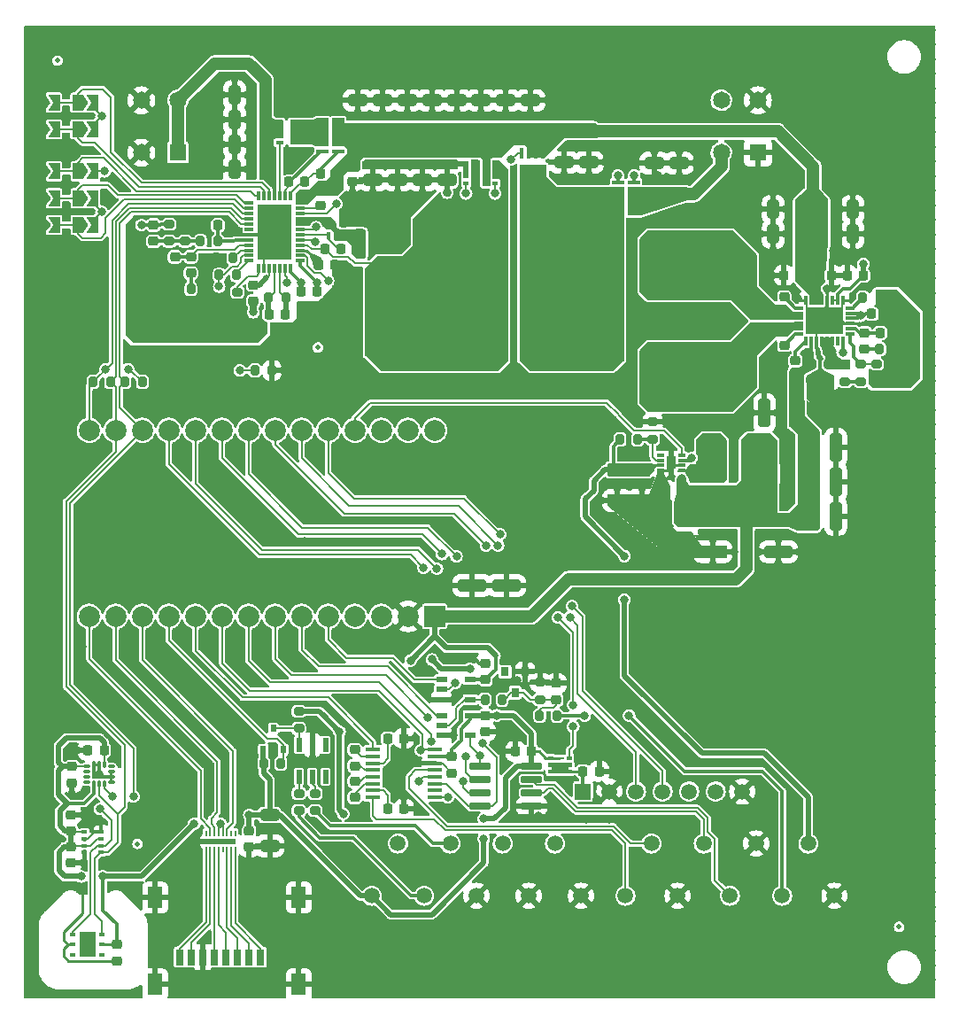
<source format=gbr>
%TF.GenerationSoftware,KiCad,Pcbnew,(6.0.11)*%
%TF.CreationDate,2023-08-29T15:11:37+02:00*%
%TF.ProjectId,walter-feels,77616c74-6572-42d6-9665-656c732e6b69,2.0*%
%TF.SameCoordinates,Original*%
%TF.FileFunction,Copper,L1,Top*%
%TF.FilePolarity,Positive*%
%FSLAX46Y46*%
G04 Gerber Fmt 4.6, Leading zero omitted, Abs format (unit mm)*
G04 Created by KiCad (PCBNEW (6.0.11)) date 2023-08-29 15:11:37*
%MOMM*%
%LPD*%
G01*
G04 APERTURE LIST*
G04 Aperture macros list*
%AMRoundRect*
0 Rectangle with rounded corners*
0 $1 Rounding radius*
0 $2 $3 $4 $5 $6 $7 $8 $9 X,Y pos of 4 corners*
0 Add a 4 corners polygon primitive as box body*
4,1,4,$2,$3,$4,$5,$6,$7,$8,$9,$2,$3,0*
0 Add four circle primitives for the rounded corners*
1,1,$1+$1,$2,$3*
1,1,$1+$1,$4,$5*
1,1,$1+$1,$6,$7*
1,1,$1+$1,$8,$9*
0 Add four rect primitives between the rounded corners*
20,1,$1+$1,$2,$3,$4,$5,0*
20,1,$1+$1,$4,$5,$6,$7,0*
20,1,$1+$1,$6,$7,$8,$9,0*
20,1,$1+$1,$8,$9,$2,$3,0*%
%AMFreePoly0*
4,1,6,1.000000,0.000000,0.500000,-0.750000,-0.500000,-0.750000,-0.500000,0.750000,0.500000,0.750000,1.000000,0.000000,1.000000,0.000000,$1*%
%AMFreePoly1*
4,1,6,0.500000,-0.750000,-0.650000,-0.750000,-0.150000,0.000000,-0.650000,0.750000,0.500000,0.750000,0.500000,-0.750000,0.500000,-0.750000,$1*%
%AMFreePoly2*
4,1,30,2.050035,0.200035,2.050050,0.200000,2.050050,-0.190000,2.050035,-0.190035,2.050000,-0.190050,1.700050,-0.190050,1.700050,-0.459950,2.030000,-0.459950,2.030035,-0.459965,2.030050,-0.460000,2.030050,-0.850000,2.030035,-0.850035,2.030000,-0.850050,-0.250000,-0.850050,-0.250035,-0.850035,-0.250050,-0.850000,-0.250050,-0.460000,-0.250035,-0.459965,-0.250000,-0.459950,0.099950,-0.459950,
0.099950,-0.200000,-0.250000,-0.200000,-0.250000,-0.190050,-0.250035,-0.190035,-0.250050,-0.190000,-0.250050,0.200000,-0.250035,0.200035,-0.250000,0.200050,2.050000,0.200050,2.050035,0.200035,2.050035,0.200035,$1*%
G04 Aperture macros list end*
%TA.AperFunction,SMDPad,CuDef*%
%ADD10C,0.500000*%
%TD*%
%TA.AperFunction,ComponentPad*%
%ADD11R,1.500000X1.500000*%
%TD*%
%TA.AperFunction,ComponentPad*%
%ADD12C,1.500000*%
%TD*%
%TA.AperFunction,SMDPad,CuDef*%
%ADD13RoundRect,0.225000X0.250000X-0.225000X0.250000X0.225000X-0.250000X0.225000X-0.250000X-0.225000X0*%
%TD*%
%TA.AperFunction,SMDPad,CuDef*%
%ADD14R,0.405000X0.990000*%
%TD*%
%TA.AperFunction,SMDPad,CuDef*%
%ADD15R,0.405000X0.760000*%
%TD*%
%TA.AperFunction,SMDPad,CuDef*%
%ADD16R,2.235000X1.725000*%
%TD*%
%TA.AperFunction,SMDPad,CuDef*%
%ADD17R,1.150000X0.350000*%
%TD*%
%TA.AperFunction,SMDPad,CuDef*%
%ADD18R,1.150000X2.700000*%
%TD*%
%TA.AperFunction,SMDPad,CuDef*%
%ADD19RoundRect,0.250000X0.650000X-0.325000X0.650000X0.325000X-0.650000X0.325000X-0.650000X-0.325000X0*%
%TD*%
%TA.AperFunction,SMDPad,CuDef*%
%ADD20RoundRect,0.225000X0.225000X0.250000X-0.225000X0.250000X-0.225000X-0.250000X0.225000X-0.250000X0*%
%TD*%
%TA.AperFunction,SMDPad,CuDef*%
%ADD21RoundRect,0.225000X-0.225000X-0.250000X0.225000X-0.250000X0.225000X0.250000X-0.225000X0.250000X0*%
%TD*%
%TA.AperFunction,SMDPad,CuDef*%
%ADD22RoundRect,0.250000X0.325000X0.650000X-0.325000X0.650000X-0.325000X-0.650000X0.325000X-0.650000X0*%
%TD*%
%TA.AperFunction,SMDPad,CuDef*%
%ADD23RoundRect,0.250000X1.100000X-0.325000X1.100000X0.325000X-1.100000X0.325000X-1.100000X-0.325000X0*%
%TD*%
%TA.AperFunction,SMDPad,CuDef*%
%ADD24R,0.300000X0.850000*%
%TD*%
%TA.AperFunction,SMDPad,CuDef*%
%ADD25R,0.850000X0.300000*%
%TD*%
%TA.AperFunction,SMDPad,CuDef*%
%ADD26R,3.650000X2.650000*%
%TD*%
%TA.AperFunction,SMDPad,CuDef*%
%ADD27RoundRect,0.225000X-0.250000X0.225000X-0.250000X-0.225000X0.250000X-0.225000X0.250000X0.225000X0*%
%TD*%
%TA.AperFunction,ComponentPad*%
%ADD28C,1.650000*%
%TD*%
%TA.AperFunction,ComponentPad*%
%ADD29R,1.650000X1.650000*%
%TD*%
%TA.AperFunction,SMDPad,CuDef*%
%ADD30RoundRect,0.075000X0.237500X0.075000X-0.237500X0.075000X-0.237500X-0.075000X0.237500X-0.075000X0*%
%TD*%
%TA.AperFunction,SMDPad,CuDef*%
%ADD31RoundRect,0.075000X0.075000X0.237500X-0.075000X0.237500X-0.075000X-0.237500X0.075000X-0.237500X0*%
%TD*%
%TA.AperFunction,SMDPad,CuDef*%
%ADD32R,0.800001X0.900001*%
%TD*%
%TA.AperFunction,SMDPad,CuDef*%
%ADD33RoundRect,0.200000X-0.200000X-0.275000X0.200000X-0.275000X0.200000X0.275000X-0.200000X0.275000X0*%
%TD*%
%TA.AperFunction,SMDPad,CuDef*%
%ADD34R,1.000000X0.599999*%
%TD*%
%TA.AperFunction,SMDPad,CuDef*%
%ADD35RoundRect,0.250000X-0.325000X-0.650000X0.325000X-0.650000X0.325000X0.650000X-0.325000X0.650000X0*%
%TD*%
%TA.AperFunction,SMDPad,CuDef*%
%ADD36RoundRect,0.250000X-0.325000X-1.100000X0.325000X-1.100000X0.325000X1.100000X-0.325000X1.100000X0*%
%TD*%
%TA.AperFunction,SMDPad,CuDef*%
%ADD37RoundRect,0.250000X-0.650000X0.325000X-0.650000X-0.325000X0.650000X-0.325000X0.650000X0.325000X0*%
%TD*%
%TA.AperFunction,SMDPad,CuDef*%
%ADD38R,0.750000X0.300000*%
%TD*%
%TA.AperFunction,SMDPad,CuDef*%
%ADD39R,0.900000X1.300000*%
%TD*%
%TA.AperFunction,SMDPad,CuDef*%
%ADD40FreePoly0,0.000000*%
%TD*%
%TA.AperFunction,SMDPad,CuDef*%
%ADD41FreePoly1,0.000000*%
%TD*%
%TA.AperFunction,SMDPad,CuDef*%
%ADD42R,0.520000X0.450000*%
%TD*%
%TA.AperFunction,SMDPad,CuDef*%
%ADD43R,0.520000X0.583000*%
%TD*%
%TA.AperFunction,SMDPad,CuDef*%
%ADD44R,0.750000X2.520000*%
%TD*%
%TA.AperFunction,SMDPad,CuDef*%
%ADD45RoundRect,0.200000X0.200000X0.275000X-0.200000X0.275000X-0.200000X-0.275000X0.200000X-0.275000X0*%
%TD*%
%TA.AperFunction,SMDPad,CuDef*%
%ADD46R,0.530000X1.330000*%
%TD*%
%TA.AperFunction,SMDPad,CuDef*%
%ADD47RoundRect,0.200000X-0.275000X0.200000X-0.275000X-0.200000X0.275000X-0.200000X0.275000X0.200000X0*%
%TD*%
%TA.AperFunction,SMDPad,CuDef*%
%ADD48R,0.500000X0.350000*%
%TD*%
%TA.AperFunction,SMDPad,CuDef*%
%ADD49RoundRect,0.200000X0.275000X-0.200000X0.275000X0.200000X-0.275000X0.200000X-0.275000X-0.200000X0*%
%TD*%
%TA.AperFunction,SMDPad,CuDef*%
%ADD50FreePoly2,180.000000*%
%TD*%
%TA.AperFunction,SMDPad,CuDef*%
%ADD51R,0.500000X0.400000*%
%TD*%
%TA.AperFunction,SMDPad,CuDef*%
%ADD52R,0.920000X0.285000*%
%TD*%
%TA.AperFunction,ComponentPad*%
%ADD53C,2.000000*%
%TD*%
%TA.AperFunction,ComponentPad*%
%ADD54R,2.000000X2.000000*%
%TD*%
%TA.AperFunction,SMDPad,CuDef*%
%ADD55R,3.750000X12.100000*%
%TD*%
%TA.AperFunction,SMDPad,CuDef*%
%ADD56R,1.475000X0.450000*%
%TD*%
%TA.AperFunction,SMDPad,CuDef*%
%ADD57RoundRect,0.250000X0.325000X1.100000X-0.325000X1.100000X-0.325000X-1.100000X0.325000X-1.100000X0*%
%TD*%
%TA.AperFunction,SMDPad,CuDef*%
%ADD58R,3.250000X5.250000*%
%TD*%
%TA.AperFunction,SMDPad,CuDef*%
%ADD59R,4.750000X3.350000*%
%TD*%
%TA.AperFunction,SMDPad,CuDef*%
%ADD60RoundRect,0.042000X-0.943000X-0.258000X0.943000X-0.258000X0.943000X0.258000X-0.943000X0.258000X0*%
%TD*%
%TA.AperFunction,SMDPad,CuDef*%
%ADD61R,0.800000X1.500000*%
%TD*%
%TA.AperFunction,SMDPad,CuDef*%
%ADD62R,1.450000X2.000000*%
%TD*%
%TA.AperFunction,SMDPad,CuDef*%
%ADD63R,0.600000X0.700000*%
%TD*%
%TA.AperFunction,SMDPad,CuDef*%
%ADD64R,0.400000X0.700000*%
%TD*%
%TA.AperFunction,SMDPad,CuDef*%
%ADD65RoundRect,0.250000X-1.100000X0.325000X-1.100000X-0.325000X1.100000X-0.325000X1.100000X0.325000X0*%
%TD*%
%TA.AperFunction,SMDPad,CuDef*%
%ADD66R,0.200000X0.600000*%
%TD*%
%TA.AperFunction,SMDPad,CuDef*%
%ADD67R,2.900000X0.500000*%
%TD*%
%TA.AperFunction,SMDPad,CuDef*%
%ADD68R,0.700000X0.420000*%
%TD*%
%TA.AperFunction,SMDPad,CuDef*%
%ADD69R,0.450000X0.420000*%
%TD*%
%TA.AperFunction,SMDPad,CuDef*%
%ADD70R,1.700000X2.370000*%
%TD*%
%TA.AperFunction,SMDPad,CuDef*%
%ADD71R,0.600000X0.400000*%
%TD*%
%TA.AperFunction,SMDPad,CuDef*%
%ADD72R,1.500000X2.400000*%
%TD*%
%TA.AperFunction,SMDPad,CuDef*%
%ADD73R,2.400000X1.800000*%
%TD*%
%TA.AperFunction,ViaPad*%
%ADD74C,0.800000*%
%TD*%
%TA.AperFunction,Conductor*%
%ADD75C,0.254000*%
%TD*%
%TA.AperFunction,Conductor*%
%ADD76C,0.203200*%
%TD*%
%TA.AperFunction,Conductor*%
%ADD77C,0.304800*%
%TD*%
%TA.AperFunction,Conductor*%
%ADD78C,0.508000*%
%TD*%
%TA.AperFunction,Conductor*%
%ADD79C,1.200000*%
%TD*%
%TA.AperFunction,Conductor*%
%ADD80C,0.300000*%
%TD*%
%TA.AperFunction,Conductor*%
%ADD81C,0.635000*%
%TD*%
G04 APERTURE END LIST*
D10*
%TO.P,FID4,*%
%TO.N,*%
X120950000Y-90780000D03*
%TD*%
%TO.P,FID3,*%
%TO.N,*%
X103700000Y-138210000D03*
%TD*%
%TO.P,FID2,*%
%TO.N,*%
X176510000Y-146140000D03*
%TD*%
%TO.P,FID1,*%
%TO.N,*%
X96050000Y-63350000D03*
%TD*%
D11*
%TO.P,U10,1,VDD*%
%TO.N,Net-(C52-Pad1)*%
X146282200Y-133213800D03*
D12*
%TO.P,U10,2,GND*%
%TO.N,GND*%
X148822200Y-133213800D03*
%TO.P,U10,3,TX/_SCL*%
%TO.N,CO2_SCL*%
X151362200Y-133213800D03*
%TO.P,U10,4,RX/_SDA*%
%TO.N,CO2_SDA*%
X153902200Y-133213800D03*
%TO.P,U10,5,RDY*%
%TO.N,unconnected-(U10-Pad5)*%
X156442200Y-133213800D03*
%TO.P,U10,6,PWM*%
%TO.N,unconnected-(U10-Pad6)*%
X158982200Y-133213800D03*
%TO.P,U10,7,SEL*%
%TO.N,GND*%
X161522200Y-133213800D03*
%TD*%
D13*
%TO.P,C20,1*%
%TO.N,Net-(C20-Pad1)*%
X121217974Y-77180600D03*
%TO.P,C20,2*%
%TO.N,/Power/VIN*%
X121217974Y-75630600D03*
%TD*%
D14*
%TO.P,Q3,1*%
%TO.N,/Power/VIN*%
X142426374Y-72168700D03*
%TO.P,Q3,2*%
X141766374Y-72168700D03*
%TO.P,Q3,3*%
X141106374Y-72168700D03*
%TO.P,Q3,4*%
%TO.N,/Solar battery charger/OUTFET*%
X140446374Y-72168700D03*
D15*
%TO.P,Q3,5*%
%TO.N,Net-(L1-Pad2)*%
X140446374Y-75153700D03*
%TO.P,Q3,6*%
X141106374Y-75153700D03*
%TO.P,Q3,7*%
X141766374Y-75153700D03*
%TO.P,Q3,8*%
X142426374Y-75153700D03*
D16*
%TO.P,Q3,9*%
X141436374Y-74161200D03*
%TD*%
D17*
%TO.P,R14,1*%
%TO.N,Net-(C14-Pad1)*%
X149627574Y-74979400D03*
D18*
%TO.P,R14,2*%
%TO.N,Net-(L1-Pad2)*%
X149627574Y-76804400D03*
%TO.P,R14,3*%
%TO.N,VBAT*%
X151177574Y-76804400D03*
D17*
%TO.P,R14,4*%
%TO.N,Net-(C15-Pad2)*%
X151177574Y-74979400D03*
%TD*%
D19*
%TO.P,C24,1*%
%TO.N,VBAT*%
X155473400Y-76100200D03*
%TO.P,C24,2*%
%TO.N,GND*%
X155473400Y-73150200D03*
%TD*%
D20*
%TO.P,C43,1*%
%TO.N,+3.3V*%
X141382600Y-129362200D03*
%TO.P,C43,2*%
%TO.N,GND*%
X139832600Y-129362200D03*
%TD*%
D21*
%TO.P,C52,1*%
%TO.N,Net-(C52-Pad1)*%
X146282201Y-131292600D03*
%TO.P,C52,2*%
%TO.N,GND*%
X147832201Y-131292600D03*
%TD*%
D22*
%TO.P,C56,1*%
%TO.N,/Power/VIN*%
X167438600Y-79933800D03*
%TO.P,C56,2*%
%TO.N,GND*%
X164488600Y-79933800D03*
%TD*%
D23*
%TO.P,C1,1*%
%TO.N,+5V*%
X135690000Y-116459000D03*
%TO.P,C1,2*%
%TO.N,GND*%
X135690000Y-113509000D03*
%TD*%
D24*
%TO.P,U11,1,BST3*%
%TO.N,Net-(C65-Pad1)*%
X167617200Y-90189600D03*
%TO.P,U11,2,PVOUT_1*%
%TO.N,+5V*%
X168117200Y-90189600D03*
%TO.P,U11,3,GND_1*%
%TO.N,GND*%
X168617200Y-90189600D03*
%TO.P,U11,4,PVOUT_2*%
%TO.N,+5V*%
X169117200Y-90189600D03*
%TO.P,U11,5,ISP*%
X169617200Y-90189600D03*
%TO.P,U11,6,ISN*%
X170117200Y-90189600D03*
%TO.P,U11,7,PGOOD*%
%TO.N,unconnected-(U11-Pad7)*%
X170617200Y-90189600D03*
%TO.P,U11,8,PROG*%
%TO.N,Net-(C60-Pad2)*%
X171117200Y-90189600D03*
D25*
%TO.P,U11,9,FB*%
%TO.N,Net-(R27-Pad2)*%
X171817200Y-89489600D03*
%TO.P,U11,10,VC*%
%TO.N,Net-(C67-Pad1)*%
X171817200Y-88989600D03*
%TO.P,U11,11,GND_2*%
%TO.N,GND*%
X171817200Y-88489600D03*
%TO.P,U11,12,MPPC*%
%TO.N,Net-(C60-Pad2)*%
X171817200Y-87989600D03*
%TO.P,U11,13,VCC*%
X171817200Y-87489600D03*
%TO.P,U11,14,RT*%
%TO.N,Net-(R22-Pad1)*%
X171817200Y-86989600D03*
D24*
%TO.P,U11,15,SYNC/MODE*%
%TO.N,GND*%
X171117200Y-86289600D03*
%TO.P,U11,16,EN/UVLO*%
%TO.N,/Power/VIN*%
X170617200Y-86289600D03*
%TO.P,U11,17,VIN*%
X170117200Y-86289600D03*
%TO.P,U11,18,GND_3*%
%TO.N,GND*%
X169617200Y-86289600D03*
%TO.P,U11,19,PVIN_1*%
%TO.N,/Power/VIN*%
X169117200Y-86289600D03*
%TO.P,U11,20,PVIN_2*%
X168617200Y-86289600D03*
%TO.P,U11,21,PVIN_3*%
X168117200Y-86289600D03*
%TO.P,U11,22,GND_4*%
%TO.N,GND*%
X167617200Y-86289600D03*
D25*
%TO.P,U11,23,BST1*%
%TO.N,Net-(C63-Pad2)*%
X166917200Y-86989600D03*
%TO.P,U11,24,SW1_1*%
%TO.N,Net-(C63-Pad1)*%
X166917200Y-87489600D03*
%TO.P,U11,25,SW1_2*%
X166917200Y-87989600D03*
%TO.P,U11,26,SW2_1*%
%TO.N,Net-(C66-Pad1)*%
X166917200Y-88489600D03*
%TO.P,U11,27,SW2_2*%
X166917200Y-88989600D03*
%TO.P,U11,28,BST2*%
%TO.N,Net-(C66-Pad2)*%
X166917200Y-89489600D03*
D26*
%TO.P,U11,29,PGND*%
%TO.N,GND*%
X169367200Y-88239600D03*
%TD*%
D27*
%TO.P,C45,1*%
%TO.N,+3.3V*%
X136982201Y-125934700D03*
%TO.P,C45,2*%
%TO.N,GND*%
X136982201Y-127484700D03*
%TD*%
D28*
%TO.P,J3,1,1*%
%TO.N,GND*%
X163014600Y-67146800D03*
D29*
X163014600Y-72146800D03*
D28*
%TO.P,J3,2,2*%
%TO.N,VBAT*%
X159514600Y-67146800D03*
X159514600Y-72146800D03*
%TD*%
D30*
%TO.P,U9,1,SDO/SA0*%
%TO.N,GND*%
X101187700Y-132322000D03*
%TO.P,U9,2,SDX*%
X101187700Y-131822000D03*
%TO.P,U9,3,SCX*%
X101187700Y-131322000D03*
%TO.P,U9,4,INT1*%
%TO.N,unconnected-(U9-Pad4)*%
X101187700Y-130822000D03*
D31*
%TO.P,U9,5,VDDIO*%
%TO.N,+3.3V*%
X100525200Y-130659500D03*
%TO.P,U9,6,GND*%
%TO.N,GND*%
X100025200Y-130659500D03*
%TO.P,U9,7,GND*%
X99525200Y-130659500D03*
D30*
%TO.P,U9,8,VDD*%
%TO.N,+3.3V*%
X98862700Y-130822000D03*
%TO.P,U9,9,INT2*%
%TO.N,unconnected-(U9-Pad9)*%
X98862700Y-131322000D03*
%TO.P,U9,10,OCS_Aux*%
%TO.N,unconnected-(U9-Pad10)*%
X98862700Y-131822000D03*
%TO.P,U9,11,SDO_Aux*%
%TO.N,unconnected-(U9-Pad11)*%
X98862700Y-132322000D03*
D31*
%TO.P,U9,12,CS*%
%TO.N,+3.3V*%
X99525200Y-132484500D03*
%TO.P,U9,13,SCL*%
%TO.N,I2C_SCL*%
X100025200Y-132484500D03*
%TO.P,U9,14,SDA*%
%TO.N,I2C_SDA*%
X100525200Y-132484500D03*
%TD*%
D23*
%TO.P,C2,1*%
%TO.N,+5V*%
X138960000Y-116459000D03*
%TO.P,C2,2*%
%TO.N,GND*%
X138960000Y-113509000D03*
%TD*%
D20*
%TO.P,C64,1*%
%TO.N,+5V*%
X155711400Y-104394902D03*
%TO.P,C64,2*%
%TO.N,GND*%
X154161400Y-104394902D03*
%TD*%
D32*
%TO.P,D2,1,A*%
%TO.N,GND*%
X140751601Y-121758199D03*
%TO.P,D2,2,NC*%
%TO.N,unconnected-(D2-Pad2)*%
X138851602Y-121758199D03*
%TO.P,D2,3,K*%
%TO.N,Net-(C46-Pad1)*%
X139801601Y-123758201D03*
%TD*%
D27*
%TO.P,C67,1*%
%TO.N,Net-(C67-Pad1)*%
X173202600Y-89369600D03*
%TO.P,C67,2*%
%TO.N,Net-(C67-Pad2)*%
X173202600Y-90919600D03*
%TD*%
D20*
%TO.P,C7,1*%
%TO.N,Net-(C7-Pad1)*%
X117821374Y-87579200D03*
%TO.P,C7,2*%
%TO.N,Net-(C7-Pad2)*%
X116271374Y-87579200D03*
%TD*%
D21*
%TO.P,C16,1*%
%TO.N,/Solar battery charger/2P5VCC*%
X121001774Y-82905600D03*
%TO.P,C16,2*%
%TO.N,GND*%
X122551774Y-82905600D03*
%TD*%
D33*
%TO.P,R1,1*%
%TO.N,I2C_BUSPOW*%
X99454200Y-94056200D03*
%TO.P,R1,2*%
%TO.N,I2C_SCL*%
X101104200Y-94056200D03*
%TD*%
D21*
%TO.P,C42,1*%
%TO.N,Net-(C42-Pad1)*%
X127622001Y-134886442D03*
%TO.P,C42,2*%
%TO.N,GND*%
X129172001Y-134886442D03*
%TD*%
D34*
%TO.P,U6,1,OE_N*%
%TO.N,SDI12_RX_EN*%
X132762399Y-125934699D03*
%TO.P,U6,2,A*%
%TO.N,Net-(R19-Pad1)*%
X132762399Y-126884700D03*
%TO.P,U6,3,GND*%
%TO.N,GND*%
X132762399Y-127834698D03*
%TO.P,U6,4,Y*%
%TO.N,SER_RX*%
X135512399Y-127834698D03*
%TO.P,U6,5,VCC*%
%TO.N,+3.3V*%
X135512399Y-125934699D03*
%TD*%
D20*
%TO.P,C50,1*%
%TO.N,+3.3V*%
X100520800Y-129260600D03*
%TO.P,C50,2*%
%TO.N,GND*%
X98970800Y-129260600D03*
%TD*%
D19*
%TO.P,C27,1*%
%TO.N,/Power/VIN*%
X138921774Y-70105800D03*
%TO.P,C27,2*%
%TO.N,GND*%
X138921774Y-67155800D03*
%TD*%
D20*
%TO.P,C13,1*%
%TO.N,Net-(C13-Pad1)*%
X123186774Y-81330800D03*
%TO.P,C13,2*%
%TO.N,/Solar battery charger/SW*%
X121636774Y-81330800D03*
%TD*%
D35*
%TO.P,C53,1*%
%TO.N,/Power/VIN*%
X169162200Y-79933800D03*
%TO.P,C53,2*%
%TO.N,GND*%
X172112200Y-79933800D03*
%TD*%
D36*
%TO.P,C73,1*%
%TO.N,+5V*%
X167511200Y-106883200D03*
%TO.P,C73,2*%
%TO.N,GND*%
X170461200Y-106883200D03*
%TD*%
D37*
%TO.P,C30,1*%
%TO.N,/Power/VIN*%
X146846574Y-70127600D03*
%TO.P,C30,2*%
%TO.N,GND*%
X146846574Y-73077600D03*
%TD*%
D12*
%TO.P,J5,1,1*%
%TO.N,+3.3V*%
X126106600Y-143179800D03*
%TO.P,J5,2,2*%
%TO.N,+5V*%
X128606600Y-138179800D03*
%TO.P,J5,3,3*%
%TO.N,1W_DAT*%
X131106600Y-143179800D03*
%TO.P,J5,4,4*%
%TO.N,1W_GND*%
X133606600Y-138179800D03*
%TO.P,J5,5,5*%
%TO.N,GND*%
X136106600Y-143179800D03*
%TO.P,J5,6,6*%
%TO.N,GPIOA*%
X138606600Y-138179800D03*
%TO.P,J5,7,7*%
%TO.N,GND*%
X141106600Y-143179800D03*
%TO.P,J5,8,8*%
%TO.N,GPIOB*%
X143606600Y-138179800D03*
%TO.P,J5,9,9*%
%TO.N,GND*%
X146106600Y-143179800D03*
%TD*%
D21*
%TO.P,C61,1*%
%TO.N,/Power/VIN*%
X168516000Y-83870800D03*
%TO.P,C61,2*%
%TO.N,GND*%
X170066000Y-83870800D03*
%TD*%
D19*
%TO.P,C23,1*%
%TO.N,/Power/VIN*%
X141283974Y-70105800D03*
%TO.P,C23,2*%
%TO.N,GND*%
X141283974Y-67155800D03*
%TD*%
D38*
%TO.P,U12,1,LX*%
%TO.N,Net-(L3-Pad2)*%
X155711400Y-102543202D03*
%TO.P,U12,2,AGND*%
%TO.N,GND*%
X155711400Y-102043202D03*
%TO.P,U12,3,IN*%
%TO.N,+5V*%
X155711400Y-101543202D03*
%TO.P,U12,4,EN*%
%TO.N,12V_EN*%
X155711400Y-101043202D03*
%TO.P,U12,5,POK*%
%TO.N,unconnected-(U12-Pad5)*%
X153711400Y-101043202D03*
%TO.P,U12,6,FB*%
%TO.N,Net-(R24-Pad2)*%
X153711400Y-101543202D03*
%TO.P,U12,7,OUT*%
%TO.N,12V*%
X153711400Y-102043202D03*
%TO.P,U12,8,GND*%
%TO.N,GND*%
X153711400Y-102543202D03*
D39*
%TO.P,U12,9,EP*%
X154711400Y-101793202D03*
%TD*%
D40*
%TO.P,JP8,1,A*%
%TO.N,GND*%
X94338174Y-76497500D03*
D41*
%TO.P,JP8,2,B*%
%TO.N,Net-(IC1-Pad1)*%
X95788174Y-76497500D03*
%TD*%
D33*
%TO.P,R24,1*%
%TO.N,12V*%
X149847800Y-99543502D03*
%TO.P,R24,2*%
%TO.N,Net-(R24-Pad2)*%
X151497800Y-99543502D03*
%TD*%
D21*
%TO.P,C12,1*%
%TO.N,Net-(C12-Pad1)*%
X118156974Y-74955400D03*
%TO.P,C12,2*%
%TO.N,Net-(C12-Pad2)*%
X119706974Y-74955400D03*
%TD*%
D20*
%TO.P,C41,1*%
%TO.N,GND*%
X129172000Y-128130042D03*
%TO.P,C41,2*%
%TO.N,Net-(C41-Pad2)*%
X127622000Y-128130042D03*
%TD*%
D22*
%TO.P,C5,1*%
%TO.N,VSOLAR*%
X115936574Y-73710800D03*
%TO.P,C5,2*%
%TO.N,GND*%
X112986574Y-73710800D03*
%TD*%
D42*
%TO.P,Q1,1,G1*%
%TO.N,/Solar battery charger/TG*%
X137898774Y-75066800D03*
D43*
%TO.P,Q1,2,S1_1*%
%TO.N,/Solar battery charger/SW*%
X137898774Y-74349800D03*
%TO.P,Q1,3,S1_2*%
X137898774Y-73766800D03*
%TO.P,Q1,4,S1_3*%
X137898774Y-73183800D03*
%TO.P,Q1,5,S2_1*%
%TO.N,GND*%
X135118774Y-73183800D03*
%TO.P,Q1,6,S2_2*%
X135118774Y-73766800D03*
%TO.P,Q1,7,S2_3*%
X135118774Y-74349800D03*
D42*
%TO.P,Q1,8,G2*%
%TO.N,/Solar battery charger/BG*%
X135118774Y-75066800D03*
D44*
%TO.P,Q1,9,D_1*%
%TO.N,/Solar battery charger/SW*%
X135958774Y-74091800D03*
%TO.P,Q1,10,D_2*%
%TO.N,/Power/VIN*%
X137058774Y-74091800D03*
%TD*%
D45*
%TO.P,R10,1*%
%TO.N,Net-(IC1-Pad10)*%
X112822774Y-82219800D03*
%TO.P,R10,2*%
%TO.N,GND*%
X111172774Y-82219800D03*
%TD*%
D46*
%TO.P,U3,1,K_1*%
%TO.N,Net-(R17-Pad1)*%
X119126000Y-131801600D03*
%TO.P,U3,2,A_1*%
%TO.N,Net-(R18-Pad1)*%
X120396000Y-131801600D03*
%TO.P,U3,3,NC_1*%
%TO.N,unconnected-(U3-Pad3)*%
X121666000Y-131801600D03*
%TO.P,U3,4,NC_2*%
%TO.N,unconnected-(U3-Pad4)*%
X121666000Y-128751600D03*
%TO.P,U3,5,A_2*%
%TO.N,GND*%
X120396000Y-128751600D03*
%TO.P,U3,6,K_2*%
%TO.N,Net-(Q4-Pad3)*%
X119126000Y-128751600D03*
%TD*%
D37*
%TO.P,C26,1*%
%TO.N,/Power/VIN*%
X126221774Y-71829400D03*
%TO.P,C26,2*%
%TO.N,GND*%
X126221774Y-74779400D03*
%TD*%
%TO.P,C29,1*%
%TO.N,/Power/VIN*%
X128583974Y-71829400D03*
%TO.P,C29,2*%
%TO.N,GND*%
X128583974Y-74779400D03*
%TD*%
D12*
%TO.P,J4,1,1*%
%TO.N,RS232_RX*%
X150342600Y-143179800D03*
%TO.P,J4,2,2*%
%TO.N,RS232_TX*%
X152842600Y-138179800D03*
%TO.P,J4,3,3*%
%TO.N,GND*%
X155342600Y-143179800D03*
%TO.P,J4,4,4*%
%TO.N,RS485_A*%
X157842600Y-138179800D03*
%TO.P,J4,5,5*%
%TO.N,RS485_B*%
X160342600Y-143179800D03*
%TO.P,J4,6,6*%
%TO.N,GND*%
X162842600Y-138179800D03*
%TO.P,J4,7,7*%
%TO.N,SDI12_IO*%
X165342600Y-143179800D03*
%TO.P,J4,8,8*%
%TO.N,12V*%
X167842600Y-138179800D03*
%TO.P,J4,9,9*%
%TO.N,GND*%
X170342600Y-143179800D03*
%TD*%
D29*
%TO.P,J2,1,1*%
%TO.N,VSOLAR*%
X107566400Y-72146800D03*
D28*
X107566400Y-67146800D03*
%TO.P,J2,2,2*%
%TO.N,GND*%
X104066400Y-72146800D03*
X104066400Y-67146800D03*
%TD*%
D47*
%TO.P,R3,1*%
%TO.N,VSOLAR*%
X106739974Y-78969600D03*
%TO.P,R3,2*%
%TO.N,Net-(C3-Pad2)*%
X106739974Y-80619600D03*
%TD*%
D48*
%TO.P,U8,1,GND*%
%TO.N,GND*%
X100235800Y-137079200D03*
%TO.P,U8,2,CSB*%
%TO.N,+3.3V*%
X100235800Y-137729200D03*
%TO.P,U8,3,SDI*%
%TO.N,I2C_SDA*%
X100235800Y-138379200D03*
%TO.P,U8,4,SCK*%
%TO.N,I2C_SCL*%
X100235800Y-139029200D03*
%TO.P,U8,5,SDO*%
%TO.N,GND*%
X98635800Y-139029200D03*
%TO.P,U8,6,VDDIO*%
%TO.N,+3.3V*%
X98635800Y-138379200D03*
%TO.P,U8,7,GND*%
%TO.N,GND*%
X98635800Y-137729200D03*
%TO.P,U8,8,VDD*%
%TO.N,+3.3V*%
X98635800Y-137079200D03*
%TD*%
D49*
%TO.P,R27,1*%
%TO.N,Net-(R26-Pad2)*%
X172872400Y-94017600D03*
%TO.P,R27,2*%
%TO.N,Net-(R27-Pad2)*%
X172872400Y-92367600D03*
%TD*%
D50*
%TO.P,Q5,1*%
%TO.N,Net-(C52-Pad1)*%
X145000000Y-131300000D03*
D51*
%TO.P,Q5,2*%
X145000000Y-130650000D03*
%TO.P,Q5,3*%
%TO.N,CO2_EN*%
X145000000Y-130000000D03*
%TO.P,Q5,4*%
%TO.N,+3.3V*%
X143200000Y-130000000D03*
%TO.P,Q5,5*%
%TO.N,Net-(C52-Pad1)*%
X143200000Y-130650000D03*
%TO.P,Q5,6*%
X143200000Y-131300000D03*
D52*
%TO.P,Q5,7*%
%TO.N,+3.3V*%
X144100000Y-130000000D03*
%TD*%
D27*
%TO.P,C3,1*%
%TO.N,VSOLAR*%
X105215974Y-79069600D03*
%TO.P,C3,2*%
%TO.N,Net-(C3-Pad2)*%
X105215974Y-80619600D03*
%TD*%
%TO.P,C51,1*%
%TO.N,+3.3V*%
X97434400Y-130822400D03*
%TO.P,C51,2*%
%TO.N,GND*%
X97434400Y-132372400D03*
%TD*%
D53*
%TO.P,U1,1,~{RESET}*%
%TO.N,unconnected-(U1-Pad1)*%
X132105600Y-98679000D03*
%TO.P,U1,2,RX0/IO44*%
%TO.N,unconnected-(U1-Pad2)*%
X129565600Y-98679000D03*
%TO.P,U1,3,TX0/IO43*%
%TO.N,unconnected-(U1-Pad3)*%
X127025600Y-98679000D03*
%TO.P,U1,4,IO0/~{3V3-EN}*%
%TO.N,12V_EN*%
X124485600Y-98679000D03*
%TO.P,U1,5,IO12*%
%TO.N,CO2_SDA*%
X121945600Y-98679000D03*
%TO.P,U1,6,IO11*%
%TO.N,CO2_SCL*%
X119405600Y-98679000D03*
%TO.P,U1,7,IO13*%
%TO.N,CO2_EN*%
X116865600Y-98679000D03*
%TO.P,U1,8,IO38*%
%TO.N,GPIOB*%
X114325600Y-98679000D03*
%TO.P,U1,9,IO39*%
%TO.N,GPIOA*%
X111785600Y-98679000D03*
%TO.P,U1,10,IO40*%
%TO.N,SER_TX*%
X109245600Y-98679000D03*
%TO.P,U1,11,IO41*%
%TO.N,SER_RX*%
X106705600Y-98679000D03*
%TO.P,U1,12,IO42*%
%TO.N,I2C_SDA*%
X104165600Y-98679000D03*
%TO.P,U1,13,IO2*%
%TO.N,I2C_SCL*%
X101625600Y-98679000D03*
%TO.P,U1,14,IO1*%
%TO.N,I2C_BUSPOW*%
X99085600Y-98679000D03*
%TO.P,U1,15,IO4*%
%TO.N,SD_DAT0*%
X99085600Y-116459000D03*
%TO.P,U1,16,IO5*%
%TO.N,SD_CLK*%
X101625600Y-116459000D03*
%TO.P,U1,17,IO6*%
%TO.N,SD_CMD*%
X104165600Y-116459000D03*
%TO.P,U1,18,IO7*%
%TO.N,1W_3V3_IO*%
X106705600Y-116459000D03*
%TO.P,U1,19,IO15*%
%TO.N,~{RS232_RX_EN}*%
X109245600Y-116459000D03*
%TO.P,U1,20,IO16*%
%TO.N,RS232_TX_EN*%
X111785600Y-116459000D03*
%TO.P,U1,21,IO17*%
%TO.N,RS485_TX_EN*%
X114325600Y-116459000D03*
%TO.P,U1,22,IO18*%
%TO.N,RS485_RX_EN*%
X116865600Y-116459000D03*
%TO.P,U1,23,IO8*%
%TO.N,SDI12_RX_EN*%
X119405600Y-116459000D03*
%TO.P,U1,24,IO9*%
%TO.N,SDI12_TX_EN*%
X121945600Y-116459000D03*
%TO.P,U1,25,IO10*%
%TO.N,unconnected-(U1-Pad25)*%
X124485600Y-116459000D03*
%TO.P,U1,26,3V3*%
%TO.N,+3.3V*%
X127025600Y-116459000D03*
%TO.P,U1,27,GND*%
%TO.N,GND*%
X129565600Y-116459000D03*
D54*
%TO.P,U1,28,VIN*%
%TO.N,+5V*%
X132105600Y-116459000D03*
%TD*%
D36*
%TO.P,C75,1*%
%TO.N,+5V*%
X167511200Y-100330000D03*
%TO.P,C75,2*%
%TO.N,GND*%
X170461200Y-100330000D03*
%TD*%
D49*
%TO.P,R16,1*%
%TO.N,Net-(Q4-Pad3)*%
X119126000Y-127190000D03*
%TO.P,R16,2*%
%TO.N,+5V*%
X119126000Y-125540000D03*
%TD*%
D37*
%TO.P,C35,1*%
%TO.N,/Power/VIN*%
X133308374Y-71829400D03*
%TO.P,C35,2*%
%TO.N,GND*%
X133308374Y-74779400D03*
%TD*%
D40*
%TO.P,JP1,1,A*%
%TO.N,Net-(IC1-Pad37)*%
X97979874Y-69918900D03*
D41*
%TO.P,JP1,2,B*%
%TO.N,VCC*%
X99429874Y-69918900D03*
%TD*%
D19*
%TO.P,C28,1*%
%TO.N,/Power/VIN*%
X127110774Y-70105800D03*
%TO.P,C28,2*%
%TO.N,GND*%
X127110774Y-67155800D03*
%TD*%
D20*
%TO.P,C15,1*%
%TO.N,Net-(C14-Pad1)*%
X120845000Y-85430000D03*
%TO.P,C15,2*%
%TO.N,Net-(C15-Pad2)*%
X119295000Y-85430000D03*
%TD*%
D55*
%TO.P,L1,1,1*%
%TO.N,/Solar battery charger/SW*%
X131883774Y-84455000D03*
%TO.P,L1,2,2*%
%TO.N,Net-(L1-Pad2)*%
X147483774Y-84455000D03*
%TD*%
D45*
%TO.P,R6,1*%
%TO.N,Net-(C9-Pad2)*%
X108797374Y-85191600D03*
%TO.P,R6,2*%
%TO.N,GND*%
X107147374Y-85191600D03*
%TD*%
D13*
%TO.P,C48,1*%
%TO.N,+3.3V*%
X97327600Y-137003000D03*
%TO.P,C48,2*%
%TO.N,GND*%
X97327600Y-135453000D03*
%TD*%
D37*
%TO.P,C62,1*%
%TO.N,+5V*%
X155905200Y-106018702D03*
%TO.P,C62,2*%
%TO.N,GND*%
X155905200Y-108968702D03*
%TD*%
D40*
%TO.P,JP6,1,A*%
%TO.N,GND*%
X94338174Y-79062900D03*
D41*
%TO.P,JP6,2,B*%
%TO.N,Net-(IC1-Pad2)*%
X95788174Y-79062900D03*
%TD*%
D33*
%TO.P,R21,1*%
%TO.N,Net-(C46-Pad1)*%
X142151600Y-125943398D03*
%TO.P,R21,2*%
%TO.N,SDI12_IO*%
X143801600Y-125943398D03*
%TD*%
D56*
%TO.P,U2,1,~{EN}*%
%TO.N,~{RS232_RX_EN}*%
X126221000Y-129220800D03*
%TO.P,U2,2,C1+*%
%TO.N,Net-(C38-Pad1)*%
X126221000Y-129870800D03*
%TO.P,U2,3,V+*%
%TO.N,Net-(C41-Pad2)*%
X126221000Y-130520800D03*
%TO.P,U2,4,C1-*%
%TO.N,Net-(C38-Pad2)*%
X126221000Y-131170800D03*
%TO.P,U2,5,C2+*%
%TO.N,Net-(C39-Pad1)*%
X126221000Y-131820800D03*
%TO.P,U2,6,C2-*%
%TO.N,Net-(C39-Pad2)*%
X126221000Y-132470800D03*
%TO.P,U2,7,V-*%
%TO.N,Net-(C42-Pad1)*%
X126221000Y-133120800D03*
%TO.P,U2,8,RIN*%
%TO.N,RS232_RX*%
X126221000Y-133770800D03*
%TO.P,U2,9,ROUT*%
%TO.N,SER_RX*%
X132097000Y-133770800D03*
%TO.P,U2,10,~{INVALID}*%
%TO.N,unconnected-(U2-Pad10)*%
X132097000Y-133120800D03*
%TO.P,U2,11,DIN*%
%TO.N,SER_TX*%
X132097000Y-132470800D03*
%TO.P,U2,12,FORCEON*%
%TO.N,RS232_TX_EN*%
X132097000Y-131820800D03*
%TO.P,U2,13,DOUT*%
%TO.N,RS232_TX*%
X132097000Y-131170800D03*
%TO.P,U2,14,GND*%
%TO.N,GND*%
X132097000Y-130520800D03*
%TO.P,U2,15,VCC*%
%TO.N,+3.3V*%
X132097000Y-129870800D03*
%TO.P,U2,16,~{FORCEOFF}*%
%TO.N,RS232_TX_EN*%
X132097000Y-129220800D03*
%TD*%
D21*
%TO.P,C59,1*%
%TO.N,GND*%
X171538600Y-83870800D03*
%TO.P,C59,2*%
%TO.N,/Power/VIN*%
X173088600Y-83870800D03*
%TD*%
D40*
%TO.P,JP2,1,A*%
%TO.N,GND*%
X94320074Y-69918900D03*
D41*
%TO.P,JP2,2,B*%
%TO.N,Net-(IC1-Pad37)*%
X95770074Y-69918900D03*
%TD*%
D19*
%TO.P,C33,1*%
%TO.N,/Power/VIN*%
X136559574Y-70105800D03*
%TO.P,C33,2*%
%TO.N,GND*%
X136559574Y-67155800D03*
%TD*%
D57*
%TO.P,C76,1*%
%TO.N,+5V*%
X166600400Y-97028000D03*
%TO.P,C76,2*%
%TO.N,GND*%
X163650400Y-97028000D03*
%TD*%
D13*
%TO.P,C63,1*%
%TO.N,Net-(C63-Pad1)*%
X165531800Y-87489600D03*
%TO.P,C63,2*%
%TO.N,Net-(C63-Pad2)*%
X165531800Y-85939600D03*
%TD*%
D27*
%TO.P,C22,1*%
%TO.N,/Power/VIN*%
X124265974Y-73342200D03*
%TO.P,C22,2*%
%TO.N,GND*%
X124265974Y-74892200D03*
%TD*%
D47*
%TO.P,R20,1*%
%TO.N,GND*%
X142189201Y-122769398D03*
%TO.P,R20,2*%
%TO.N,Net-(C46-Pad1)*%
X142189201Y-124419398D03*
%TD*%
%TO.P,R26,1*%
%TO.N,+5V*%
X171348400Y-92366800D03*
%TO.P,R26,2*%
%TO.N,Net-(R26-Pad2)*%
X171348400Y-94016800D03*
%TD*%
D27*
%TO.P,C9,1*%
%TO.N,Net-(C6-Pad1)*%
X108797374Y-82105200D03*
%TO.P,C9,2*%
%TO.N,Net-(C9-Pad2)*%
X108797374Y-83655200D03*
%TD*%
D19*
%TO.P,C34,1*%
%TO.N,/Power/VIN*%
X131835174Y-70105800D03*
%TO.P,C34,2*%
%TO.N,GND*%
X131835174Y-67155800D03*
%TD*%
D27*
%TO.P,C66,1*%
%TO.N,Net-(C66-Pad1)*%
X165531800Y-88989600D03*
%TO.P,C66,2*%
%TO.N,Net-(C66-Pad2)*%
X165531800Y-90539600D03*
%TD*%
D21*
%TO.P,C17,1*%
%TO.N,VCC*%
X121814574Y-78790800D03*
%TO.P,C17,2*%
%TO.N,GND*%
X123364574Y-78790800D03*
%TD*%
D45*
%TO.P,R2,1*%
%TO.N,I2C_BUSPOW*%
X104152200Y-94056200D03*
%TO.P,R2,2*%
%TO.N,I2C_SDA*%
X102502200Y-94056200D03*
%TD*%
D21*
%TO.P,C69,1*%
%TO.N,Net-(C67-Pad1)*%
X174713600Y-89369600D03*
%TO.P,C69,2*%
%TO.N,GND*%
X176263600Y-89369600D03*
%TD*%
D45*
%TO.P,R7,1*%
%TO.N,Net-(C7-Pad1)*%
X117871374Y-86029800D03*
%TO.P,R7,2*%
%TO.N,Net-(C7-Pad2)*%
X116221374Y-86029800D03*
%TD*%
D25*
%TO.P,IC1,1,CELLS1*%
%TO.N,Net-(IC1-Pad1)*%
X114346374Y-76980600D03*
%TO.P,IC1,2,CELLS2*%
%TO.N,Net-(IC1-Pad2)*%
X114346374Y-77480600D03*
%TO.P,IC1,3,DVCC*%
%TO.N,I2C_BUSPOW*%
X114346374Y-77980600D03*
%TO.P,IC1,4,SCL*%
%TO.N,I2C_SCL*%
X114346374Y-78480600D03*
%TO.P,IC1,5,SDA*%
%TO.N,I2C_SDA*%
X114346374Y-78980600D03*
%TO.P,IC1,6,~{SMBALERT}*%
%TO.N,unconnected-(IC1-Pad6)*%
X114346374Y-79480600D03*
%TO.P,IC1,7,SGND*%
%TO.N,GND*%
X114346374Y-79980600D03*
%TO.P,IC1,8,UVCLFB*%
%TO.N,Net-(C4-Pad1)*%
X114346374Y-80480600D03*
%TO.P,IC1,9,VC*%
%TO.N,Net-(C6-Pad1)*%
X114346374Y-80980600D03*
%TO.P,IC1,10,RT*%
%TO.N,Net-(IC1-Pad10)*%
X114346374Y-81480600D03*
%TO.P,IC1,11,NTC*%
%TO.N,Net-(IC1-Pad11)*%
X114346374Y-81980600D03*
%TO.P,IC1,12,NTCBIAS*%
%TO.N,Net-(IC1-Pad12)*%
X114346374Y-82480600D03*
D24*
%TO.P,IC1,13,EQ*%
%TO.N,Net-(IC1-Pad13)*%
X115296374Y-83180600D03*
%TO.P,IC1,14,GND_1*%
%TO.N,GND*%
X115796374Y-83180600D03*
%TO.P,IC1,15,CSPM5*%
%TO.N,Net-(C14-Pad2)*%
X116296374Y-83180600D03*
%TO.P,IC1,16,CCREFM*%
%TO.N,Net-(C7-Pad2)*%
X116796374Y-83180600D03*
%TO.P,IC1,17,CCREFP*%
%TO.N,Net-(C7-Pad1)*%
X117296374Y-83180600D03*
%TO.P,IC1,18,BATSENS*%
%TO.N,VBAT*%
X117796374Y-83180600D03*
%TO.P,IC1,19,CSN*%
%TO.N,Net-(C15-Pad2)*%
X118296374Y-83180600D03*
D25*
%TO.P,IC1,20,CSP*%
%TO.N,Net-(C14-Pad1)*%
X119246374Y-82480600D03*
%TO.P,IC1,21,MPPT*%
%TO.N,VCC*%
X119246374Y-81980600D03*
%TO.P,IC1,22,2P5VCC*%
%TO.N,/Solar battery charger/2P5VCC*%
X119246374Y-81480600D03*
%TO.P,IC1,23,SW*%
%TO.N,/Solar battery charger/SW*%
X119246374Y-80980600D03*
%TO.P,IC1,24,TG*%
%TO.N,/Solar battery charger/TG*%
X119246374Y-80480600D03*
%TO.P,IC1,25,BOOST*%
%TO.N,Net-(C13-Pad1)*%
X119246374Y-79980600D03*
%TO.P,IC1,26,BG*%
%TO.N,/Solar battery charger/BG*%
X119246374Y-79480600D03*
%TO.P,IC1,27,DRVCC*%
%TO.N,VCC*%
X119246374Y-78980600D03*
%TO.P,IC1,28,INTVCC*%
X119246374Y-78480600D03*
%TO.P,IC1,29,OUTFET*%
%TO.N,/Solar battery charger/OUTFET*%
X119246374Y-77980600D03*
%TO.P,IC1,30,SYSM5*%
%TO.N,Net-(C20-Pad1)*%
X119246374Y-77480600D03*
%TO.P,IC1,31,SYS*%
%TO.N,/Power/VIN*%
X119246374Y-76980600D03*
D24*
%TO.P,IC1,32,CLN*%
%TO.N,Net-(C12-Pad2)*%
X118296374Y-76280600D03*
%TO.P,IC1,33,CLP*%
%TO.N,Net-(C12-Pad1)*%
X117796374Y-76280600D03*
%TO.P,IC1,34,INFET*%
%TO.N,Net-(IC1-Pad34)*%
X117296374Y-76280600D03*
%TO.P,IC1,35,VIN*%
%TO.N,VSOLAR*%
X116796374Y-76280600D03*
%TO.P,IC1,36,CHEM0*%
%TO.N,Net-(IC1-Pad36)*%
X116296374Y-76280600D03*
%TO.P,IC1,37,CHEM1*%
%TO.N,Net-(IC1-Pad37)*%
X115796374Y-76280600D03*
%TO.P,IC1,38,CELLS0*%
%TO.N,Net-(IC1-Pad38)*%
X115296374Y-76280600D03*
D58*
%TO.P,IC1,39,GND_2*%
%TO.N,GND*%
X116796374Y-79730600D03*
%TD*%
D40*
%TO.P,JP5,1,A*%
%TO.N,Net-(IC1-Pad2)*%
X97997974Y-79062900D03*
D41*
%TO.P,JP5,2,B*%
%TO.N,VCC*%
X99447974Y-79062900D03*
%TD*%
D49*
%TO.P,R4,1*%
%TO.N,Net-(C3-Pad2)*%
X108263974Y-80619600D03*
%TO.P,R4,2*%
%TO.N,GND*%
X108263974Y-78969600D03*
%TD*%
D59*
%TO.P,L2,1,1*%
%TO.N,Net-(C63-Pad1)*%
X158242000Y-82339600D03*
%TO.P,L2,2,2*%
%TO.N,Net-(C66-Pad1)*%
X158242000Y-94139600D03*
%TD*%
D60*
%TO.P,U4,1,R*%
%TO.N,SER_RX*%
X136442600Y-130786700D03*
%TO.P,U4,2,RE*%
%TO.N,RS485_RX_EN*%
X136442600Y-132056700D03*
%TO.P,U4,3,DE*%
%TO.N,RS485_TX_EN*%
X136442600Y-133326700D03*
%TO.P,U4,4,D*%
%TO.N,SER_TX*%
X136442600Y-134596700D03*
%TO.P,U4,5,GND*%
%TO.N,GND*%
X141382600Y-134596700D03*
%TO.P,U4,6,A*%
%TO.N,RS485_A*%
X141382600Y-133326700D03*
%TO.P,U4,7,B*%
%TO.N,RS485_B*%
X141382600Y-132056700D03*
%TO.P,U4,8,VCC*%
%TO.N,+3.3V*%
X141382600Y-130786700D03*
%TD*%
D27*
%TO.P,C40,1*%
%TO.N,+3.3V*%
X133756400Y-129882600D03*
%TO.P,C40,2*%
%TO.N,GND*%
X133756400Y-131432600D03*
%TD*%
D19*
%TO.P,C31,1*%
%TO.N,/Power/VIN*%
X129472974Y-70105800D03*
%TO.P,C31,2*%
%TO.N,GND*%
X129472974Y-67155800D03*
%TD*%
D45*
%TO.P,R11,1*%
%TO.N,Net-(IC1-Pad12)*%
X113152974Y-83845400D03*
%TO.P,R11,2*%
%TO.N,Net-(IC1-Pad11)*%
X111502974Y-83845400D03*
%TD*%
D47*
%TO.P,R18,1*%
%TO.N,Net-(R18-Pad1)*%
X120674943Y-133388600D03*
%TO.P,R18,2*%
%TO.N,1W_GND*%
X120674943Y-135038600D03*
%TD*%
D20*
%TO.P,C57,1*%
%TO.N,/Power/VIN*%
X167043400Y-83870800D03*
%TO.P,C57,2*%
%TO.N,GND*%
X165493400Y-83870800D03*
%TD*%
D27*
%TO.P,C39,1*%
%TO.N,Net-(C39-Pad1)*%
X124460000Y-132231842D03*
%TO.P,C39,2*%
%TO.N,Net-(C39-Pad2)*%
X124460000Y-133781842D03*
%TD*%
%TO.P,C68,1*%
%TO.N,+5V*%
X169824400Y-92366800D03*
%TO.P,C68,2*%
%TO.N,GND*%
X169824400Y-93916800D03*
%TD*%
D33*
%TO.P,R23,1*%
%TO.N,Net-(C67-Pad2)*%
X174663600Y-90919600D03*
%TO.P,R23,2*%
%TO.N,GND*%
X176313600Y-90919600D03*
%TD*%
%TO.P,R15,1*%
%TO.N,+3.3V*%
X115761001Y-130530600D03*
%TO.P,R15,2*%
%TO.N,1W_3V3_IO*%
X117411001Y-130530600D03*
%TD*%
D22*
%TO.P,C11,1*%
%TO.N,VSOLAR*%
X115936574Y-66624200D03*
%TO.P,C11,2*%
%TO.N,GND*%
X112986574Y-66624200D03*
%TD*%
D27*
%TO.P,C38,1*%
%TO.N,Net-(C38-Pad1)*%
X124460000Y-129209242D03*
%TO.P,C38,2*%
%TO.N,Net-(C38-Pad2)*%
X124460000Y-130759242D03*
%TD*%
D37*
%TO.P,C32,1*%
%TO.N,/Power/VIN*%
X130946174Y-71829400D03*
%TO.P,C32,2*%
%TO.N,GND*%
X130946174Y-74779400D03*
%TD*%
D21*
%TO.P,C19,1*%
%TO.N,Net-(C12-Pad2)*%
X121204974Y-74117200D03*
%TO.P,C19,2*%
%TO.N,/Power/VIN*%
X122754974Y-74117200D03*
%TD*%
D13*
%TO.P,C44,1*%
%TO.N,+5V*%
X136982200Y-122517199D03*
%TO.P,C44,2*%
%TO.N,GND*%
X136982200Y-120967199D03*
%TD*%
D40*
%TO.P,JP10,1,A*%
%TO.N,GND*%
X94338174Y-73932100D03*
D41*
%TO.P,JP10,2,B*%
%TO.N,Net-(IC1-Pad38)*%
X95788174Y-73932100D03*
%TD*%
D20*
%TO.P,C4,1*%
%TO.N,Net-(C4-Pad1)*%
X111375774Y-79095600D03*
%TO.P,C4,2*%
%TO.N,GND*%
X109825774Y-79095600D03*
%TD*%
D27*
%TO.P,C65,1*%
%TO.N,Net-(C65-Pad1)*%
X166598600Y-92011200D03*
%TO.P,C65,2*%
%TO.N,+5V*%
X166598600Y-93561200D03*
%TD*%
D34*
%TO.P,U5,1,OE_N*%
%TO.N,SDI12_TX_EN*%
X132762399Y-122519399D03*
%TO.P,U5,2,A*%
%TO.N,SER_TX*%
X132762399Y-123469400D03*
%TO.P,U5,3,GND*%
%TO.N,GND*%
X132762399Y-124419398D03*
%TO.P,U5,4,Y*%
%TO.N,Net-(R19-Pad1)*%
X135512399Y-124419398D03*
%TO.P,U5,5,VCC*%
%TO.N,+5V*%
X135512399Y-122519399D03*
%TD*%
D13*
%TO.P,C14,1*%
%TO.N,Net-(C14-Pad1)*%
X114766374Y-86347600D03*
%TO.P,C14,2*%
%TO.N,Net-(C14-Pad2)*%
X114766374Y-84797600D03*
%TD*%
D19*
%TO.P,C37,1*%
%TO.N,/Power/VIN*%
X134197374Y-70105800D03*
%TO.P,C37,2*%
%TO.N,GND*%
X134197374Y-67155800D03*
%TD*%
D40*
%TO.P,JP4,1,A*%
%TO.N,GND*%
X94320074Y-67353500D03*
D41*
%TO.P,JP4,2,B*%
%TO.N,Net-(IC1-Pad36)*%
X95770074Y-67353500D03*
%TD*%
D33*
%TO.P,R5,1*%
%TO.N,Net-(C3-Pad2)*%
X109724974Y-80619600D03*
%TO.P,R5,2*%
%TO.N,Net-(C4-Pad1)*%
X111374974Y-80619600D03*
%TD*%
D37*
%TO.P,C70,1*%
%TO.N,12V*%
X151917400Y-102437302D03*
%TO.P,C70,2*%
%TO.N,GND*%
X151917400Y-105387302D03*
%TD*%
D61*
%TO.P,J1,1,DAT2*%
%TO.N,Net-(J1-Pad1)*%
X115449200Y-149047900D03*
%TO.P,J1,2,CD/DAT3*%
%TO.N,Net-(J1-Pad2)*%
X114349200Y-149047900D03*
%TO.P,J1,3,CMD*%
%TO.N,Net-(J1-Pad3)*%
X113249200Y-149047900D03*
%TO.P,J1,4,VDD*%
%TO.N,Net-(J1-Pad4)*%
X112149200Y-149047900D03*
%TO.P,J1,5,CLK*%
%TO.N,Net-(J1-Pad5)*%
X111049200Y-149047900D03*
%TO.P,J1,6,VSS*%
%TO.N,GND*%
X109949200Y-149047900D03*
%TO.P,J1,7,DAT0*%
%TO.N,Net-(J1-Pad7)*%
X108849200Y-149047900D03*
%TO.P,J1,8,DAT1*%
%TO.N,Net-(J1-Pad8)*%
X107749200Y-149047900D03*
D62*
%TO.P,J1,MP1,MH1*%
%TO.N,GND*%
X119124200Y-151647900D03*
%TO.P,J1,MP2,MH2*%
X105374200Y-151647900D03*
%TO.P,J1,MP3,MH3*%
X119124200Y-143347900D03*
%TO.P,J1,MP4,MH4*%
X105374200Y-143347900D03*
%TD*%
D40*
%TO.P,JP7,1,A*%
%TO.N,Net-(IC1-Pad1)*%
X97997974Y-76497500D03*
D41*
%TO.P,JP7,2,B*%
%TO.N,VCC*%
X99447974Y-76497500D03*
%TD*%
D63*
%TO.P,Q4,1,G*%
%TO.N,+3.3V*%
X115724100Y-129193800D03*
%TO.P,Q4,2,S*%
%TO.N,1W_3V3_IO*%
X117624100Y-129193800D03*
%TO.P,Q4,3,D*%
%TO.N,Net-(Q4-Pad3)*%
X116674100Y-127193800D03*
%TD*%
D13*
%TO.P,C46,1*%
%TO.N,Net-(C46-Pad1)*%
X143738600Y-124419398D03*
%TO.P,C46,2*%
%TO.N,GND*%
X143738600Y-122869398D03*
%TD*%
D64*
%TO.P,D1,1,K*%
%TO.N,Net-(C13-Pad1)*%
X121965774Y-80060800D03*
%TO.P,D1,2,A*%
%TO.N,VCC*%
X122665774Y-80060800D03*
%TD*%
D36*
%TO.P,C74,1*%
%TO.N,+5V*%
X167511200Y-103606600D03*
%TO.P,C74,2*%
%TO.N,GND*%
X170461200Y-103606600D03*
%TD*%
D47*
%TO.P,R8,1*%
%TO.N,Net-(IC1-Pad13)*%
X113242374Y-85458800D03*
%TO.P,R8,2*%
%TO.N,GND*%
X113242374Y-87108800D03*
%TD*%
D27*
%TO.P,C49,1*%
%TO.N,+3.3V*%
X97327600Y-138498400D03*
%TO.P,C49,2*%
%TO.N,GND*%
X97327600Y-140048400D03*
%TD*%
%TO.P,C6,1*%
%TO.N,Net-(C6-Pad1)*%
X107273374Y-82105200D03*
%TO.P,C6,2*%
%TO.N,GND*%
X107273374Y-83655200D03*
%TD*%
D33*
%TO.P,R19,1*%
%TO.N,Net-(R19-Pad1)*%
X136919200Y-124419398D03*
%TO.P,R19,2*%
%TO.N,Net-(C46-Pad1)*%
X138569200Y-124419398D03*
%TD*%
D19*
%TO.P,C25,1*%
%TO.N,/Power/VIN*%
X124748574Y-70105800D03*
%TO.P,C25,2*%
%TO.N,GND*%
X124748574Y-67155800D03*
%TD*%
D65*
%TO.P,C58,1*%
%TO.N,+5V*%
X158724600Y-107339502D03*
%TO.P,C58,2*%
%TO.N,GND*%
X158724600Y-110289502D03*
%TD*%
D37*
%TO.P,C77,1*%
%TO.N,+3.3V*%
X116337800Y-135449500D03*
%TO.P,C77,2*%
%TO.N,GND*%
X116337800Y-138399500D03*
%TD*%
D22*
%TO.P,C10,1*%
%TO.N,VSOLAR*%
X115936574Y-68986400D03*
%TO.P,C10,2*%
%TO.N,GND*%
X112986574Y-68986400D03*
%TD*%
D66*
%TO.P,U13,1,SDDAT1*%
%TO.N,Net-(J1-Pad8)*%
X110249200Y-138715900D03*
%TO.P,U13,2,SDDAT0*%
%TO.N,Net-(J1-Pad7)*%
X110649200Y-138715900D03*
%TO.P,U13,3,SDCLK*%
%TO.N,Net-(J1-Pad5)*%
X111049200Y-138715900D03*
%TO.P,U13,4,ESD1_1*%
%TO.N,Net-(J1-Pad4)*%
X111449200Y-138715900D03*
%TO.P,U13,5,ESD3*%
%TO.N,unconnected-(U13-Pad5)*%
X111849200Y-138715900D03*
%TO.P,U13,6,SDCMD*%
%TO.N,Net-(J1-Pad3)*%
X112249200Y-138715900D03*
%TO.P,U13,7,SDDAT3*%
%TO.N,Net-(J1-Pad2)*%
X112649200Y-138715900D03*
%TO.P,U13,8,SDDAT2*%
%TO.N,Net-(J1-Pad1)*%
X113049200Y-138715900D03*
%TO.P,U13,9,DAT2*%
%TO.N,unconnected-(U13-Pad9)*%
X113049200Y-137215900D03*
%TO.P,U13,10,DAT3*%
%TO.N,unconnected-(U13-Pad10)*%
X112649200Y-137215900D03*
%TO.P,U13,11,CMD*%
%TO.N,SD_CMD*%
X112249200Y-137215900D03*
%TO.P,U13,12,VCC*%
%TO.N,+3.3V*%
X111849200Y-137215900D03*
%TO.P,U13,13,ESD1_2*%
X111449200Y-137215900D03*
%TO.P,U13,14,CLK*%
%TO.N,SD_CLK*%
X111049200Y-137215900D03*
%TO.P,U13,15,DAT0*%
%TO.N,SD_DAT0*%
X110649200Y-137215900D03*
%TO.P,U13,16,DAT1*%
%TO.N,unconnected-(U13-Pad16)*%
X110249200Y-137215900D03*
D67*
%TO.P,U13,17,EP*%
%TO.N,GND*%
X111649200Y-137965900D03*
%TD*%
D20*
%TO.P,C60,1*%
%TO.N,GND*%
X175450800Y-87553800D03*
%TO.P,C60,2*%
%TO.N,Net-(C60-Pad2)*%
X173900800Y-87553800D03*
%TD*%
D27*
%TO.P,C71,1*%
%TO.N,+5V*%
X168122600Y-92366800D03*
%TO.P,C71,2*%
%TO.N,GND*%
X168122600Y-93916800D03*
%TD*%
D33*
%TO.P,R22,1*%
%TO.N,Net-(R22-Pad1)*%
X173038000Y-86004400D03*
%TO.P,R22,2*%
%TO.N,GND*%
X174688000Y-86004400D03*
%TD*%
D22*
%TO.P,C55,1*%
%TO.N,/Power/VIN*%
X167438600Y-77571600D03*
%TO.P,C55,2*%
%TO.N,GND*%
X164488600Y-77571600D03*
%TD*%
D47*
%TO.P,R28,1*%
%TO.N,Net-(R27-Pad2)*%
X174396400Y-92367600D03*
%TO.P,R28,2*%
%TO.N,GND*%
X174396400Y-94017600D03*
%TD*%
D35*
%TO.P,C54,1*%
%TO.N,/Power/VIN*%
X169162200Y-77571600D03*
%TO.P,C54,2*%
%TO.N,GND*%
X172112200Y-77571600D03*
%TD*%
D47*
%TO.P,R17,1*%
%TO.N,Net-(R17-Pad1)*%
X119126000Y-133388600D03*
%TO.P,R17,2*%
%TO.N,1W_DAT*%
X119126000Y-135038600D03*
%TD*%
D27*
%TO.P,C47,1*%
%TO.N,+3.3V*%
X101720730Y-147853400D03*
%TO.P,C47,2*%
%TO.N,GND*%
X101720730Y-149403400D03*
%TD*%
D40*
%TO.P,JP3,1,A*%
%TO.N,Net-(IC1-Pad36)*%
X97979874Y-67353500D03*
D41*
%TO.P,JP3,2,B*%
%TO.N,VCC*%
X99429874Y-67353500D03*
%TD*%
D40*
%TO.P,JP9,1,A*%
%TO.N,Net-(IC1-Pad38)*%
X97997974Y-73932100D03*
D41*
%TO.P,JP9,2,B*%
%TO.N,VCC*%
X99447974Y-73932100D03*
%TD*%
D17*
%TO.P,R13,1*%
%TO.N,Net-(C12-Pad2)*%
X122907374Y-72030600D03*
D18*
%TO.P,R13,2*%
%TO.N,/Power/VIN*%
X122907374Y-70205600D03*
%TO.P,R13,3*%
%TO.N,Net-(Q2-Pad5)*%
X121357374Y-70205600D03*
D17*
%TO.P,R13,4*%
%TO.N,Net-(C12-Pad1)*%
X121357374Y-72030600D03*
%TD*%
D37*
%TO.P,C79,1*%
%TO.N,12V*%
X149555200Y-102437302D03*
%TO.P,C79,2*%
%TO.N,GND*%
X149555200Y-105387302D03*
%TD*%
D49*
%TO.P,R25,1*%
%TO.N,Net-(R24-Pad2)*%
X152958800Y-99543502D03*
%TO.P,R25,2*%
%TO.N,GND*%
X152958800Y-97893502D03*
%TD*%
D35*
%TO.P,C18,1*%
%TO.N,VCC*%
X124949974Y-80365600D03*
%TO.P,C18,2*%
%TO.N,GND*%
X127899974Y-80365600D03*
%TD*%
D33*
%TO.P,R12,1*%
%TO.N,Net-(IC1-Pad11)*%
X114922800Y-92964000D03*
%TO.P,R12,2*%
%TO.N,GND*%
X116572800Y-92964000D03*
%TD*%
D27*
%TO.P,C78,1*%
%TO.N,+3.3V*%
X114382000Y-136987700D03*
%TO.P,C78,2*%
%TO.N,GND*%
X114382000Y-138537700D03*
%TD*%
D19*
%TO.P,C21,1*%
%TO.N,VBAT*%
X153111200Y-76100200D03*
%TO.P,C21,2*%
%TO.N,GND*%
X153111200Y-73150200D03*
%TD*%
D68*
%TO.P,Q2,1,S_1*%
%TO.N,VSOLAR*%
X117296374Y-69230600D03*
%TO.P,Q2,2,S_2*%
X117296374Y-69880600D03*
%TO.P,Q2,3,S_3*%
X117296374Y-70530600D03*
%TO.P,Q2,4,G*%
%TO.N,Net-(IC1-Pad34)*%
X117296374Y-71180600D03*
D69*
%TO.P,Q2,5,D_1*%
%TO.N,Net-(Q2-Pad5)*%
X120221374Y-71180600D03*
%TO.P,Q2,6,D_2*%
X120221374Y-70530600D03*
%TO.P,Q2,7,D_3*%
X120221374Y-69880600D03*
%TO.P,Q2,8,D_4*%
X120221374Y-69230600D03*
D70*
%TO.P,Q2,9,D_PAD*%
X119146374Y-70205600D03*
%TD*%
D65*
%TO.P,C72,1*%
%TO.N,+5V*%
X164998400Y-107339502D03*
%TO.P,C72,2*%
%TO.N,GND*%
X164998400Y-110289502D03*
%TD*%
D37*
%TO.P,C36,1*%
%TO.N,/Power/VIN*%
X144484374Y-70127600D03*
%TO.P,C36,2*%
%TO.N,GND*%
X144484374Y-73077600D03*
%TD*%
D22*
%TO.P,C8,1*%
%TO.N,VSOLAR*%
X115936574Y-71348600D03*
%TO.P,C8,2*%
%TO.N,GND*%
X112986574Y-71348600D03*
%TD*%
D71*
%TO.P,U7,1,SDA*%
%TO.N,I2C_SDA*%
X97526730Y-146903400D03*
%TO.P,U7,2,GND*%
%TO.N,GND*%
X97526730Y-147853400D03*
%TO.P,U7,3,NC*%
%TO.N,unconnected-(U7-Pad3)*%
X97526730Y-148803400D03*
%TO.P,U7,4,NC*%
%TO.N,unconnected-(U7-Pad4)*%
X100326730Y-148803400D03*
%TO.P,U7,5,VCC*%
%TO.N,+3.3V*%
X100326730Y-147853400D03*
%TO.P,U7,6,SCL*%
%TO.N,I2C_SCL*%
X100326730Y-146903400D03*
D72*
%TO.P,U7,7,DAP*%
%TO.N,unconnected-(U7-Pad7)*%
X98926730Y-147853400D03*
%TD*%
D73*
%TO.P,L3,1,1*%
%TO.N,+5V*%
X163705800Y-102820102D03*
%TO.P,L3,2,2*%
%TO.N,Net-(L3-Pad2)*%
X157705800Y-102820102D03*
%TD*%
D74*
%TO.N,GND*%
X125220000Y-144800000D03*
X116240000Y-143180000D03*
X121740000Y-141580000D03*
X118950000Y-138630000D03*
X116320000Y-136750000D03*
X110270000Y-147320000D03*
X146010000Y-129710000D03*
X144450000Y-128120000D03*
X147000000Y-127610000D03*
X147770000Y-129000000D03*
%TO.N,+5V*%
X169617200Y-91236800D03*
X129810000Y-120680000D03*
X156692600Y-101320600D03*
X123367800Y-135331200D03*
X123012200Y-127482600D03*
X167929600Y-91236800D03*
X155711400Y-103305202D03*
%TO.N,GND*%
X98430000Y-119340000D03*
X179578000Y-74396600D03*
X146329400Y-152577800D03*
X108000800Y-100558600D03*
X111100000Y-126470000D03*
X127939800Y-132359400D03*
X141478000Y-118745000D03*
X151037574Y-81483200D03*
X125580000Y-126460000D03*
X93243400Y-63550800D03*
X99466400Y-84582000D03*
X160731200Y-102820102D03*
X149123400Y-60420000D03*
X157759400Y-133985000D03*
X132359399Y-152577800D03*
X179578000Y-84175599D03*
X160020000Y-141401800D03*
X179578000Y-88366599D03*
X156972000Y-73152000D03*
X128803400Y-109347000D03*
X95351600Y-86156800D03*
X175945800Y-98552000D03*
X129050000Y-80970000D03*
X122732800Y-95910400D03*
X163093400Y-60420000D03*
X128583974Y-73304400D03*
X158826200Y-88239600D03*
X146989800Y-109042200D03*
X93243400Y-119430800D03*
X112369600Y-61925200D03*
X179578000Y-123291598D03*
X136559574Y-65963800D03*
X107391200Y-147066000D03*
X117678200Y-92964000D03*
X172847000Y-100431600D03*
X113580000Y-132630000D03*
X141000000Y-104260000D03*
X118414800Y-90373200D03*
X93243400Y-67741800D03*
X179578000Y-70205600D03*
X97485200Y-101904800D03*
X110007399Y-152577800D03*
X117816374Y-81686400D03*
X99491800Y-87706200D03*
X114147600Y-150799800D03*
X96037400Y-60420000D03*
X165887398Y-152577800D03*
X126221774Y-75971400D03*
X93243400Y-118033800D03*
X155473400Y-72009000D03*
X168681399Y-152577800D03*
X156108400Y-60420000D03*
X114223800Y-144373600D03*
X179578000Y-127482599D03*
X93243400Y-71932800D03*
X126542800Y-127609600D03*
X107920000Y-123090000D03*
X136474200Y-103784400D03*
X115730000Y-120530000D03*
X170916600Y-77571600D03*
X107060000Y-129590000D03*
X93243400Y-145973800D03*
X179578000Y-102336599D03*
X179578000Y-114909598D03*
X146583400Y-135864600D03*
X105410000Y-120560000D03*
X179578000Y-85572598D03*
X118846600Y-130352800D03*
X129743200Y-103936800D03*
X155473400Y-74295000D03*
X95123000Y-96367600D03*
X93243400Y-111048800D03*
X121945400Y-107111800D03*
X172796200Y-106908600D03*
X95554800Y-65024000D03*
X138861800Y-130556000D03*
X98831399Y-152577800D03*
X117790000Y-125300000D03*
X151037574Y-92659200D03*
X93243400Y-98475800D03*
X169367200Y-87630000D03*
X101117400Y-76682600D03*
X147650200Y-133934200D03*
X94869000Y-142316200D03*
X93243400Y-138988800D03*
X113207800Y-101015800D03*
X154051000Y-88239600D03*
X93243400Y-69138800D03*
X107150000Y-124960000D03*
X179578000Y-145643600D03*
X179578000Y-93954598D03*
X179578000Y-126085599D03*
X124358400Y-109347000D03*
X99517200Y-64643000D03*
X107213398Y-152577800D03*
X100640000Y-123430000D03*
X170662600Y-115112800D03*
X109321600Y-143027400D03*
X154101800Y-97892502D03*
X100310000Y-119420000D03*
X104851200Y-131419600D03*
X163753800Y-146227800D03*
X151231600Y-135864600D03*
X179578000Y-120497599D03*
X143535399Y-152577800D03*
X166674800Y-140538200D03*
X111328200Y-103047800D03*
X94640400Y-152577800D03*
X93243400Y-88696800D03*
X122809000Y-90424000D03*
X93243400Y-70535800D03*
X119634000Y-109321600D03*
X120396000Y-129997200D03*
X121183400Y-60420000D03*
X161213800Y-88239600D03*
X154051000Y-107112702D03*
X111794574Y-66624200D03*
X93243400Y-84505800D03*
X110058200Y-93167200D03*
X130260374Y-93802200D03*
X172872400Y-60420000D03*
X93243400Y-108254800D03*
X148564600Y-65786000D03*
X101625400Y-60420000D03*
X164363400Y-83870800D03*
X179578000Y-107924600D03*
X94615000Y-132715000D03*
X140741399Y-152577800D03*
X110388400Y-100787200D03*
X135153400Y-60420000D03*
X156108399Y-152577800D03*
X155600400Y-97663000D03*
X167259000Y-68503800D03*
X157464800Y-78867000D03*
X145627374Y-93802200D03*
X179578000Y-103733599D03*
X159308800Y-118795800D03*
X111040000Y-120450000D03*
X112988374Y-65100200D03*
X108610400Y-60420000D03*
X114580000Y-125250000D03*
X140182600Y-139674600D03*
X94691200Y-137337800D03*
X98199400Y-142414800D03*
X113090000Y-126400000D03*
X142833374Y-93802200D03*
X100228399Y-152577800D03*
X166344600Y-65100200D03*
X153314401Y-60420000D03*
X169341800Y-146456400D03*
X102880000Y-117860000D03*
X151028400Y-94056200D03*
X126771399Y-152577800D03*
X135440000Y-109620000D03*
X129565398Y-152577800D03*
X130962399Y-152577800D03*
X143789400Y-64846200D03*
X165557200Y-123825000D03*
X93243400Y-122224800D03*
X178460399Y-152577800D03*
X103022400Y-60420000D03*
X118389399Y-60420000D03*
X159588200Y-137007600D03*
X172110400Y-81508600D03*
X144484374Y-74269600D03*
X116960000Y-121930000D03*
X163245800Y-79933800D03*
X114198399Y-152577800D03*
X150799800Y-106909502D03*
X108889800Y-138607800D03*
X153060400Y-140589000D03*
X131657374Y-93802200D03*
X140411200Y-146227800D03*
X104190800Y-102184200D03*
X141050000Y-114840000D03*
X95808800Y-99161600D03*
X111794574Y-73710800D03*
X114430000Y-128060000D03*
X140055600Y-63728600D03*
X151257000Y-101042102D03*
X143179800Y-134594600D03*
X107391200Y-106349800D03*
X153060400Y-108128702D03*
X179578000Y-98145599D03*
X165684200Y-79933800D03*
X109448600Y-140284200D03*
X179578000Y-78587600D03*
X125374399Y-152577800D03*
X176149000Y-119659400D03*
X113570000Y-134040000D03*
X93243400Y-137591800D03*
X105240000Y-117850000D03*
X109067600Y-145567400D03*
X165887400Y-60420000D03*
X100228400Y-60420000D03*
X114790000Y-122430000D03*
X116103400Y-101346000D03*
X108820000Y-128910000D03*
X99974400Y-136068200D03*
X165506400Y-115163600D03*
X112030000Y-134590000D03*
X165684200Y-77571600D03*
X175666399Y-152577800D03*
X124764800Y-103759000D03*
X135760000Y-123460000D03*
X177952400Y-101269800D03*
X93243400Y-78917800D03*
X93243400Y-102666800D03*
X172112200Y-76022200D03*
X135153400Y-139420600D03*
X172796200Y-140208000D03*
X93243400Y-91490800D03*
X179578000Y-135864599D03*
X176225200Y-135661400D03*
X156133800Y-137998200D03*
X163093399Y-152577800D03*
X112801400Y-60420000D03*
X174980600Y-102362000D03*
X122580399Y-152577800D03*
X93243400Y-99872800D03*
X127110774Y-68351400D03*
X179578000Y-72999598D03*
X130960000Y-121530000D03*
X128168398Y-152577800D03*
X104292400Y-96291400D03*
X171475398Y-152577800D03*
X103022399Y-152577800D03*
X115733574Y-80695800D03*
X99796600Y-113182400D03*
X93243400Y-80314800D03*
X93243400Y-126415800D03*
X121090000Y-118410000D03*
X107670000Y-127850000D03*
X136559574Y-68351400D03*
X157505398Y-152577800D03*
X117017800Y-148285200D03*
X135590000Y-120400000D03*
X179578000Y-63220600D03*
X129250000Y-79900000D03*
X95199200Y-112953800D03*
X94843600Y-121259600D03*
X166801800Y-86080600D03*
X179578000Y-117703599D03*
X131240000Y-123450000D03*
X171170600Y-81508600D03*
X93243400Y-62153800D03*
X128168400Y-60420000D03*
X112160000Y-127460000D03*
X116772974Y-79705200D03*
X117814374Y-78714600D03*
X121589800Y-144500600D03*
X110550000Y-118450000D03*
X163601400Y-93878400D03*
X179578000Y-134467599D03*
X126746000Y-102285800D03*
X140462000Y-125044200D03*
X124265974Y-75971400D03*
X141283974Y-65963800D03*
X102133400Y-75488800D03*
X120675400Y-66675000D03*
X133308374Y-73304400D03*
X125450600Y-134899400D03*
X129310000Y-78880000D03*
X175590200Y-78816200D03*
X97434400Y-133426200D03*
X105816401Y-60420000D03*
X179578000Y-149834600D03*
X159649200Y-78867000D03*
X121615200Y-93167200D03*
X130225800Y-128117600D03*
X119938800Y-64033400D03*
X151917400Y-104191702D03*
X151917399Y-152577800D03*
X106450000Y-121700000D03*
X116535200Y-141351000D03*
X132765800Y-140639800D03*
X101625397Y-152577800D03*
X177190400Y-133223000D03*
X156794200Y-77444600D03*
X151037574Y-91262200D03*
X110690000Y-128480000D03*
X146329399Y-60420000D03*
X93243400Y-136194800D03*
X93243400Y-66344800D03*
X105310000Y-119110000D03*
X114147600Y-140411200D03*
X102430000Y-122580000D03*
X99999800Y-106680000D03*
X122656600Y-66014600D03*
X154711400Y-101793202D03*
X93243400Y-87299800D03*
X99466400Y-90144600D03*
X117043200Y-144983200D03*
X134086600Y-124206000D03*
X174269399Y-60420000D03*
X164312600Y-85267800D03*
X101676200Y-129311400D03*
X176301400Y-109956600D03*
X114147600Y-142265400D03*
X114182174Y-73710800D03*
X111770000Y-129420000D03*
X139344397Y-152577800D03*
X93243400Y-113842800D03*
X93243400Y-74726800D03*
X170357800Y-136906000D03*
X93243400Y-77520800D03*
X177063397Y-152577800D03*
X160299399Y-152577800D03*
X174269399Y-152577800D03*
X160756600Y-110287702D03*
X161340800Y-97612200D03*
X170230800Y-81508600D03*
X155092400Y-87172800D03*
X167284398Y-152577800D03*
X116770974Y-78714600D03*
X110120000Y-125550000D03*
X93243400Y-64947800D03*
X108661200Y-150799800D03*
X120599200Y-126720600D03*
X108400000Y-130990000D03*
X98425000Y-92456000D03*
X126796800Y-146456400D03*
X168249600Y-88872800D03*
X147878800Y-116890800D03*
X106930000Y-120560000D03*
X124723174Y-90652600D03*
X166217600Y-75361800D03*
X134451374Y-93802200D03*
X118800000Y-120950000D03*
X169367200Y-88872800D03*
X158013400Y-141478000D03*
X170078399Y-152577800D03*
X152704800Y-87172800D03*
X151037574Y-82880200D03*
X117814374Y-77724000D03*
X93243400Y-115239800D03*
X138240000Y-127500000D03*
X163652200Y-74244200D03*
X147726399Y-152577800D03*
X142780000Y-117460000D03*
X105910000Y-135270000D03*
X144932398Y-152577800D03*
X115595400Y-60420000D03*
X154711399Y-152577800D03*
X93243400Y-120827800D03*
X151485600Y-62052200D03*
X135153400Y-152577800D03*
X154482800Y-122961400D03*
X128676400Y-130048000D03*
X151917400Y-68046600D03*
X115519200Y-108229400D03*
X169824400Y-95275400D03*
X176784000Y-106197400D03*
X170535600Y-88872800D03*
X157607000Y-139725400D03*
X170967400Y-124485400D03*
X161137600Y-65354200D03*
X118364000Y-73660000D03*
X93243400Y-90093800D03*
X166928800Y-110286800D03*
X131267200Y-96850200D03*
X139820000Y-132680000D03*
X130946174Y-75971400D03*
X108880000Y-133760000D03*
X116770974Y-77724000D03*
X177647600Y-73507600D03*
X179578000Y-148437598D03*
X149555200Y-104191702D03*
X179578000Y-124688598D03*
X152984200Y-118821200D03*
X119786401Y-60420000D03*
X93243400Y-104063800D03*
X98496000Y-135453000D03*
X125713774Y-93395800D03*
X141046200Y-120573800D03*
X164998400Y-111429800D03*
X109397800Y-68478400D03*
X179578000Y-119100598D03*
X179578000Y-133070598D03*
X164998400Y-109143800D03*
X144230374Y-93802200D03*
X93243400Y-83108800D03*
X124723174Y-86461600D03*
X179578000Y-131673598D03*
X132359399Y-60420000D03*
X170357800Y-68326000D03*
X124659751Y-78764900D03*
X179578000Y-66014599D03*
X107213400Y-60420000D03*
X137740000Y-118270000D03*
X126680000Y-81360000D03*
X93243400Y-132003800D03*
X149428200Y-128803400D03*
X142722600Y-61696600D03*
X177469800Y-142976600D03*
X125831600Y-64287400D03*
X170078400Y-60420000D03*
X173380400Y-79933800D03*
X151037574Y-80086200D03*
X153314398Y-152577800D03*
X149555200Y-108331000D03*
X123630000Y-124460000D03*
X95961200Y-88595200D03*
X158394400Y-97663000D03*
X155905200Y-110160702D03*
X118140000Y-118400000D03*
X113570000Y-130850000D03*
X164490399Y-152577800D03*
X118059200Y-96139000D03*
X138921774Y-65963800D03*
X154889200Y-65532000D03*
X170535600Y-87630000D03*
X159791400Y-139471400D03*
X121940000Y-120490000D03*
X140004800Y-122555000D03*
X115731574Y-78714600D03*
X158724600Y-109093902D03*
X93243400Y-123621800D03*
X133858000Y-127834698D03*
X172796200Y-103581200D03*
X124723174Y-85064600D03*
X133054374Y-93802200D03*
X141283974Y-68351400D03*
X113230000Y-120550000D03*
X93243400Y-109651800D03*
X151037574Y-84277200D03*
X117856000Y-103759000D03*
X144754600Y-135610600D03*
X179578000Y-147040599D03*
X165963600Y-128549400D03*
X110510000Y-134910000D03*
X98831400Y-60420000D03*
X157505400Y-60420000D03*
X148031200Y-105385502D03*
X168122600Y-95275400D03*
X155498800Y-129108200D03*
X120142000Y-105689400D03*
X152222200Y-101042102D03*
X134197374Y-68351400D03*
X123266200Y-61772800D03*
X152628600Y-133985000D03*
X114182174Y-68986400D03*
X179578000Y-109321599D03*
X107416600Y-140817600D03*
X133756400Y-102819200D03*
X93243400Y-85902800D03*
X110510000Y-132490000D03*
X128863374Y-93802200D03*
X106197400Y-149352000D03*
X156438600Y-88239600D03*
X179578000Y-142849597D03*
X171475400Y-60420000D03*
X179578000Y-92557599D03*
X161569400Y-79044800D03*
X117816374Y-79705200D03*
X138252200Y-61620400D03*
X100330000Y-96139000D03*
X174574200Y-74599800D03*
X151037574Y-89865200D03*
X103430000Y-135330000D03*
X179578000Y-100939600D03*
X116916200Y-150749000D03*
X170027600Y-133477000D03*
X111226600Y-150672800D03*
X118186200Y-72466200D03*
X138921774Y-68351400D03*
X93243400Y-144576800D03*
X126771400Y-60420000D03*
X148793200Y-135864600D03*
X158724600Y-143383000D03*
X93243400Y-147370800D03*
X179578000Y-141452599D03*
X125800000Y-118410000D03*
X129641600Y-140157200D03*
X177063400Y-60420000D03*
X109560000Y-127320000D03*
X179578000Y-128879599D03*
X104419399Y-60420000D03*
X133756398Y-152577800D03*
X135356600Y-64033400D03*
X150520400Y-60420000D03*
X158902400Y-60420000D03*
X151037574Y-88468200D03*
X112801400Y-152577800D03*
X135483600Y-96875600D03*
X170027600Y-71221600D03*
X114198400Y-60420000D03*
X151028400Y-95453200D03*
X130450000Y-130430000D03*
X159867600Y-89306400D03*
X159791400Y-97663000D03*
X146846574Y-74269600D03*
X158724600Y-111506902D03*
X179578000Y-130276599D03*
X124748574Y-68351400D03*
X144780000Y-98679000D03*
X125940000Y-78660000D03*
X144932400Y-60420000D03*
X139192000Y-106426000D03*
X179578000Y-79984599D03*
X167284401Y-60420000D03*
X95224600Y-83489800D03*
X171043600Y-110032800D03*
X102793800Y-139852400D03*
X164488600Y-76047600D03*
X115733574Y-79705200D03*
X118338600Y-100279200D03*
X153212800Y-115138200D03*
X169621200Y-85140800D03*
X140081000Y-97028000D03*
X164160200Y-91643200D03*
X102950000Y-127250000D03*
X123164600Y-112191800D03*
X96037398Y-152577800D03*
X127110774Y-65963800D03*
X108610400Y-152577800D03*
X153619200Y-135864600D03*
X116408200Y-62128400D03*
X179578000Y-116306600D03*
X148421374Y-93802200D03*
X103530400Y-69570600D03*
X171373800Y-73634600D03*
X157581600Y-65608200D03*
X164490400Y-81432400D03*
X95631000Y-91389200D03*
X163068000Y-110286800D03*
X135700000Y-115120000D03*
X110007400Y-60420000D03*
X178460400Y-60420000D03*
X179578000Y-89763599D03*
X149885400Y-130378200D03*
X112060000Y-130820000D03*
X162458400Y-97028000D03*
X134197374Y-65963800D03*
X93243400Y-141782800D03*
X142138400Y-152577800D03*
X179578000Y-138658600D03*
X179578000Y-110718598D03*
X159385000Y-77012800D03*
X165989000Y-73329800D03*
X135460000Y-118250000D03*
X136550400Y-60420000D03*
X172872400Y-62026800D03*
X93243400Y-134797800D03*
X140039374Y-93802200D03*
X124723174Y-92049600D03*
X116789200Y-113766600D03*
X177317400Y-80899000D03*
X177368200Y-68707000D03*
X162128200Y-142722600D03*
X156997400Y-97663000D03*
X139903200Y-100914200D03*
X133756401Y-60420000D03*
X149996174Y-93700600D03*
X113180000Y-128520000D03*
X114182174Y-71348600D03*
X152806400Y-126390400D03*
X121920000Y-130454400D03*
X127050000Y-125100000D03*
X152120600Y-145796000D03*
X108356400Y-102260400D03*
X143535400Y-60420000D03*
X167055800Y-61950600D03*
X144780000Y-132461000D03*
X150063200Y-133985000D03*
X99370000Y-121960000D03*
X143230600Y-119075200D03*
X115112800Y-146253200D03*
X93243400Y-125018800D03*
X104470200Y-91795600D03*
X116772974Y-81686400D03*
X106810000Y-133390000D03*
X123410000Y-82890000D03*
X94640400Y-60420000D03*
X116992399Y-152577800D03*
X141436374Y-93802200D03*
X160299399Y-60420000D03*
X164490400Y-60420000D03*
X130098800Y-113639600D03*
X168681400Y-60420000D03*
X135180000Y-100080000D03*
X152298400Y-65481200D03*
X137947400Y-60420000D03*
X158927800Y-135458200D03*
X123520200Y-101320600D03*
X102370000Y-124860000D03*
X97434401Y-60420000D03*
X115731574Y-77724000D03*
X127457200Y-96875600D03*
X179578000Y-64617599D03*
X144881600Y-106070400D03*
X93243400Y-150164800D03*
X145389600Y-139776200D03*
X116992400Y-60420000D03*
X162534600Y-75742800D03*
X123977400Y-60420000D03*
X164820600Y-97028000D03*
X179578000Y-91160599D03*
X176936400Y-138811000D03*
X93243400Y-60756800D03*
X93243400Y-151561800D03*
X93243400Y-106857800D03*
X142138400Y-60420000D03*
X108430000Y-126190000D03*
X114182174Y-66624200D03*
X117805200Y-66065400D03*
X149199600Y-68046600D03*
X142062200Y-135534400D03*
X124723174Y-89255600D03*
X177596800Y-84328000D03*
X112080000Y-133090000D03*
X104200000Y-121870000D03*
X115650000Y-118420000D03*
X160731200Y-101168200D03*
X179578000Y-86969598D03*
X111404398Y-152577800D03*
X176098200Y-115189000D03*
X124053600Y-139547600D03*
X127270000Y-78660000D03*
X104940000Y-125180000D03*
X93243400Y-95681800D03*
X179578000Y-68808599D03*
X97434400Y-152577800D03*
X155194000Y-134035800D03*
X159359600Y-127406400D03*
X151333200Y-97002600D03*
X142544800Y-108762800D03*
X161696401Y-60420000D03*
X154711400Y-60420000D03*
X113240000Y-118470000D03*
X154152600Y-109551102D03*
X127466374Y-93802200D03*
X136750000Y-111940000D03*
X129472974Y-65963800D03*
X116772974Y-80695800D03*
X146151600Y-146558000D03*
X111794574Y-71348600D03*
X93243400Y-127812800D03*
X102860000Y-119330000D03*
X115733574Y-81686400D03*
X151917400Y-60420000D03*
X131835174Y-65963800D03*
X147066000Y-98679000D03*
X145923000Y-103886000D03*
X174218600Y-65913000D03*
X117816374Y-80695800D03*
X96799400Y-124739400D03*
X121894600Y-149047200D03*
X134924800Y-146888200D03*
X179578000Y-61823598D03*
X129472974Y-68351400D03*
X157480000Y-87172800D03*
X158902398Y-152577800D03*
X108870000Y-135100000D03*
X137947399Y-152577800D03*
X147024374Y-93802200D03*
X179578000Y-99542598D03*
X150266400Y-101042102D03*
X171627800Y-98018600D03*
X179578000Y-96748599D03*
X131835174Y-68351400D03*
X132842000Y-61671200D03*
X108100000Y-121570000D03*
X179578000Y-144246599D03*
X93243400Y-76123800D03*
X179578000Y-75793599D03*
X153111200Y-72009000D03*
X100400000Y-117860000D03*
X95199200Y-127254000D03*
X159867600Y-87172800D03*
X98496000Y-140048400D03*
X123977399Y-152577800D03*
X172872400Y-152577800D03*
X152069800Y-110845600D03*
X153106200Y-78867000D03*
X148031200Y-119380000D03*
X100177600Y-62382400D03*
X154457400Y-100152200D03*
X93243400Y-94284800D03*
X179578000Y-81381598D03*
X106019600Y-64897000D03*
X142833374Y-67157600D03*
X165557200Y-119481600D03*
X155854400Y-99187000D03*
X159156400Y-114985800D03*
X110530000Y-133720000D03*
X129565400Y-60420000D03*
X148539200Y-139496800D03*
X176834800Y-129413000D03*
X163220400Y-77571600D03*
X177850800Y-77368400D03*
X97917000Y-129260600D03*
X144780000Y-101955600D03*
X107910000Y-118440000D03*
X155092400Y-89306400D03*
X142560000Y-128560000D03*
X148640800Y-121996200D03*
X128380000Y-78650000D03*
X125374401Y-60420000D03*
X150037800Y-124206000D03*
X147294600Y-62230000D03*
X143687800Y-121564400D03*
X93243400Y-97078800D03*
X124723174Y-87858600D03*
X93243400Y-143179800D03*
X126221774Y-73304400D03*
X107619800Y-144068800D03*
X124231400Y-127711200D03*
X179578000Y-112115600D03*
X151037574Y-87071200D03*
X93243400Y-116636800D03*
X123470000Y-118430000D03*
X95199200Y-108762800D03*
X171094400Y-129209800D03*
X151037574Y-85674200D03*
X178409600Y-95681800D03*
X110642400Y-96240600D03*
X170916600Y-79933800D03*
X130946174Y-73304400D03*
X179578000Y-121894599D03*
X121183398Y-152577800D03*
X174371000Y-70281800D03*
X138642374Y-93802200D03*
X156260800Y-135890000D03*
X100970000Y-121180000D03*
X93243400Y-92887800D03*
X93243400Y-148767800D03*
X93243400Y-112445800D03*
X132930000Y-135000000D03*
X179578000Y-151231599D03*
X148370574Y-73075800D03*
X111670000Y-125050000D03*
X159512000Y-122986800D03*
X111404401Y-60420000D03*
X153695400Y-103353502D03*
X174574200Y-81864200D03*
X129159000Y-133731000D03*
X163652200Y-82727800D03*
X152704800Y-89306400D03*
X161696399Y-152577800D03*
X105800000Y-128410000D03*
X132710000Y-107660000D03*
X93243400Y-81711800D03*
X169265600Y-97840800D03*
X120929400Y-100888800D03*
X179578000Y-60420000D03*
X139344401Y-60420000D03*
X93243400Y-130606800D03*
X157886400Y-146507200D03*
X149123398Y-152577800D03*
X128583974Y-75971400D03*
X95326200Y-104495600D03*
X155280400Y-78867000D03*
X106020000Y-123780000D03*
X168249600Y-87630000D03*
X142113000Y-121107200D03*
X179578000Y-67411597D03*
X179578000Y-106527599D03*
X126374174Y-80365600D03*
X140400000Y-128000000D03*
X130962400Y-60420000D03*
X124748574Y-65963800D03*
X105537000Y-137668000D03*
X103410000Y-125920000D03*
X93243400Y-105460800D03*
X179578000Y-140055599D03*
X154686000Y-68046600D03*
X93243400Y-73329800D03*
X157480000Y-89306400D03*
X179578000Y-82778599D03*
X122580400Y-60420000D03*
X115595398Y-152577800D03*
X139760000Y-115090000D03*
X104571800Y-109626400D03*
X155168600Y-62204600D03*
X135848374Y-93802200D03*
X170357800Y-64998600D03*
X104610000Y-127090000D03*
X145923000Y-96774000D03*
X100025200Y-131572000D03*
X170942000Y-119684800D03*
X134823200Y-135255000D03*
X133308374Y-75971400D03*
X179578000Y-95351598D03*
X93243400Y-129209800D03*
X136550399Y-152577800D03*
X111794574Y-68986400D03*
X93243400Y-140385800D03*
X140741400Y-60420000D03*
X153416000Y-74295000D03*
X113512600Y-105613200D03*
X179578000Y-77190598D03*
X175818800Y-95910400D03*
X93243400Y-101269800D03*
X160731200Y-99136200D03*
X119532400Y-72466200D03*
X179578000Y-105130597D03*
X150520400Y-152577800D03*
X173456600Y-146354800D03*
X176377600Y-124714000D03*
X108870000Y-132580000D03*
X109180000Y-124570000D03*
X111429800Y-110109000D03*
X93243400Y-133400800D03*
X125240000Y-119350000D03*
X106340000Y-126530000D03*
X130556000Y-64389000D03*
X103070000Y-120660000D03*
X179578000Y-113512599D03*
X137245374Y-93802200D03*
X179578000Y-71602599D03*
X179578000Y-137261598D03*
X147726401Y-60420000D03*
X110150000Y-130350000D03*
X175666401Y-60420000D03*
X128397000Y-61595000D03*
X160832800Y-74701400D03*
X108026200Y-113436400D03*
X173380400Y-77571600D03*
%TO.N,VSOLAR*%
X116569774Y-74955400D03*
X104072974Y-79069600D03*
%TO.N,Net-(C14-Pad1)*%
X114766374Y-87401400D03*
X120845000Y-84550000D03*
X149627574Y-74320400D03*
%TO.N,Net-(C15-Pad2)*%
X151177574Y-74320400D03*
X119295000Y-84550000D03*
%TO.N,VCC*%
X100258574Y-68648900D03*
X100563374Y-73932100D03*
X100258574Y-77792900D03*
X121920000Y-84390000D03*
X124949974Y-81889600D03*
%TO.N,/Power/VIN*%
X173088600Y-82778600D03*
X168935400Y-82778600D03*
%TO.N,VBAT*%
X152358374Y-77216000D03*
X118012274Y-84531200D03*
%TO.N,+3.3V*%
X131850000Y-120590000D03*
X111649200Y-136289500D03*
X136804400Y-135813800D03*
X100406200Y-141325600D03*
X114382000Y-135449500D03*
X98298000Y-141325600D03*
X136804400Y-137718800D03*
X109125300Y-136289500D03*
X135480000Y-121480000D03*
X138045300Y-125934700D03*
%TO.N,Net-(C60-Pad2)*%
X172847000Y-87731600D03*
X171117200Y-91236800D03*
%TO.N,12V*%
X150241000Y-110693200D03*
X150241000Y-114858800D03*
%TO.N,I2C_SDA*%
X103301800Y-133680200D03*
X100101400Y-134874000D03*
X101295200Y-133680200D03*
%TO.N,Net-(IC1-Pad11)*%
X111502974Y-84937600D03*
X113487200Y-92964000D03*
%TO.N,SDI12_IO*%
X146456400Y-125943398D03*
X150698200Y-125943398D03*
%TO.N,CO2_SCL*%
X138166800Y-109686800D03*
X145040000Y-116560000D03*
%TO.N,CO2_SDA*%
X145243200Y-115493200D03*
X138370000Y-108620000D03*
%TO.N,SER_RX*%
X136442600Y-129737000D03*
X131040000Y-111810000D03*
X133375400Y-133770800D03*
%TO.N,SER_TX*%
X136728200Y-128625600D03*
X134061200Y-122809000D03*
X132320000Y-111900000D03*
%TO.N,RS232_TX_EN*%
X130790000Y-129270000D03*
X130570000Y-132270000D03*
%TO.N,RS485_TX_EN*%
X131749800Y-128397000D03*
X134823200Y-132207000D03*
%TO.N,RS485_RX_EN*%
X131445000Y-126111000D03*
X135077200Y-129895600D03*
%TO.N,CO2_EN*%
X145364200Y-124917200D03*
X145364200Y-127000000D03*
X143897000Y-116560000D03*
X137023800Y-109686800D03*
%TO.N,I2C_BUSPOW*%
X102793800Y-92837000D03*
X100660200Y-92837000D03*
%TO.N,GPIOA*%
X132810000Y-110510000D03*
%TO.N,GPIOB*%
X134200000Y-110740000D03*
%TO.N,/Solar battery charger/TG*%
X137896600Y-76047600D03*
X120666833Y-80682200D03*
%TO.N,/Solar battery charger/BG*%
X120786174Y-79273400D03*
X135118774Y-76047600D03*
%TO.N,/Solar battery charger/OUTFET*%
X139429774Y-72796400D03*
X122700000Y-77050000D03*
%TD*%
D75*
%TO.N,+3.3V*%
X143200000Y-130000000D02*
X144100000Y-130000000D01*
X142102200Y-129362200D02*
X141382600Y-129362200D01*
X142740000Y-130000000D02*
X142102200Y-129362200D01*
X143200000Y-130000000D02*
X142740000Y-130000000D01*
D76*
%TO.N,CO2_EN*%
X145000000Y-129180000D02*
X145000000Y-130000000D01*
X145364200Y-128815800D02*
X145000000Y-129180000D01*
X145364200Y-127000000D02*
X145364200Y-128815800D01*
%TO.N,Net-(C52-Pad1)*%
X146274801Y-131300000D02*
X146282201Y-131292600D01*
D75*
X145000000Y-131300000D02*
X146274801Y-131300000D01*
D77*
%TO.N,+5V*%
X155711400Y-101543202D02*
X156469998Y-101543202D01*
D78*
X137236200Y-119481600D02*
X133202800Y-119481600D01*
D76*
X136980001Y-122519399D02*
X136982201Y-122517200D01*
D78*
X121412000Y-125882400D02*
X123012200Y-127482600D01*
D79*
X161909000Y-107502200D02*
X161909000Y-111928400D01*
D78*
X119126000Y-125540000D02*
X121069600Y-125540000D01*
X123012200Y-134975600D02*
X123367800Y-135331200D01*
X137972800Y-120218200D02*
X137236200Y-119481600D01*
D79*
X161909000Y-111928400D02*
X160909000Y-112928400D01*
X135690000Y-116459000D02*
X132105600Y-116459000D01*
D78*
X121069600Y-125540000D02*
X121412000Y-125882400D01*
X132105600Y-118384400D02*
X132105600Y-116459000D01*
X123012200Y-129082800D02*
X123012200Y-134975600D01*
D79*
X160909000Y-112928400D02*
X144871600Y-112928400D01*
D77*
X135512399Y-122519399D02*
X136980001Y-122519399D01*
D79*
X161899600Y-107492800D02*
X161909000Y-107502200D01*
D78*
X133202800Y-119481600D02*
X132105600Y-118384400D01*
D77*
X136982200Y-122517199D02*
X137972800Y-121526599D01*
D79*
X138960000Y-116459000D02*
X135690000Y-116459000D01*
D77*
X137972800Y-121526599D02*
X137972800Y-120218200D01*
D78*
X129810000Y-120680000D02*
X132105600Y-118384400D01*
D79*
X141341000Y-116459000D02*
X138960000Y-116459000D01*
X144871600Y-112928400D02*
X141341000Y-116459000D01*
D78*
X123012200Y-127482600D02*
X123012200Y-129082800D01*
D77*
X156469998Y-101543202D02*
X156692600Y-101320600D01*
D75*
%TO.N,GND*%
X96643730Y-148259800D02*
X96643730Y-148945600D01*
X154295200Y-102543202D02*
X153711400Y-102543202D01*
D76*
X171817200Y-88489600D02*
X170918800Y-88489600D01*
D77*
X135590000Y-120400000D02*
X135830000Y-120400000D01*
D75*
X97050130Y-147853400D02*
X96643730Y-148259800D01*
D76*
X98948000Y-137729200D02*
X99598000Y-137079200D01*
D75*
X96643730Y-146634200D02*
X98444130Y-144833800D01*
D76*
X171090600Y-86316200D02*
X171090600Y-87075000D01*
D75*
X98444130Y-142659530D02*
X98199400Y-142414800D01*
X96643730Y-147447000D02*
X96643730Y-146634200D01*
D76*
X115430368Y-79980600D02*
X114346374Y-79980600D01*
X169617200Y-87380000D02*
X169367200Y-87630000D01*
X117839774Y-77520800D02*
X117839774Y-77571194D01*
D75*
X96643730Y-148945600D02*
X97101530Y-149403400D01*
D76*
X168617200Y-90189600D02*
X168617200Y-89240400D01*
X169617200Y-86289600D02*
X169617200Y-87380000D01*
D75*
X155711400Y-102043202D02*
X154961400Y-102043202D01*
D76*
X171090600Y-87075000D02*
X170535600Y-87630000D01*
X171117200Y-86289600D02*
X171090600Y-86316200D01*
X170918800Y-88489600D02*
X170535600Y-88872800D01*
X154711400Y-101793202D02*
X154711400Y-102312102D01*
D75*
X97101530Y-149403400D02*
X101720730Y-149403400D01*
D76*
X154961400Y-102043202D02*
X154711400Y-101793202D01*
X132097000Y-130520800D02*
X132844600Y-130520800D01*
X167617200Y-86289600D02*
X167643800Y-86316200D01*
D77*
X136397199Y-120967199D02*
X136982200Y-120967199D01*
D75*
X98444130Y-144833800D02*
X98444130Y-142659530D01*
D76*
X115796374Y-79564200D02*
X115796374Y-83180600D01*
X168617200Y-89240400D02*
X168249600Y-88872800D01*
X167643800Y-87024200D02*
X168249600Y-87630000D01*
D75*
X97050130Y-147853400D02*
X96643730Y-147447000D01*
X97050130Y-147853400D02*
X97526730Y-147853400D01*
D76*
X99598000Y-137079200D02*
X100235800Y-137079200D01*
X167643800Y-86316200D02*
X167643800Y-87024200D01*
X98635800Y-137729200D02*
X98948000Y-137729200D01*
X117839774Y-77520800D02*
X115796374Y-79564200D01*
X132844600Y-130520800D02*
X133756400Y-131432600D01*
D77*
X135830000Y-120400000D02*
X136397199Y-120967199D01*
D75*
X154711400Y-101793202D02*
X154711400Y-102127002D01*
X154711400Y-102127002D02*
X154295200Y-102543202D01*
D76*
X117839774Y-77571194D02*
X115430368Y-79980600D01*
D77*
%TO.N,VSOLAR*%
X105952574Y-78968600D02*
X106738974Y-78968600D01*
X105851574Y-79069600D02*
X105952574Y-78968600D01*
D79*
X107566400Y-72146800D02*
X107566400Y-67146800D01*
X111060800Y-63652400D02*
X114376200Y-63652400D01*
D77*
X104072974Y-79069600D02*
X105215974Y-79069600D01*
D79*
X115936574Y-65212774D02*
X115936574Y-66624200D01*
D77*
X105215974Y-79069600D02*
X105851574Y-79069600D01*
X106738974Y-78968600D02*
X106739974Y-78969600D01*
D79*
X114376200Y-63652400D02*
X115936574Y-65212774D01*
X107566400Y-67146800D02*
X111060800Y-63652400D01*
D77*
%TO.N,Net-(C3-Pad2)*%
X106739974Y-80619600D02*
X108263974Y-80619600D01*
X108263974Y-80619600D02*
X109724974Y-80619600D01*
X105215974Y-80619600D02*
X106739974Y-80619600D01*
%TO.N,Net-(C4-Pad1)*%
X111375774Y-79095600D02*
X111375774Y-80618800D01*
X112937574Y-80619600D02*
X111374974Y-80619600D01*
X114346374Y-80480600D02*
X113076574Y-80480600D01*
D76*
X111375774Y-80618800D02*
X111374974Y-80619600D01*
D77*
X113076574Y-80480600D02*
X112937574Y-80619600D01*
%TO.N,Net-(C6-Pad1)*%
X107273374Y-82105200D02*
X108797374Y-82105200D01*
D76*
X109459374Y-81443200D02*
X108797374Y-82105200D01*
X112952174Y-81443200D02*
X109459374Y-81443200D01*
X114346374Y-80980600D02*
X113414774Y-80980600D01*
X113414774Y-80980600D02*
X112952174Y-81443200D01*
%TO.N,Net-(C7-Pad1)*%
X117296374Y-85454800D02*
X117871374Y-86029800D01*
D78*
X117871374Y-86029800D02*
X117871374Y-87529200D01*
D76*
X117871374Y-87529200D02*
X117821374Y-87579200D01*
X117296374Y-83180600D02*
X117296374Y-85454800D01*
D78*
%TO.N,Net-(C7-Pad2)*%
X116221374Y-86029800D02*
X116221374Y-87529200D01*
D76*
X116796374Y-85454800D02*
X116221374Y-86029800D01*
X116221374Y-87529200D02*
X116271374Y-87579200D01*
X116796374Y-83180600D02*
X116796374Y-85454800D01*
D77*
%TO.N,Net-(C9-Pad2)*%
X108797374Y-85191600D02*
X108797374Y-83655200D01*
D76*
%TO.N,Net-(C12-Pad1)*%
X121357374Y-72030600D02*
X121348774Y-72030600D01*
X118156974Y-75374800D02*
X117796374Y-75735400D01*
X117796374Y-75735400D02*
X117796374Y-76280600D01*
D77*
X121348774Y-72030600D02*
X121196374Y-72030600D01*
X121196374Y-72030600D02*
X118271574Y-74955400D01*
D76*
X118156974Y-74955400D02*
X118156974Y-75374800D01*
D77*
X118271574Y-74955400D02*
X118156974Y-74955400D01*
D76*
%TO.N,Net-(C12-Pad2)*%
X122907374Y-72030600D02*
X122898174Y-72030600D01*
X120545174Y-74117200D02*
X119706974Y-74955400D01*
X119478374Y-75184000D02*
X119706974Y-74955400D01*
X119160574Y-75184000D02*
X119478374Y-75184000D01*
X118296374Y-76048200D02*
X119160574Y-75184000D01*
X121204974Y-74117200D02*
X120545174Y-74117200D01*
X121204974Y-73723800D02*
X121204974Y-74117200D01*
X118296374Y-76280600D02*
X118296374Y-76048200D01*
D77*
X122898174Y-72030600D02*
X121204974Y-73723800D01*
D76*
%TO.N,Net-(C13-Pad1)*%
X122894374Y-81330800D02*
X123135974Y-81330800D01*
X121910974Y-79980600D02*
X121965774Y-80035400D01*
X121965774Y-80035400D02*
X121965774Y-80402200D01*
X121965774Y-80402200D02*
X122894374Y-81330800D01*
X119246374Y-79980600D02*
X121910974Y-79980600D01*
D78*
%TO.N,Net-(C14-Pad1)*%
X120845000Y-84550000D02*
X120845000Y-85430000D01*
D80*
X119246374Y-82480600D02*
X119246374Y-82951374D01*
D77*
X149627574Y-74320400D02*
X149627574Y-74979400D01*
D80*
X119246374Y-82951374D02*
X120845000Y-84550000D01*
D81*
X114766374Y-87401400D02*
X114766374Y-86347600D01*
D76*
%TO.N,Net-(C14-Pad2)*%
X116296374Y-83180600D02*
X116296374Y-83853626D01*
D78*
X115352400Y-84797600D02*
X114766374Y-84797600D01*
D76*
X116296374Y-83853626D02*
X116060000Y-84090000D01*
D78*
X116060000Y-84090000D02*
X115352400Y-84797600D01*
D80*
%TO.N,Net-(C15-Pad2)*%
X118296374Y-83551374D02*
X119295000Y-84550000D01*
D77*
X151177574Y-74320400D02*
X151177574Y-74979400D01*
D78*
X119295000Y-84550000D02*
X119295000Y-85430000D01*
D76*
%TO.N,VCC*%
X99429874Y-67820200D02*
X100258574Y-68648900D01*
X120578366Y-83634600D02*
X121164600Y-83634600D01*
X99447974Y-76982300D02*
X100258574Y-77792900D01*
X124697774Y-80367400D02*
X124695974Y-80365600D01*
X124949974Y-81889600D02*
X124949974Y-80365600D01*
X99429874Y-69918900D02*
X99429874Y-69477600D01*
X119246374Y-81980600D02*
X119690600Y-81980600D01*
X121164600Y-83634600D02*
X121920000Y-84390000D01*
X99447974Y-76497500D02*
X99447974Y-76982300D01*
X99447974Y-78603500D02*
X100258574Y-77792900D01*
X99447974Y-79062900D02*
X99447974Y-78603500D01*
X119940000Y-82996234D02*
X120578366Y-83634600D01*
X99429874Y-69477600D02*
X100258574Y-68648900D01*
X100563374Y-73932100D02*
X99447974Y-73932100D01*
X119940000Y-82230000D02*
X119940000Y-82996234D01*
X119690600Y-81980600D02*
X119940000Y-82230000D01*
X99429874Y-67353500D02*
X99429874Y-67820200D01*
D77*
%TO.N,/Power/VIN*%
X170617200Y-85694200D02*
X171145200Y-85166200D01*
D76*
X170117200Y-86289600D02*
X170617200Y-86289600D01*
D77*
X170617200Y-86289600D02*
X170617200Y-85694200D01*
D79*
X168300400Y-73482200D02*
X168300400Y-77444600D01*
X146846574Y-70127600D02*
X164945800Y-70127600D01*
D78*
X173088600Y-82778600D02*
X173088600Y-83870800D01*
D79*
X164945800Y-70127600D02*
X168300400Y-73482200D01*
D77*
X171793200Y-85166200D02*
X173088600Y-83870800D01*
X171145200Y-85166200D02*
X171793200Y-85166200D01*
D76*
%TO.N,Net-(C20-Pad1)*%
X120917974Y-77480600D02*
X121217974Y-77180600D01*
X119246374Y-77480600D02*
X120917974Y-77480600D01*
%TO.N,VBAT*%
X118012274Y-84068700D02*
X117796374Y-83852800D01*
X118012274Y-84531200D02*
X118012274Y-84068700D01*
D79*
X159514600Y-73505000D02*
X159514600Y-72146800D01*
X156919400Y-76100200D02*
X159514600Y-73505000D01*
D76*
X117796374Y-83852800D02*
X117796374Y-83180600D01*
D79*
X155473400Y-76100200D02*
X156919400Y-76100200D01*
D76*
%TO.N,Net-(C38-Pad1)*%
X126221000Y-129870800D02*
X125121558Y-129870800D01*
X125121558Y-129870800D02*
X124460000Y-129209242D01*
%TO.N,Net-(C38-Pad2)*%
X125443358Y-131170800D02*
X125031800Y-130759242D01*
X125031800Y-130759242D02*
X124460000Y-130759242D01*
X126221000Y-131170800D02*
X125443358Y-131170800D01*
%TO.N,Net-(C39-Pad1)*%
X126221000Y-131820800D02*
X125442842Y-131820800D01*
X125442842Y-131820800D02*
X125031800Y-132231842D01*
X125031800Y-132231842D02*
X124460000Y-132231842D01*
%TO.N,Net-(C39-Pad2)*%
X124460000Y-133451567D02*
X124460000Y-133781842D01*
X126221000Y-132470800D02*
X125440767Y-132470800D01*
X125440767Y-132470800D02*
X124460000Y-133451567D01*
D78*
%TO.N,+3.3V*%
X136804400Y-140004800D02*
X136804400Y-137718800D01*
X116337800Y-135449500D02*
X117263100Y-135449500D01*
D77*
X101720730Y-145875200D02*
X100406200Y-144560670D01*
D78*
X126106600Y-143179800D02*
X126111000Y-143179800D01*
X127914400Y-144983200D02*
X131826000Y-144983200D01*
X138377700Y-125934700D02*
X139625300Y-125934700D01*
X115761001Y-131483601D02*
X115761001Y-130530600D01*
X100520801Y-128511601D02*
X100101400Y-128092200D01*
X96875600Y-128092200D02*
X96139000Y-128828800D01*
X96164401Y-133527800D02*
X96164400Y-131191000D01*
X100406200Y-141325600D02*
X104089200Y-141325600D01*
D76*
X111849200Y-137215900D02*
X111849200Y-136489500D01*
D78*
X136982201Y-125934700D02*
X138045300Y-125934700D01*
D76*
X97434801Y-130822000D02*
X97434400Y-130822400D01*
D78*
X97327600Y-137003000D02*
X97327600Y-138498400D01*
D77*
X98628200Y-134340600D02*
X96977200Y-134340600D01*
D75*
X100326730Y-147853400D02*
X101720730Y-147853400D01*
D78*
X135480000Y-121480000D02*
X132740000Y-121480000D01*
D76*
X100525200Y-129265000D02*
X100520801Y-129260600D01*
D78*
X96533000Y-130822400D02*
X97434400Y-130822400D01*
D77*
X101720730Y-145875200D02*
X101720730Y-147853400D01*
D76*
X98635800Y-138379200D02*
X97446799Y-138379200D01*
D78*
X116337800Y-135449500D02*
X114382000Y-135449500D01*
D77*
X133756400Y-129184400D02*
X134620000Y-128320800D01*
D78*
X96139000Y-130428400D02*
X96533000Y-130822400D01*
X138887200Y-131902200D02*
X138887200Y-134747000D01*
X117263100Y-135449500D02*
X124993400Y-143179800D01*
X126111000Y-143179800D02*
X127914400Y-144983200D01*
D77*
X134620000Y-128320800D02*
X134620000Y-127228600D01*
D76*
X99862400Y-137729200D02*
X99212400Y-138379200D01*
X97446799Y-138379200D02*
X97327600Y-138498400D01*
D78*
X116337800Y-135449500D02*
X116337800Y-132060400D01*
X137820400Y-135813800D02*
X136804400Y-135813800D01*
X131826000Y-144983200D02*
X136804400Y-140004800D01*
D76*
X100525199Y-130659500D02*
X100525200Y-129265000D01*
X98635800Y-137079200D02*
X97403800Y-137079200D01*
D78*
X96189800Y-140792200D02*
X96723200Y-141325600D01*
X96189800Y-138988800D02*
X96189800Y-140792200D01*
X97327600Y-138498400D02*
X96680200Y-138498400D01*
X96680200Y-138498400D02*
X96189800Y-138988800D01*
D77*
X134620000Y-127228600D02*
X135512399Y-126336201D01*
D78*
X138887200Y-134747000D02*
X137820400Y-135813800D01*
X141382600Y-127692000D02*
X141382600Y-129362200D01*
X96266000Y-136499600D02*
X96769400Y-137003000D01*
X116337800Y-132060400D02*
X115761001Y-131483601D01*
X132740000Y-121480000D02*
X131850000Y-120590000D01*
X96977200Y-134340600D02*
X96164401Y-133527800D01*
D76*
X111449200Y-137215900D02*
X111449200Y-136489500D01*
D78*
X96977200Y-134340600D02*
X96266000Y-135051800D01*
X96139000Y-128828800D02*
X96139000Y-130428400D01*
X141382600Y-129362200D02*
X141382600Y-130786700D01*
X96266000Y-135051800D02*
X96266000Y-136499600D01*
D76*
X111449200Y-136489500D02*
X111649200Y-136289500D01*
D78*
X104089200Y-141325600D02*
X109125300Y-136289500D01*
D77*
X100406200Y-144560670D02*
X100406200Y-141325600D01*
D76*
X99212400Y-138379200D02*
X98635800Y-138379200D01*
X98862699Y-130822000D02*
X97434801Y-130822000D01*
D78*
X139625300Y-125934700D02*
X141382600Y-127692000D01*
X140002700Y-130786700D02*
X138887200Y-131902200D01*
X96723200Y-141325600D02*
X98298000Y-141325600D01*
D77*
X132097000Y-129870800D02*
X133744600Y-129870800D01*
D76*
X111849200Y-136489500D02*
X111649200Y-136289500D01*
D77*
X99525201Y-133443600D02*
X98628200Y-134340600D01*
X135512399Y-126336201D02*
X135512399Y-125934699D01*
D78*
X100520801Y-129260600D02*
X100520801Y-128511601D01*
D77*
X133756400Y-129882600D02*
X133756400Y-129184400D01*
D76*
X115724100Y-130493700D02*
X115761001Y-130530601D01*
D78*
X124993400Y-143179800D02*
X126106600Y-143179800D01*
X96769400Y-137003000D02*
X97327600Y-137003000D01*
X114382000Y-136987700D02*
X114382000Y-135449500D01*
X135512400Y-125934700D02*
X136982200Y-125934699D01*
X96164400Y-131191000D02*
X96533000Y-130822400D01*
X138045300Y-125934700D02*
X138377700Y-125934700D01*
D76*
X100235800Y-137729200D02*
X99862400Y-137729200D01*
D78*
X115724101Y-129193800D02*
X115724100Y-130493700D01*
X100101400Y-128092200D02*
X96875600Y-128092200D01*
D76*
X97403800Y-137079200D02*
X97327600Y-137003000D01*
D77*
X99525201Y-132484500D02*
X99525201Y-133443600D01*
D78*
X141382600Y-130786700D02*
X140002700Y-130786700D01*
D76*
%TO.N,Net-(C41-Pad2)*%
X126221000Y-130520800D02*
X127174642Y-130520800D01*
X127174642Y-130520800D02*
X127622000Y-130073442D01*
X127622000Y-130073442D02*
X127622000Y-128130042D01*
%TO.N,Net-(C42-Pad1)*%
X127622000Y-133552642D02*
X127622000Y-134886442D01*
X126221000Y-133120800D02*
X127190158Y-133120800D01*
X127190158Y-133120800D02*
X127622000Y-133552642D01*
%TO.N,Net-(C46-Pad1)*%
X142189201Y-124419398D02*
X143738600Y-124419398D01*
X139436599Y-123758201D02*
X139801601Y-123758201D01*
X138775402Y-124419398D02*
X139436599Y-123758201D01*
X141284998Y-124419398D02*
X140623801Y-123758202D01*
X143738600Y-124952798D02*
X143484600Y-125206798D01*
X142189201Y-124419398D02*
X141284998Y-124419398D01*
X142367000Y-125206798D02*
X142151600Y-125422198D01*
X138569200Y-124419398D02*
X138775402Y-124419398D01*
X140623801Y-123758202D02*
X139801601Y-123758201D01*
X143484600Y-125206798D02*
X142367000Y-125206798D01*
X143738600Y-124419398D02*
X143738600Y-124952798D01*
X142151600Y-125422198D02*
X142151600Y-125943398D01*
D77*
%TO.N,Net-(C52-Pad1)*%
X146282200Y-133213800D02*
X146282200Y-131292600D01*
%TO.N,Net-(C60-Pad2)*%
X172589000Y-87989600D02*
X172847000Y-87731600D01*
X173355000Y-87553800D02*
X173900800Y-87553800D01*
X171117200Y-90189600D02*
X171117200Y-91236800D01*
X171817200Y-87489600D02*
X172605000Y-87489600D01*
X173177200Y-87731600D02*
X173355000Y-87553800D01*
X172605000Y-87489600D02*
X172847000Y-87731600D01*
X172847000Y-87731600D02*
X173177200Y-87731600D01*
X171817200Y-87989600D02*
X172589000Y-87989600D01*
%TO.N,Net-(C63-Pad2)*%
X166581800Y-86989600D02*
X165531800Y-85939600D01*
D76*
X166917200Y-86989600D02*
X166581800Y-86989600D01*
D77*
%TO.N,Net-(C65-Pad1)*%
X166598600Y-92011200D02*
X166598600Y-91208200D01*
X166598600Y-91208200D02*
X167617200Y-90189600D01*
D76*
%TO.N,Net-(C66-Pad2)*%
X166917200Y-89489600D02*
X166581800Y-89489600D01*
D77*
X166581800Y-89489600D02*
X165531800Y-90539600D01*
%TO.N,Net-(C67-Pad1)*%
X173202600Y-89369600D02*
X172732400Y-89369600D01*
X172732400Y-89369600D02*
X172352400Y-88989600D01*
X172352400Y-88989600D02*
X171817200Y-88989600D01*
X173202600Y-89369600D02*
X174713600Y-89369600D01*
D78*
%TO.N,12V*%
X148387698Y-102437302D02*
X147320000Y-103505000D01*
X146507200Y-105257600D02*
X146507200Y-106959400D01*
X149555200Y-102437302D02*
X148387698Y-102437302D01*
X150241000Y-114858800D02*
X150241000Y-122123200D01*
X147320000Y-103505000D02*
X147320000Y-104444800D01*
D76*
X149555200Y-102437302D02*
X149199600Y-102081702D01*
D78*
X167842600Y-133755800D02*
X167842600Y-138179800D01*
D77*
X149199600Y-102081702D02*
X149199600Y-100191702D01*
D78*
X150241000Y-122123200D02*
X157683200Y-129565400D01*
X147320000Y-104444800D02*
X146507200Y-105257600D01*
X146507200Y-106959400D02*
X150241000Y-110693200D01*
X163652200Y-129565400D02*
X167842600Y-133755800D01*
D77*
X149199600Y-100191702D02*
X149847800Y-99543502D01*
D78*
X157683200Y-129565400D02*
X163652200Y-129565400D01*
D76*
%TO.N,Net-(IC1-Pad1)*%
X113120384Y-76219000D02*
X101808874Y-76219000D01*
X100842774Y-75252900D02*
X98429774Y-75252900D01*
X95788174Y-76497500D02*
X97997974Y-76497500D01*
X113881984Y-76980600D02*
X113120384Y-76219000D01*
X97997974Y-75684700D02*
X97997974Y-76497500D01*
X101808874Y-76219000D02*
X100842774Y-75252900D01*
X114346374Y-76980600D02*
X113881984Y-76980600D01*
X98429774Y-75252900D02*
X97997974Y-75684700D01*
%TO.N,Net-(IC1-Pad2)*%
X102403974Y-76622200D02*
X112953374Y-76622200D01*
X97997974Y-79875700D02*
X98429774Y-80307500D01*
X100660200Y-78365974D02*
X102403974Y-76622200D01*
X100660200Y-79857600D02*
X100660200Y-78365974D01*
X112953374Y-76622200D02*
X113811774Y-77480600D01*
X100210300Y-80307500D02*
X100660200Y-79857600D01*
X98429774Y-80307500D02*
X100210300Y-80307500D01*
X95788174Y-79062900D02*
X97997974Y-79062900D01*
X97997974Y-79062900D02*
X97997974Y-79875700D01*
X113811774Y-77480600D02*
X114346374Y-77480600D01*
%TO.N,I2C_SDA*%
X100634800Y-138379200D02*
X101193600Y-137820400D01*
X101193600Y-135966200D02*
X100101400Y-134874000D01*
X99878800Y-138379200D02*
X100235800Y-138379200D01*
X101981200Y-96494600D02*
X104165600Y-98679000D01*
X97526730Y-146903400D02*
X97526730Y-146592670D01*
X113601142Y-78980600D02*
X112452342Y-77831800D01*
X97526730Y-146592670D02*
X99212400Y-144907000D01*
X104165600Y-98679000D02*
X97231200Y-105613400D01*
X101193600Y-137820400D02*
X101193600Y-135966200D01*
X101981200Y-93535200D02*
X102502200Y-94056200D01*
X99212400Y-139045600D02*
X99878800Y-138379200D01*
X99212400Y-144907000D02*
X99212400Y-139045600D01*
X114346374Y-78980600D02*
X113601142Y-78980600D01*
X97231200Y-123037600D02*
X103301800Y-129108200D01*
X101981200Y-96494600D02*
X101981200Y-94577200D01*
X101981200Y-94577200D02*
X102502200Y-94056200D01*
X112452342Y-77831800D02*
X103048574Y-77831800D01*
X100525200Y-132910200D02*
X101295200Y-133680200D01*
X103301800Y-129108200D02*
X103301800Y-133680200D01*
X101981200Y-78899174D02*
X101981200Y-93535200D01*
X97231200Y-105613400D02*
X97231200Y-123037600D01*
X103048574Y-77831800D02*
X101981200Y-78899174D01*
X100525200Y-132484500D02*
X100525200Y-132910200D01*
X100235800Y-138379200D02*
X100634800Y-138379200D01*
%TO.N,Net-(IC1-Pad10)*%
X113561974Y-81480600D02*
X112822774Y-82219800D01*
X114346374Y-81480600D02*
X113561974Y-81480600D01*
%TO.N,Net-(IC1-Pad12)*%
X113152974Y-83845400D02*
X113152974Y-83674000D01*
X113152974Y-83674000D02*
X114346374Y-82480600D01*
%TO.N,Net-(IC1-Pad13)*%
X113242374Y-84963000D02*
X114258374Y-83947000D01*
X115296374Y-83721800D02*
X115296374Y-83180600D01*
X114258374Y-83947000D02*
X115071174Y-83947000D01*
X115071174Y-83947000D02*
X115296374Y-83721800D01*
X113242374Y-85458800D02*
X113242374Y-84963000D01*
%TO.N,Net-(IC1-Pad34)*%
X117296374Y-76280600D02*
X117296374Y-71180600D01*
%TO.N,Net-(IC1-Pad36)*%
X100380474Y-66083500D02*
X98429774Y-66083500D01*
X101149774Y-72085200D02*
X101149774Y-66852800D01*
X101149774Y-66852800D02*
X100380474Y-66083500D01*
X116296374Y-76280600D02*
X116296374Y-75686590D01*
X104073974Y-75009400D02*
X101149774Y-72085200D01*
X97979874Y-67353500D02*
X95770074Y-67353500D01*
X116296374Y-75686590D02*
X115619184Y-75009400D01*
X98429774Y-66083500D02*
X97979874Y-66533400D01*
X97979874Y-66533400D02*
X97979874Y-67353500D01*
X115619184Y-75009400D02*
X104073974Y-75009400D01*
%TO.N,Net-(IC1-Pad37)*%
X98429774Y-71188900D02*
X97979874Y-70739000D01*
X97979874Y-69918900D02*
X95770074Y-69918900D01*
X99618474Y-71188900D02*
X98429774Y-71188900D01*
X115796374Y-75756800D02*
X115452174Y-75412600D01*
X97979874Y-70739000D02*
X97979874Y-69918900D01*
X103842174Y-75412600D02*
X99618474Y-71188900D01*
X115452174Y-75412600D02*
X103842174Y-75412600D01*
X115796374Y-76280600D02*
X115796374Y-75756800D01*
%TO.N,Net-(IC1-Pad38)*%
X98455174Y-72662100D02*
X97997974Y-73119300D01*
X100456674Y-72662100D02*
X98455174Y-72662100D01*
X95788174Y-73932100D02*
X97997974Y-73932100D01*
X114948574Y-76280600D02*
X114483774Y-75815800D01*
X114483774Y-75815800D02*
X103610374Y-75815800D01*
X103610374Y-75815800D02*
X100456674Y-72662100D01*
X97997974Y-73119300D02*
X97997974Y-73932100D01*
X115296374Y-76280600D02*
X114948574Y-76280600D01*
%TO.N,Net-(IC1-Pad11)*%
X111946974Y-83845400D02*
X111502974Y-83845400D01*
X113619774Y-82629800D02*
X113216974Y-83032600D01*
X112759774Y-83032600D02*
X111946974Y-83845400D01*
X114346374Y-81980600D02*
X113837174Y-81980600D01*
X113837174Y-81980600D02*
X113619774Y-82198000D01*
X113487200Y-92964000D02*
X114922800Y-92964000D01*
X113216974Y-83032600D02*
X112759774Y-83032600D01*
X113619774Y-82198000D02*
X113619774Y-82629800D01*
X111502974Y-84937600D02*
X111502974Y-83845400D01*
%TO.N,1W_3V3_IO*%
X117068600Y-128193800D02*
X117624100Y-128749300D01*
X117624100Y-128749300D02*
X117624100Y-129193800D01*
X117624101Y-130317501D02*
X117411001Y-130530601D01*
X106705600Y-116459000D02*
X106705600Y-118796000D01*
X117624101Y-129193800D02*
X117624101Y-130317501D01*
X106705600Y-118796000D02*
X116103400Y-128193800D01*
X116103400Y-128193800D02*
X117068600Y-128193800D01*
%TO.N,Net-(Q4-Pad3)*%
X119126000Y-128751600D02*
X119126000Y-127190000D01*
X116674100Y-127193800D02*
X119122200Y-127193800D01*
X119122200Y-127193800D02*
X119126000Y-127190000D01*
%TO.N,Net-(R17-Pad1)*%
X119126000Y-133388600D02*
X119126000Y-131801600D01*
D77*
%TO.N,1W_DAT*%
X129870200Y-143179800D02*
X124358400Y-137668000D01*
X131106600Y-143179800D02*
X129870200Y-143179800D01*
X121132600Y-137668000D02*
X119126000Y-135661400D01*
X124358400Y-137668000D02*
X121132600Y-137668000D01*
X119126000Y-135661400D02*
X119126000Y-135038600D01*
D76*
%TO.N,Net-(R18-Pad1)*%
X120674943Y-132765343D02*
X120674943Y-133388600D01*
X120396000Y-132486400D02*
X120674943Y-132765343D01*
X120396000Y-131801600D02*
X120396000Y-132486400D01*
D77*
%TO.N,1W_GND*%
X133606600Y-138179800D02*
X131931400Y-138179800D01*
X122135943Y-136499600D02*
X120674943Y-135038600D01*
X131931400Y-138179800D02*
X130251200Y-136499600D01*
X130251200Y-136499600D02*
X122135943Y-136499600D01*
D76*
%TO.N,Net-(R19-Pad1)*%
X134965402Y-124419398D02*
X136919200Y-124419398D01*
X134137400Y-125247400D02*
X134965402Y-124419398D01*
X132762400Y-126884700D02*
X133490700Y-126884700D01*
X133490700Y-126884700D02*
X134137400Y-126238000D01*
X134137400Y-126238000D02*
X134137400Y-125247400D01*
D77*
%TO.N,SDI12_IO*%
X163449000Y-131267200D02*
X156022002Y-131267200D01*
X146456400Y-125943398D02*
X143801600Y-125943398D01*
X165342600Y-133160800D02*
X163449000Y-131267200D01*
X156022002Y-131267200D02*
X150698200Y-125943398D01*
X165342600Y-143179800D02*
X165342600Y-133160800D01*
%TO.N,Net-(R22-Pad1)*%
X172052800Y-86989600D02*
X173038000Y-86004400D01*
D76*
X171817200Y-86989600D02*
X172052800Y-86989600D01*
D77*
%TO.N,Net-(R24-Pad2)*%
X152958800Y-99543502D02*
X151497800Y-99543502D01*
D76*
X153711400Y-101543202D02*
X153256700Y-101543202D01*
X153256700Y-101543202D02*
X152958800Y-101245302D01*
X152958800Y-101245302D02*
X152958800Y-99543502D01*
%TO.N,Net-(R26-Pad2)*%
X171349200Y-94017600D02*
X171348400Y-94016800D01*
D77*
X172872400Y-94017600D02*
X171349200Y-94017600D01*
%TO.N,Net-(R27-Pad2)*%
X171817200Y-90308600D02*
X172161200Y-90652600D01*
X171817200Y-89489600D02*
X171817200Y-90308600D01*
X172161200Y-90652600D02*
X172161200Y-91656400D01*
D76*
X172872400Y-92367600D02*
X174396400Y-92367600D01*
D77*
X172161200Y-91656400D02*
X172872400Y-92367600D01*
D76*
%TO.N,SD_CMD*%
X104165600Y-116459000D02*
X104165600Y-120675600D01*
X112249200Y-136772400D02*
X112249200Y-137215900D01*
X112826800Y-136194800D02*
X112249200Y-136772400D01*
X104165600Y-120675600D02*
X112826800Y-129336800D01*
X112826800Y-129336800D02*
X112826800Y-136194800D01*
%TO.N,SD_CLK*%
X110769400Y-136334596D02*
X110769400Y-135780600D01*
X111320000Y-135230000D02*
X111320000Y-130340000D01*
X110769400Y-135780600D02*
X111320000Y-135230000D01*
X111320000Y-130340000D02*
X101625600Y-120645600D01*
X111049200Y-137215900D02*
X111049200Y-136614396D01*
X111049200Y-136614396D02*
X110769400Y-136334596D01*
X101625600Y-120645600D02*
X101625600Y-116459000D01*
%TO.N,SD_DAT0*%
X110649200Y-136717290D02*
X110649200Y-137215900D01*
X99085600Y-116459000D02*
X99085600Y-120525600D01*
X99085600Y-120525600D02*
X109753400Y-131193400D01*
X109753400Y-135821490D02*
X110649200Y-136717290D01*
X109753400Y-131193400D02*
X109753400Y-135821490D01*
%TO.N,I2C_SCL*%
X102463600Y-134670800D02*
X102463600Y-128772894D01*
X113671352Y-78480600D02*
X114346374Y-78480600D01*
X100873800Y-139029200D02*
X100235800Y-139029200D01*
X102463600Y-128772894D02*
X96875600Y-123184894D01*
X101625600Y-93534800D02*
X101104200Y-94056200D01*
X101625600Y-94577600D02*
X101104200Y-94056200D01*
X101803200Y-135331200D02*
X102463600Y-134670800D01*
X101803200Y-135331200D02*
X101803200Y-138099800D01*
X99644200Y-144910270D02*
X99644200Y-139620800D01*
X101625600Y-98679000D02*
X101625600Y-94577600D01*
X100326730Y-145592800D02*
X99644200Y-144910270D01*
X100025200Y-132484500D02*
X100025200Y-133553200D01*
X101803200Y-138099800D02*
X100873800Y-139029200D01*
X102932880Y-77444600D02*
X112635352Y-77444600D01*
X112635352Y-77444600D02*
X113671352Y-78480600D01*
X101625600Y-78751880D02*
X101625600Y-93534800D01*
X99644200Y-139620800D02*
X100235800Y-139029200D01*
X96875600Y-105466106D02*
X101625600Y-100716106D01*
X100025200Y-133553200D02*
X101803200Y-135331200D01*
X101625600Y-78751880D02*
X102932880Y-77444600D01*
X101625600Y-100716106D02*
X101625600Y-98679000D01*
X100326730Y-146903400D02*
X100326730Y-145592800D01*
X96875600Y-123184894D02*
X96875600Y-105466106D01*
%TO.N,CO2_SCL*%
X145790000Y-123869800D02*
X151362200Y-129442000D01*
X145040000Y-116560000D02*
X145790000Y-117310000D01*
X119405600Y-98679000D02*
X119405600Y-101371600D01*
X134372600Y-105892600D02*
X138166800Y-109686800D01*
X123926600Y-105892600D02*
X134372600Y-105892600D01*
X145790000Y-117310000D02*
X145790000Y-123869800D01*
X119405600Y-101371600D02*
X123926600Y-105892600D01*
X151362200Y-129442000D02*
X151362200Y-133213800D01*
%TO.N,CO2_SDA*%
X134956800Y-105206800D02*
X138370000Y-108620000D01*
X146230000Y-123573200D02*
X153902200Y-131245400D01*
X124383800Y-105206800D02*
X134956800Y-105206800D01*
X121945600Y-98679000D02*
X121945600Y-102768600D01*
X146230000Y-116480000D02*
X146230000Y-123573200D01*
X153902200Y-131245400D02*
X153902200Y-133213800D01*
X121945600Y-102768600D02*
X124383800Y-105206800D01*
X145243200Y-115493200D02*
X146230000Y-116480000D01*
%TO.N,SER_RX*%
X135512399Y-128806799D02*
X136442600Y-129737000D01*
X106705600Y-101955800D02*
X106705600Y-98679000D01*
X131040000Y-111810000D02*
X129821600Y-110591600D01*
X129821600Y-110591600D02*
X115341400Y-110591600D01*
X132097000Y-133770800D02*
X133375400Y-133770800D01*
X115341400Y-110591600D02*
X106705600Y-101955800D01*
X136442600Y-129737000D02*
X136442600Y-130786700D01*
X135512399Y-127834698D02*
X135512399Y-128806799D01*
%TO.N,SER_TX*%
X136442600Y-134596700D02*
X137615100Y-134596700D01*
X133207400Y-132470800D02*
X135333300Y-134596700D01*
X134061200Y-122885200D02*
X134061200Y-122809000D01*
X115570000Y-110109000D02*
X109245600Y-103784600D01*
X138023600Y-129921000D02*
X136728200Y-128625600D01*
X109245600Y-103784600D02*
X109245600Y-98679000D01*
X138023600Y-134188200D02*
X138023600Y-129921000D01*
X130529000Y-110109000D02*
X115570000Y-110109000D01*
X132097000Y-132470800D02*
X133207400Y-132470800D01*
X133477000Y-123469400D02*
X134061200Y-122885200D01*
X137615100Y-134596700D02*
X138023600Y-134188200D01*
X132320000Y-111900000D02*
X130529000Y-110109000D01*
X132762399Y-123469400D02*
X133477000Y-123469400D01*
X135333300Y-134596700D02*
X136442600Y-134596700D01*
%TO.N,12V_EN*%
X149707600Y-97231200D02*
X149707600Y-97205800D01*
X155711400Y-101043202D02*
X155711400Y-100390200D01*
X148564600Y-96062800D02*
X125933200Y-96062800D01*
X149707600Y-97205800D02*
X148564600Y-96062800D01*
X124485600Y-97510400D02*
X124485600Y-98679000D01*
X154051000Y-98729800D02*
X151206200Y-98729800D01*
X155711400Y-100390200D02*
X154051000Y-98729800D01*
X125933200Y-96062800D02*
X124485600Y-97510400D01*
X151206200Y-98729800D02*
X149707600Y-97231200D01*
%TO.N,RS232_TX_EN*%
X132097000Y-131820800D02*
X131019200Y-131820800D01*
X126770000Y-123580000D02*
X130962400Y-127772400D01*
X130839200Y-129220800D02*
X130790000Y-129270000D01*
X132097000Y-129220800D02*
X130839200Y-129220800D01*
X111785600Y-116459000D02*
X111785600Y-120955600D01*
X130962400Y-127772400D02*
X130962400Y-129097600D01*
X130962400Y-129097600D02*
X130790000Y-129270000D01*
X111785600Y-120955600D02*
X114410000Y-123580000D01*
X114410000Y-123580000D02*
X126770000Y-123580000D01*
X131019200Y-131820800D02*
X130570000Y-132270000D01*
%TO.N,~{RS232_RX_EN}*%
X109245600Y-119755600D02*
X113720000Y-124230000D01*
X113720000Y-124230000D02*
X121920000Y-124230000D01*
X109245600Y-116459000D02*
X109245600Y-119755600D01*
X121920000Y-124230000D02*
X126221000Y-128531000D01*
X126221000Y-129220800D02*
X126221000Y-128531000D01*
%TO.N,RS485_TX_EN*%
X126790000Y-122780000D02*
X131749800Y-127739800D01*
X136442600Y-133326700D02*
X135307900Y-133326700D01*
X135307900Y-133326700D02*
X134823200Y-132842000D01*
X116390000Y-122780000D02*
X126790000Y-122780000D01*
X131749800Y-127739800D02*
X131749800Y-128397000D01*
X134823200Y-132842000D02*
X134823200Y-132207000D01*
X114325600Y-116459000D02*
X114325600Y-120715600D01*
X114325600Y-120715600D02*
X116390000Y-122780000D01*
%TO.N,RS485_RX_EN*%
X135765100Y-132056700D02*
X135077200Y-131368800D01*
X116865600Y-120535600D02*
X118430000Y-122100000D01*
X116865600Y-116459000D02*
X116865600Y-120535600D01*
X135077200Y-131368800D02*
X135077200Y-129895600D01*
X118430000Y-122100000D02*
X127434000Y-122100000D01*
X127434000Y-122100000D02*
X131445000Y-126111000D01*
X136442600Y-132056700D02*
X135765100Y-132056700D01*
%TO.N,SDI12_TX_EN*%
X121945600Y-116459000D02*
X121945600Y-118695600D01*
X123690000Y-120440000D02*
X128110000Y-120440000D01*
X128110000Y-120440000D02*
X130189399Y-122519399D01*
X121945600Y-118695600D02*
X123690000Y-120440000D01*
X130189399Y-122519399D02*
X132762399Y-122519399D01*
%TO.N,SDI12_RX_EN*%
X119405600Y-116459000D02*
X119405600Y-119665600D01*
X121000000Y-121260000D02*
X127650000Y-121260000D01*
X132324699Y-125934699D02*
X132762399Y-125934699D01*
X119405600Y-119665600D02*
X121000000Y-121260000D01*
X127650000Y-121260000D02*
X132324699Y-125934699D01*
%TO.N,RS232_RX*%
X150342600Y-138179800D02*
X150342600Y-143179800D01*
X126542800Y-135839200D02*
X132059706Y-135839200D01*
X132059706Y-135839200D02*
X133126506Y-136906000D01*
X149068800Y-136906000D02*
X150342600Y-138179800D01*
X126221000Y-133770800D02*
X126221000Y-135517400D01*
X133126506Y-136906000D02*
X149068800Y-136906000D01*
X126221000Y-135517400D02*
X126542800Y-135839200D01*
%TO.N,RS232_TX*%
X149225000Y-136550400D02*
X150854400Y-138179800D01*
X129667000Y-131775200D02*
X129667000Y-132943600D01*
X132097000Y-131170800D02*
X130271400Y-131170800D01*
X129667000Y-132943600D02*
X133273800Y-136550400D01*
X133273800Y-136550400D02*
X149225000Y-136550400D01*
X150854400Y-138179800D02*
X152842600Y-138179800D01*
X130271400Y-131170800D02*
X129667000Y-131775200D01*
%TO.N,RS485_A*%
X145623306Y-135128000D02*
X143388106Y-132892800D01*
X157842600Y-138179800D02*
X157842600Y-135871600D01*
X142976600Y-132892800D02*
X142542700Y-133326700D01*
X157842600Y-135871600D02*
X157099000Y-135128000D01*
X157099000Y-135128000D02*
X145623306Y-135128000D01*
X142542700Y-133326700D02*
X141382600Y-133326700D01*
X143388106Y-132892800D02*
X142976600Y-132892800D01*
%TO.N,RS485_B*%
X141382600Y-132056700D02*
X141863100Y-132537200D01*
X145770600Y-134772400D02*
X157246294Y-134772400D01*
X157246294Y-134772400D02*
X158198200Y-135724306D01*
X158198200Y-137090800D02*
X158877000Y-137769600D01*
X141863100Y-132537200D02*
X143535400Y-132537200D01*
X143535400Y-132537200D02*
X145770600Y-134772400D01*
X158877000Y-141714200D02*
X160342600Y-143179800D01*
X158877000Y-137769600D02*
X158877000Y-141714200D01*
X158198200Y-135724306D02*
X158198200Y-137090800D01*
%TO.N,Net-(J1-Pad1)*%
X113049200Y-145815200D02*
X115449200Y-148215200D01*
X115449200Y-148215200D02*
X115449200Y-149047900D01*
X113049200Y-138715900D02*
X113049200Y-145815200D01*
%TO.N,Net-(J1-Pad2)*%
X114349200Y-147712100D02*
X114349200Y-149047900D01*
X112649200Y-146012100D02*
X114349200Y-147712100D01*
X112649200Y-138715900D02*
X112649200Y-146012100D01*
%TO.N,Net-(J1-Pad3)*%
X113249200Y-147196300D02*
X113249200Y-149047900D01*
X112249200Y-138715900D02*
X112249200Y-146196300D01*
X112249200Y-146196300D02*
X113249200Y-147196300D01*
%TO.N,Net-(J1-Pad4)*%
X111449200Y-145980500D02*
X111449200Y-138715900D01*
X112149200Y-146680500D02*
X111449200Y-145980500D01*
X112149200Y-149047900D02*
X112149200Y-146680500D01*
%TO.N,Net-(J1-Pad5)*%
X111049200Y-138715900D02*
X111049200Y-149047900D01*
%TO.N,Net-(J1-Pad7)*%
X110649200Y-145864300D02*
X108844800Y-147668700D01*
X108844800Y-149043500D02*
X108849200Y-149047900D01*
X110649200Y-138715900D02*
X110649200Y-145864300D01*
X108844800Y-147668700D02*
X108844800Y-149043500D01*
%TO.N,Net-(J1-Pad8)*%
X110249200Y-145705500D02*
X110249200Y-138715900D01*
X107749200Y-149047900D02*
X107749200Y-148205500D01*
X107749200Y-148205500D02*
X110249200Y-145705500D01*
D77*
%TO.N,Net-(C67-Pad2)*%
X173202600Y-90919600D02*
X174663600Y-90919600D01*
D76*
%TO.N,CO2_EN*%
X145364200Y-118027200D02*
X143897000Y-116560000D01*
X123444000Y-106629200D02*
X133966200Y-106629200D01*
X116865600Y-98679000D02*
X116865600Y-100050800D01*
X145364200Y-124917200D02*
X145364200Y-118027200D01*
X133966200Y-106629200D02*
X137023800Y-109686800D01*
X116865600Y-100050800D02*
X123444000Y-106629200D01*
%TO.N,I2C_BUSPOW*%
X102933000Y-92837000D02*
X104152200Y-94056200D01*
X102849186Y-77025400D02*
X101270000Y-78604586D01*
X102793800Y-92837000D02*
X102933000Y-92837000D01*
X101270000Y-92240400D02*
X99454200Y-94056200D01*
X99085600Y-98679000D02*
X99085600Y-96062600D01*
X113741563Y-77980600D02*
X112786364Y-77025400D01*
X101270000Y-78604586D02*
X101270000Y-92240400D01*
X112786364Y-77025400D02*
X102849186Y-77025400D01*
X99085600Y-94424800D02*
X99454200Y-94056200D01*
X114346374Y-77980600D02*
X113741563Y-77980600D01*
X99085600Y-96062600D02*
X99085600Y-94424800D01*
%TO.N,GPIOA*%
X111785600Y-101371600D02*
X111785600Y-98679000D01*
X132810000Y-110510000D02*
X130935800Y-108635800D01*
X119049800Y-108635800D02*
X111785600Y-101371600D01*
X130935800Y-108635800D02*
X119049800Y-108635800D01*
%TO.N,GPIOB*%
X114325600Y-102895600D02*
X114325600Y-98679000D01*
X119430800Y-108000800D02*
X114325600Y-102895600D01*
X131460800Y-108000800D02*
X119430800Y-108000800D01*
X134200000Y-110740000D02*
X131460800Y-108000800D01*
D75*
%TO.N,/Solar battery charger/2P5VCC*%
X119844851Y-81480600D02*
X121001774Y-82637523D01*
X119844851Y-81480600D02*
X119246374Y-81480600D01*
D76*
X121001774Y-82637523D02*
X121001774Y-82905600D01*
%TO.N,/Solar battery charger/SW*%
X123861187Y-82118200D02*
X124470787Y-82727800D01*
X121585974Y-81330800D02*
X121598974Y-81330800D01*
X127796574Y-82727800D02*
X129523774Y-84455000D01*
X119950600Y-80980600D02*
X120353300Y-81383300D01*
X119246374Y-80980600D02*
X119950600Y-80980600D01*
X124470787Y-82727800D02*
X127796574Y-82727800D01*
X120353300Y-81383300D02*
X121470274Y-81383300D01*
X122386374Y-82118200D02*
X123861187Y-82118200D01*
X121598974Y-81330800D02*
X122386374Y-82118200D01*
X129523774Y-84455000D02*
X131883774Y-84455000D01*
%TO.N,/Solar battery charger/TG*%
X120465233Y-80480600D02*
X119246374Y-80480600D01*
X137898774Y-75066800D02*
X137898774Y-76045426D01*
X137898774Y-76045426D02*
X137896600Y-76047600D01*
X120666833Y-80682200D02*
X120465233Y-80480600D01*
%TO.N,/Solar battery charger/BG*%
X120786174Y-79273400D02*
X120578974Y-79480600D01*
X135118774Y-75066800D02*
X135118774Y-76047600D01*
X120578974Y-79480600D02*
X119246374Y-79480600D01*
%TO.N,/Solar battery charger/OUTFET*%
X121769400Y-77980600D02*
X122700000Y-77050000D01*
X119246374Y-77980600D02*
X121769400Y-77980600D01*
X140446374Y-72168700D02*
X140057474Y-72168700D01*
X140057474Y-72168700D02*
X139429774Y-72796400D01*
%TD*%
%TA.AperFunction,Conductor*%
%TO.N,GND*%
G36*
X124710000Y-79260000D02*
G01*
X123121196Y-79260000D01*
X123079444Y-79252881D01*
X123053331Y-79243710D01*
X123020227Y-79226183D01*
X123020219Y-79226177D01*
X123001142Y-79212087D01*
X122958231Y-79155529D01*
X122950000Y-79110735D01*
X122950000Y-77680000D01*
X124710000Y-77680000D01*
X124710000Y-79260000D01*
G37*
%TD.AperFunction*%
%TD*%
%TA.AperFunction,Conductor*%
%TO.N,12V*%
G36*
X152581145Y-101855125D02*
G01*
X153338131Y-101905591D01*
X153338139Y-101905591D01*
X153339800Y-101905702D01*
X153957100Y-101905702D01*
X154016231Y-101924915D01*
X154052776Y-101975215D01*
X154057700Y-102006302D01*
X154057700Y-102084502D01*
X154038487Y-102143633D01*
X153988187Y-102180178D01*
X153957100Y-102185102D01*
X153339800Y-102185102D01*
X153337901Y-102187658D01*
X153326258Y-102189502D01*
X153316336Y-102189502D01*
X153256920Y-102201321D01*
X153189540Y-102246342D01*
X153144519Y-102313722D01*
X153132700Y-102373138D01*
X153132700Y-102430613D01*
X153112856Y-102490603D01*
X152709567Y-103033492D01*
X152658883Y-103069502D01*
X152628811Y-103074102D01*
X148741400Y-103074102D01*
X148682269Y-103054889D01*
X148645724Y-103004589D01*
X148640800Y-102973502D01*
X148640800Y-101955502D01*
X148660013Y-101896371D01*
X148710313Y-101859826D01*
X148741400Y-101854902D01*
X152574453Y-101854902D01*
X152581145Y-101855125D01*
G37*
%TD.AperFunction*%
%TD*%
%TA.AperFunction,Conductor*%
%TO.N,GND*%
G36*
X176344261Y-85287013D02*
G01*
X176356265Y-85297265D01*
X178507135Y-87448135D01*
X178535361Y-87503533D01*
X178536600Y-87519270D01*
X178536600Y-93608130D01*
X178517387Y-93667261D01*
X178507135Y-93679265D01*
X177550065Y-94636335D01*
X177494667Y-94664561D01*
X177478930Y-94665800D01*
X174031670Y-94665800D01*
X173972539Y-94646587D01*
X173960535Y-94636335D01*
X173663865Y-94339665D01*
X173635639Y-94284267D01*
X173634400Y-94268530D01*
X173634400Y-92894388D01*
X173653613Y-92835257D01*
X173703913Y-92798712D01*
X173766087Y-92798712D01*
X173806135Y-92823253D01*
X173881153Y-92898271D01*
X173995095Y-92956327D01*
X174002914Y-92957565D01*
X174002916Y-92957566D01*
X174046659Y-92964494D01*
X174089630Y-92971300D01*
X174703170Y-92971300D01*
X174746141Y-92964494D01*
X174789884Y-92957566D01*
X174789886Y-92957565D01*
X174797705Y-92956327D01*
X174911647Y-92898271D01*
X175002071Y-92807847D01*
X175060127Y-92693905D01*
X175075100Y-92599370D01*
X175075100Y-92135830D01*
X175060127Y-92041295D01*
X175002071Y-91927353D01*
X174911647Y-91836929D01*
X174816668Y-91788535D01*
X174772704Y-91744572D01*
X174762978Y-91683163D01*
X174791204Y-91627765D01*
X174846602Y-91599539D01*
X174862339Y-91598300D01*
X174895370Y-91598300D01*
X174938341Y-91591494D01*
X174982084Y-91584566D01*
X174982086Y-91584565D01*
X174989905Y-91583327D01*
X175103847Y-91525271D01*
X175194271Y-91434847D01*
X175252327Y-91320905D01*
X175267300Y-91226370D01*
X175267300Y-90612830D01*
X175252327Y-90518295D01*
X175194271Y-90404353D01*
X175103847Y-90313929D01*
X174989905Y-90255873D01*
X174982086Y-90254635D01*
X174982084Y-90254634D01*
X174941839Y-90248260D01*
X174886441Y-90220034D01*
X174858215Y-90164636D01*
X174867941Y-90103227D01*
X174911905Y-90059264D01*
X174957576Y-90048299D01*
X174989824Y-90048299D01*
X175019838Y-90045463D01*
X175141467Y-90002750D01*
X175171942Y-89980241D01*
X175239111Y-89930628D01*
X175245160Y-89926160D01*
X175263626Y-89901160D01*
X175317283Y-89828515D01*
X175317283Y-89828514D01*
X175321750Y-89822467D01*
X175364463Y-89700838D01*
X175367300Y-89670825D01*
X175367299Y-89068376D01*
X175364463Y-89038362D01*
X175321750Y-88916733D01*
X175317282Y-88910683D01*
X175249628Y-88819089D01*
X175245160Y-88813040D01*
X175173513Y-88760120D01*
X175147515Y-88740917D01*
X175147514Y-88740917D01*
X175141467Y-88736450D01*
X175046967Y-88703264D01*
X175025622Y-88695768D01*
X175025621Y-88695768D01*
X175019838Y-88693737D01*
X175013739Y-88693161D01*
X175013737Y-88693160D01*
X174992188Y-88691123D01*
X174992180Y-88691123D01*
X174989825Y-88690900D01*
X174987447Y-88690900D01*
X174712551Y-88690901D01*
X174437376Y-88690901D01*
X174407362Y-88693737D01*
X174285733Y-88736450D01*
X174279686Y-88740917D01*
X174279685Y-88740917D01*
X174253687Y-88760120D01*
X174182040Y-88813040D01*
X174105450Y-88916733D01*
X174095090Y-88946235D01*
X174057372Y-88995657D01*
X174000174Y-89013500D01*
X173932247Y-89013500D01*
X173873116Y-88994287D01*
X173843519Y-88954541D01*
X173841760Y-88955473D01*
X173838241Y-88948827D01*
X173835750Y-88941733D01*
X173822524Y-88923826D01*
X173763628Y-88844089D01*
X173759160Y-88838040D01*
X173679065Y-88778880D01*
X173661515Y-88765917D01*
X173661514Y-88765917D01*
X173655467Y-88761450D01*
X173544545Y-88722497D01*
X173539622Y-88720768D01*
X173539621Y-88720768D01*
X173533838Y-88718737D01*
X173527739Y-88718161D01*
X173527737Y-88718160D01*
X173506188Y-88716123D01*
X173506180Y-88716123D01*
X173503825Y-88715900D01*
X173501447Y-88715900D01*
X173201456Y-88715901D01*
X172901376Y-88715901D01*
X172871362Y-88718737D01*
X172749733Y-88761450D01*
X172743686Y-88765917D01*
X172739390Y-88768191D01*
X172678141Y-88778880D01*
X172620569Y-88748397D01*
X172619425Y-88746626D01*
X172593862Y-88726473D01*
X172589387Y-88722497D01*
X172589385Y-88722499D01*
X172586216Y-88719814D01*
X172583282Y-88716880D01*
X172568178Y-88706086D01*
X172564457Y-88703293D01*
X172526325Y-88673232D01*
X172518893Y-88670622D01*
X172517640Y-88669971D01*
X172511229Y-88665390D01*
X172464706Y-88651477D01*
X172460262Y-88650032D01*
X172414471Y-88633952D01*
X172409252Y-88633500D01*
X172407085Y-88633500D01*
X172405325Y-88633424D01*
X172403950Y-88633308D01*
X172397648Y-88631423D01*
X172348264Y-88633363D01*
X172346766Y-88633422D01*
X172342817Y-88633500D01*
X171787616Y-88633500D01*
X171781397Y-88634535D01*
X171764881Y-88635900D01*
X171435335Y-88635900D01*
X171424600Y-88620600D01*
X171424600Y-88366600D01*
X171464748Y-88343300D01*
X171739143Y-88343300D01*
X171754123Y-88344895D01*
X171755129Y-88345248D01*
X171760348Y-88345700D01*
X172540275Y-88345700D01*
X172561450Y-88347954D01*
X172571993Y-88350224D01*
X172580248Y-88349247D01*
X172604327Y-88346397D01*
X172610298Y-88346045D01*
X172610298Y-88346042D01*
X172614437Y-88345700D01*
X172618584Y-88345700D01*
X172622672Y-88345020D01*
X172622679Y-88345019D01*
X172636841Y-88342662D01*
X172641531Y-88341994D01*
X172681462Y-88337268D01*
X172681464Y-88337267D01*
X172689722Y-88336290D01*
X172696825Y-88332879D01*
X172698172Y-88332453D01*
X172705942Y-88331160D01*
X172707736Y-88330192D01*
X172746332Y-88327256D01*
X172840460Y-88339648D01*
X172847000Y-88340509D01*
X172853540Y-88339648D01*
X172998059Y-88320622D01*
X172998061Y-88320621D01*
X173004597Y-88319761D01*
X173151455Y-88258931D01*
X173277564Y-88162164D01*
X173281581Y-88156929D01*
X173284366Y-88154144D01*
X173339764Y-88125918D01*
X173401172Y-88135644D01*
X173415270Y-88144359D01*
X173472933Y-88186950D01*
X173539338Y-88210270D01*
X173588778Y-88227632D01*
X173588779Y-88227632D01*
X173594562Y-88229663D01*
X173600661Y-88230239D01*
X173600663Y-88230240D01*
X173622212Y-88232277D01*
X173622220Y-88232277D01*
X173624575Y-88232500D01*
X173626953Y-88232500D01*
X173901849Y-88232499D01*
X174177024Y-88232499D01*
X174207038Y-88229663D01*
X174328667Y-88186950D01*
X174411297Y-88125918D01*
X174426311Y-88114828D01*
X174432360Y-88110360D01*
X174508950Y-88006667D01*
X174551663Y-87885038D01*
X174554500Y-87855025D01*
X174554499Y-87252576D01*
X174551663Y-87222562D01*
X174508950Y-87100933D01*
X174432360Y-86997240D01*
X174328667Y-86920650D01*
X174262263Y-86897330D01*
X174212822Y-86879968D01*
X174212821Y-86879968D01*
X174207038Y-86877937D01*
X174200939Y-86877361D01*
X174200937Y-86877360D01*
X174179388Y-86875323D01*
X174179380Y-86875323D01*
X174177025Y-86875100D01*
X173994569Y-86875100D01*
X174269400Y-86715600D01*
X174269400Y-85267800D01*
X176285130Y-85267800D01*
X176344261Y-85287013D01*
G37*
%TD.AperFunction*%
%TD*%
%TA.AperFunction,Conductor*%
%TO.N,Net-(C66-Pad1)*%
G36*
X167293731Y-88385813D02*
G01*
X167330276Y-88436113D01*
X167335200Y-88467200D01*
X167335200Y-89028000D01*
X167315987Y-89087131D01*
X167265687Y-89123676D01*
X167234600Y-89128600D01*
X166395400Y-89128600D01*
X165789865Y-89734135D01*
X165734467Y-89762361D01*
X165718730Y-89763600D01*
X164719000Y-89763600D01*
X162915600Y-91567000D01*
X162915600Y-94547930D01*
X162896387Y-94607061D01*
X162886135Y-94619065D01*
X160633665Y-96871535D01*
X160578267Y-96899761D01*
X160562530Y-96901000D01*
X152517870Y-96901000D01*
X152458739Y-96881787D01*
X152446735Y-96871535D01*
X151743665Y-96168465D01*
X151715439Y-96113067D01*
X151714200Y-96097330D01*
X151714200Y-91049870D01*
X151733413Y-90990739D01*
X151743665Y-90978735D01*
X152446735Y-90275665D01*
X152502133Y-90247439D01*
X152517870Y-90246200D01*
X160451800Y-90246200D01*
X162301935Y-88396065D01*
X162357333Y-88367839D01*
X162373070Y-88366600D01*
X167234600Y-88366600D01*
X167293731Y-88385813D01*
G37*
%TD.AperFunction*%
%TD*%
%TA.AperFunction,Conductor*%
%TO.N,GND*%
G36*
X179941621Y-60020502D02*
G01*
X179988114Y-60074158D01*
X179999500Y-60126500D01*
X179999500Y-152873500D01*
X179979498Y-152941621D01*
X179925842Y-152988114D01*
X179873500Y-152999500D01*
X120441756Y-152999500D01*
X120373635Y-152979498D01*
X120327142Y-152925842D01*
X120317038Y-152855568D01*
X120323774Y-152829270D01*
X120347678Y-152765506D01*
X120351305Y-152750251D01*
X120356831Y-152699386D01*
X120357200Y-152692572D01*
X120357200Y-151920015D01*
X120352725Y-151904776D01*
X120351335Y-151903571D01*
X120343652Y-151901900D01*
X117909316Y-151901900D01*
X117894077Y-151906375D01*
X117892872Y-151907765D01*
X117891201Y-151915448D01*
X117891201Y-152692569D01*
X117891571Y-152699390D01*
X117897095Y-152750252D01*
X117900721Y-152765504D01*
X117924626Y-152829270D01*
X117929809Y-152900077D01*
X117895888Y-152962446D01*
X117833633Y-152996576D01*
X117806644Y-152999500D01*
X106691756Y-152999500D01*
X106623635Y-152979498D01*
X106577142Y-152925842D01*
X106567038Y-152855568D01*
X106573774Y-152829270D01*
X106597678Y-152765506D01*
X106601305Y-152750251D01*
X106606831Y-152699386D01*
X106607200Y-152692572D01*
X106607200Y-151920015D01*
X106602725Y-151904776D01*
X106601335Y-151903571D01*
X106593652Y-151901900D01*
X105246200Y-151901900D01*
X105178079Y-151881898D01*
X105131586Y-151828242D01*
X105120200Y-151775900D01*
X105120200Y-151375785D01*
X105628200Y-151375785D01*
X105632675Y-151391024D01*
X105634065Y-151392229D01*
X105641748Y-151393900D01*
X106589084Y-151393900D01*
X106604323Y-151389425D01*
X106605528Y-151388035D01*
X106607199Y-151380352D01*
X106607199Y-151375785D01*
X117891200Y-151375785D01*
X117895675Y-151391024D01*
X117897065Y-151392229D01*
X117904748Y-151393900D01*
X118852085Y-151393900D01*
X118867324Y-151389425D01*
X118868529Y-151388035D01*
X118870200Y-151380352D01*
X118870200Y-151375785D01*
X119378200Y-151375785D01*
X119382675Y-151391024D01*
X119384065Y-151392229D01*
X119391748Y-151393900D01*
X120339084Y-151393900D01*
X120354323Y-151389425D01*
X120355528Y-151388035D01*
X120357199Y-151380352D01*
X120357199Y-150603231D01*
X120356829Y-150596410D01*
X120351305Y-150545548D01*
X120347679Y-150530296D01*
X120302524Y-150409846D01*
X120293986Y-150394251D01*
X120217485Y-150292176D01*
X120204924Y-150279615D01*
X120102849Y-150203114D01*
X120087254Y-150194576D01*
X119966806Y-150149422D01*
X119951551Y-150145795D01*
X119900686Y-150140269D01*
X119893872Y-150139900D01*
X119396315Y-150139900D01*
X119381076Y-150144375D01*
X119379871Y-150145765D01*
X119378200Y-150153448D01*
X119378200Y-151375785D01*
X118870200Y-151375785D01*
X118870200Y-150158016D01*
X118865725Y-150142777D01*
X118864335Y-150141572D01*
X118856652Y-150139901D01*
X118354531Y-150139901D01*
X118347710Y-150140271D01*
X118296848Y-150145795D01*
X118281596Y-150149421D01*
X118161146Y-150194576D01*
X118145551Y-150203114D01*
X118043476Y-150279615D01*
X118030915Y-150292176D01*
X117954414Y-150394251D01*
X117945876Y-150409846D01*
X117900722Y-150530294D01*
X117897095Y-150545549D01*
X117891569Y-150596414D01*
X117891200Y-150603228D01*
X117891200Y-151375785D01*
X106607199Y-151375785D01*
X106607199Y-150603231D01*
X106606829Y-150596410D01*
X106601305Y-150545548D01*
X106597679Y-150530296D01*
X106552524Y-150409846D01*
X106543986Y-150394251D01*
X106467485Y-150292176D01*
X106454924Y-150279615D01*
X106352849Y-150203114D01*
X106337254Y-150194576D01*
X106216806Y-150149422D01*
X106201551Y-150145795D01*
X106150686Y-150140269D01*
X106143872Y-150139900D01*
X105646315Y-150139900D01*
X105631076Y-150144375D01*
X105629871Y-150145765D01*
X105628200Y-150153448D01*
X105628200Y-151375785D01*
X105120200Y-151375785D01*
X105120200Y-150158016D01*
X105115725Y-150142777D01*
X105114335Y-150141572D01*
X105106652Y-150139901D01*
X104812570Y-150139901D01*
X104744449Y-150119899D01*
X104697956Y-150066243D01*
X104686570Y-150013901D01*
X104686570Y-146175526D01*
X104688314Y-146154637D01*
X104690758Y-146140098D01*
X104691567Y-146135287D01*
X104691716Y-146122933D01*
X104689257Y-146105778D01*
X104688181Y-146094980D01*
X104687759Y-146087484D01*
X104677130Y-145898612D01*
X104639476Y-145677115D01*
X104577265Y-145461224D01*
X104491280Y-145253653D01*
X104382601Y-145057011D01*
X104380555Y-145054128D01*
X104380548Y-145054116D01*
X104362794Y-145029092D01*
X104339690Y-144961960D01*
X104356549Y-144892994D01*
X104408018Y-144844091D01*
X104477755Y-144830777D01*
X104509789Y-144838204D01*
X104531591Y-144846377D01*
X104546849Y-144850005D01*
X104597714Y-144855531D01*
X104604528Y-144855900D01*
X105102085Y-144855900D01*
X105117324Y-144851425D01*
X105118529Y-144850035D01*
X105120200Y-144842352D01*
X105120200Y-144837784D01*
X105628200Y-144837784D01*
X105632675Y-144853023D01*
X105634065Y-144854228D01*
X105641748Y-144855899D01*
X106143869Y-144855899D01*
X106150690Y-144855529D01*
X106201552Y-144850005D01*
X106216804Y-144846379D01*
X106337254Y-144801224D01*
X106352849Y-144792686D01*
X106454924Y-144716185D01*
X106467485Y-144703624D01*
X106543986Y-144601549D01*
X106552524Y-144585954D01*
X106597678Y-144465506D01*
X106601305Y-144450251D01*
X106606831Y-144399386D01*
X106607200Y-144392572D01*
X106607200Y-143620015D01*
X106602725Y-143604776D01*
X106601335Y-143603571D01*
X106593652Y-143601900D01*
X105646315Y-143601900D01*
X105631076Y-143606375D01*
X105629871Y-143607765D01*
X105628200Y-143615448D01*
X105628200Y-144837784D01*
X105120200Y-144837784D01*
X105120200Y-143620015D01*
X105115725Y-143604776D01*
X105114335Y-143603571D01*
X105106652Y-143601900D01*
X104159316Y-143601900D01*
X104144077Y-143606375D01*
X104142872Y-143607765D01*
X104141201Y-143615448D01*
X104141201Y-144392569D01*
X104141570Y-144399388D01*
X104145582Y-144436321D01*
X104133053Y-144506203D01*
X104084732Y-144558218D01*
X104015960Y-144575852D01*
X103948572Y-144553505D01*
X103931224Y-144539022D01*
X102370048Y-142977846D01*
X102356500Y-142961829D01*
X102347963Y-142949838D01*
X102347957Y-142949831D01*
X102345137Y-142945870D01*
X102336508Y-142937028D01*
X102325245Y-142928587D01*
X102320323Y-142924703D01*
X102307387Y-142913961D01*
X102193250Y-142819182D01*
X102031263Y-142728956D01*
X101926360Y-142693796D01*
X101860982Y-142671883D01*
X101860977Y-142671882D01*
X101855455Y-142670031D01*
X101731271Y-142652708D01*
X101677584Y-142645219D01*
X101671813Y-142644414D01*
X101665994Y-142644683D01*
X101665993Y-142644683D01*
X101492405Y-142652708D01*
X101492402Y-142652708D01*
X101486592Y-142652977D01*
X101480925Y-142654310D01*
X101480924Y-142654310D01*
X101311764Y-142694096D01*
X101311763Y-142694096D01*
X101306097Y-142695429D01*
X101300774Y-142697779D01*
X101300772Y-142697780D01*
X101141804Y-142767971D01*
X101141800Y-142767973D01*
X101136476Y-142770324D01*
X101089826Y-142802280D01*
X100994419Y-142867636D01*
X100983505Y-142875112D01*
X100977395Y-142881222D01*
X100976209Y-142881870D01*
X100974908Y-142882950D01*
X100974697Y-142882695D01*
X100915083Y-142915248D01*
X100844268Y-142910183D01*
X100787432Y-142867636D01*
X100762621Y-142801116D01*
X100762300Y-142792127D01*
X100762300Y-141909300D01*
X100782302Y-141841179D01*
X100835958Y-141794686D01*
X100888300Y-141783300D01*
X104054552Y-141783300D01*
X104069362Y-141784173D01*
X104094387Y-141787135D01*
X104103740Y-141788242D01*
X104113004Y-141786550D01*
X104113007Y-141786550D01*
X104162424Y-141777525D01*
X104166320Y-141776876D01*
X104171305Y-141776126D01*
X104176168Y-141775395D01*
X104246505Y-141785043D01*
X104300461Y-141831188D01*
X104320904Y-141899177D01*
X104301344Y-141967426D01*
X104284002Y-141989089D01*
X104280915Y-141992176D01*
X104204414Y-142094251D01*
X104195876Y-142109846D01*
X104150722Y-142230294D01*
X104147095Y-142245549D01*
X104141569Y-142296414D01*
X104141200Y-142303228D01*
X104141200Y-143075785D01*
X104145675Y-143091024D01*
X104147065Y-143092229D01*
X104154748Y-143093900D01*
X105102085Y-143093900D01*
X105117324Y-143089425D01*
X105118529Y-143088035D01*
X105120200Y-143080352D01*
X105120200Y-143075785D01*
X105628200Y-143075785D01*
X105632675Y-143091024D01*
X105634065Y-143092229D01*
X105641748Y-143093900D01*
X106589084Y-143093900D01*
X106604323Y-143089425D01*
X106605528Y-143088035D01*
X106607199Y-143080352D01*
X106607199Y-142303231D01*
X106606829Y-142296410D01*
X106601305Y-142245548D01*
X106597679Y-142230296D01*
X106552524Y-142109846D01*
X106543986Y-142094251D01*
X106467485Y-141992176D01*
X106454924Y-141979615D01*
X106352849Y-141903114D01*
X106337254Y-141894576D01*
X106216806Y-141849422D01*
X106201551Y-141845795D01*
X106150686Y-141840269D01*
X106143872Y-141839900D01*
X105646315Y-141839900D01*
X105631076Y-141844375D01*
X105629871Y-141845765D01*
X105628200Y-141853448D01*
X105628200Y-143075785D01*
X105120200Y-143075785D01*
X105120200Y-141858016D01*
X105115725Y-141842777D01*
X105114335Y-141841572D01*
X105106652Y-141839901D01*
X104604531Y-141839901D01*
X104597710Y-141840271D01*
X104538993Y-141846648D01*
X104538800Y-141844868D01*
X104477691Y-141841674D01*
X104420050Y-141800225D01*
X104393968Y-141734192D01*
X104407727Y-141664542D01*
X104433923Y-141630273D01*
X104450438Y-141615006D01*
X104454177Y-141608569D01*
X104459853Y-141602232D01*
X109139251Y-136922835D01*
X109201563Y-136888809D01*
X109211897Y-136887009D01*
X109282897Y-136877661D01*
X109429755Y-136816831D01*
X109555864Y-136720064D01*
X109566647Y-136706012D01*
X109609203Y-136650551D01*
X109652631Y-136593954D01*
X109709773Y-136456001D01*
X109754320Y-136400721D01*
X109821683Y-136378300D01*
X109890475Y-136395858D01*
X109915276Y-136415125D01*
X110053743Y-136553592D01*
X110087769Y-136615904D01*
X110082704Y-136686719D01*
X110034648Y-136747453D01*
X110026846Y-136752666D01*
X110014125Y-136761166D01*
X110002340Y-136769040D01*
X109990611Y-136786594D01*
X109965137Y-136824720D01*
X109957319Y-136836420D01*
X109945500Y-136895836D01*
X109945500Y-137208125D01*
X109925498Y-137276246D01*
X109895064Y-137308952D01*
X109843480Y-137347611D01*
X109830912Y-137360179D01*
X109754414Y-137462251D01*
X109745876Y-137477846D01*
X109700722Y-137598294D01*
X109697095Y-137613549D01*
X109691569Y-137664414D01*
X109691200Y-137671228D01*
X109691200Y-137697785D01*
X109695675Y-137713024D01*
X109697065Y-137714229D01*
X109704748Y-137715900D01*
X110098123Y-137715900D01*
X110122704Y-137718321D01*
X110123066Y-137718393D01*
X110123070Y-137718393D01*
X110129136Y-137719600D01*
X110369264Y-137719600D01*
X110375330Y-137718393D01*
X110375334Y-137718393D01*
X110375696Y-137718321D01*
X110400277Y-137715900D01*
X110498123Y-137715900D01*
X110522704Y-137718321D01*
X110523066Y-137718393D01*
X110523070Y-137718393D01*
X110529136Y-137719600D01*
X110769264Y-137719600D01*
X110775330Y-137718393D01*
X110775334Y-137718393D01*
X110775696Y-137718321D01*
X110800277Y-137715900D01*
X110898123Y-137715900D01*
X110922704Y-137718321D01*
X110923066Y-137718393D01*
X110923070Y-137718393D01*
X110929136Y-137719600D01*
X111169264Y-137719600D01*
X111175330Y-137718393D01*
X111175334Y-137718393D01*
X111175696Y-137718321D01*
X111200277Y-137715900D01*
X111298123Y-137715900D01*
X111322704Y-137718321D01*
X111323066Y-137718393D01*
X111323070Y-137718393D01*
X111329136Y-137719600D01*
X111569264Y-137719600D01*
X111575330Y-137718393D01*
X111575334Y-137718393D01*
X111575696Y-137718321D01*
X111600277Y-137715900D01*
X111698123Y-137715900D01*
X111722704Y-137718321D01*
X111723066Y-137718393D01*
X111723070Y-137718393D01*
X111729136Y-137719600D01*
X111773200Y-137719600D01*
X111841321Y-137739602D01*
X111887814Y-137793258D01*
X111899200Y-137845600D01*
X111899200Y-138086200D01*
X111879198Y-138154321D01*
X111825542Y-138200814D01*
X111773200Y-138212200D01*
X111729136Y-138212200D01*
X111723070Y-138213407D01*
X111723066Y-138213407D01*
X111722704Y-138213479D01*
X111698123Y-138215900D01*
X111600277Y-138215900D01*
X111575696Y-138213479D01*
X111575334Y-138213407D01*
X111575330Y-138213407D01*
X111569264Y-138212200D01*
X111329136Y-138212200D01*
X111323070Y-138213407D01*
X111323066Y-138213407D01*
X111322704Y-138213479D01*
X111298123Y-138215900D01*
X111200277Y-138215900D01*
X111175696Y-138213479D01*
X111175334Y-138213407D01*
X111175330Y-138213407D01*
X111169264Y-138212200D01*
X110929136Y-138212200D01*
X110923070Y-138213407D01*
X110923066Y-138213407D01*
X110922704Y-138213479D01*
X110898123Y-138215900D01*
X110800277Y-138215900D01*
X110775696Y-138213479D01*
X110775334Y-138213407D01*
X110775330Y-138213407D01*
X110769264Y-138212200D01*
X110529136Y-138212200D01*
X110523070Y-138213407D01*
X110523066Y-138213407D01*
X110522704Y-138213479D01*
X110498123Y-138215900D01*
X110400277Y-138215900D01*
X110375696Y-138213479D01*
X110375334Y-138213407D01*
X110375330Y-138213407D01*
X110369264Y-138212200D01*
X110129136Y-138212200D01*
X110123070Y-138213407D01*
X110123066Y-138213407D01*
X110122704Y-138213479D01*
X110098123Y-138215900D01*
X109709316Y-138215900D01*
X109694077Y-138220375D01*
X109692873Y-138221764D01*
X109691201Y-138229448D01*
X109691201Y-138260569D01*
X109691571Y-138267390D01*
X109697095Y-138318252D01*
X109700721Y-138333504D01*
X109745876Y-138453954D01*
X109754414Y-138469549D01*
X109830915Y-138571624D01*
X109843477Y-138584186D01*
X109893465Y-138621650D01*
X109935980Y-138678509D01*
X109943900Y-138722476D01*
X109943900Y-145526851D01*
X109923898Y-145594972D01*
X109906995Y-145615946D01*
X108715981Y-146806959D01*
X107571000Y-147951940D01*
X107568855Y-147953791D01*
X107564020Y-147956155D01*
X107556108Y-147964684D01*
X107556107Y-147964685D01*
X107530178Y-147992637D01*
X107526898Y-147996042D01*
X107513243Y-148009697D01*
X107510486Y-148013716D01*
X107508034Y-148016508D01*
X107494585Y-148031005D01*
X107494582Y-148031010D01*
X107486672Y-148039537D01*
X107486404Y-148040210D01*
X107438420Y-148082420D01*
X107385223Y-148094200D01*
X107329136Y-148094200D01*
X107269720Y-148106019D01*
X107202340Y-148151040D01*
X107157319Y-148218420D01*
X107145500Y-148277836D01*
X107145500Y-149817964D01*
X107157319Y-149877380D01*
X107202340Y-149944760D01*
X107269720Y-149989781D01*
X107329136Y-150001600D01*
X108169264Y-150001600D01*
X108228680Y-149989781D01*
X108238998Y-149982887D01*
X108250463Y-149978138D01*
X108252165Y-149982247D01*
X108296915Y-149968221D01*
X108346067Y-149982653D01*
X108347937Y-149978138D01*
X108359402Y-149982887D01*
X108369720Y-149989781D01*
X108429136Y-150001600D01*
X109003953Y-150001600D01*
X109072074Y-150021602D01*
X109104780Y-150052035D01*
X109180919Y-150153628D01*
X109193476Y-150166185D01*
X109295551Y-150242686D01*
X109311146Y-150251224D01*
X109431594Y-150296378D01*
X109446849Y-150300005D01*
X109497714Y-150305531D01*
X109504528Y-150305900D01*
X109677085Y-150305900D01*
X109692324Y-150301425D01*
X109693529Y-150300035D01*
X109695200Y-150292352D01*
X109695200Y-147808016D01*
X109690725Y-147792777D01*
X109689335Y-147791572D01*
X109681652Y-147789901D01*
X109504531Y-147789901D01*
X109497715Y-147790270D01*
X109468922Y-147793398D01*
X109399040Y-147780870D01*
X109347024Y-147732549D01*
X109329390Y-147663777D01*
X109351737Y-147596389D01*
X109366220Y-147579040D01*
X110528805Y-146416455D01*
X110591117Y-146382429D01*
X110661932Y-146387494D01*
X110718768Y-146430041D01*
X110743579Y-146496561D01*
X110743900Y-146505550D01*
X110743900Y-147721502D01*
X110723898Y-147789623D01*
X110670242Y-147836116D01*
X110599968Y-147846220D01*
X110573670Y-147839484D01*
X110466805Y-147799422D01*
X110451551Y-147795795D01*
X110400686Y-147790269D01*
X110393872Y-147789900D01*
X110221315Y-147789900D01*
X110206076Y-147794375D01*
X110204871Y-147795765D01*
X110203200Y-147803448D01*
X110203200Y-150287784D01*
X110207675Y-150303023D01*
X110209065Y-150304228D01*
X110216748Y-150305899D01*
X110393869Y-150305899D01*
X110400690Y-150305529D01*
X110451552Y-150300005D01*
X110466804Y-150296379D01*
X110587254Y-150251224D01*
X110602849Y-150242686D01*
X110704924Y-150166185D01*
X110717481Y-150153628D01*
X110793620Y-150052035D01*
X110850480Y-150009520D01*
X110894447Y-150001600D01*
X111469264Y-150001600D01*
X111528680Y-149989781D01*
X111538998Y-149982887D01*
X111550463Y-149978138D01*
X111552165Y-149982247D01*
X111596915Y-149968221D01*
X111646067Y-149982653D01*
X111647937Y-149978138D01*
X111659402Y-149982887D01*
X111669720Y-149989781D01*
X111729136Y-150001600D01*
X112569264Y-150001600D01*
X112628680Y-149989781D01*
X112638998Y-149982887D01*
X112650463Y-149978138D01*
X112652165Y-149982247D01*
X112696915Y-149968221D01*
X112746067Y-149982653D01*
X112747937Y-149978138D01*
X112759402Y-149982887D01*
X112769720Y-149989781D01*
X112829136Y-150001600D01*
X113669264Y-150001600D01*
X113728680Y-149989781D01*
X113738998Y-149982887D01*
X113750463Y-149978138D01*
X113752165Y-149982247D01*
X113796915Y-149968221D01*
X113846067Y-149982653D01*
X113847937Y-149978138D01*
X113859402Y-149982887D01*
X113869720Y-149989781D01*
X113929136Y-150001600D01*
X114769264Y-150001600D01*
X114828680Y-149989781D01*
X114838998Y-149982887D01*
X114850463Y-149978138D01*
X114852165Y-149982247D01*
X114896915Y-149968221D01*
X114946067Y-149982653D01*
X114947937Y-149978138D01*
X114959402Y-149982887D01*
X114969720Y-149989781D01*
X115029136Y-150001600D01*
X115869264Y-150001600D01*
X115877307Y-150000000D01*
X175394551Y-150000000D01*
X175414317Y-150251148D01*
X175415471Y-150255955D01*
X175415472Y-150255961D01*
X175445387Y-150380566D01*
X175473127Y-150496111D01*
X175475020Y-150500682D01*
X175475021Y-150500684D01*
X175531831Y-150637835D01*
X175569534Y-150728859D01*
X175701164Y-150943659D01*
X175704376Y-150947419D01*
X175704379Y-150947424D01*
X175849256Y-151117052D01*
X175864776Y-151135224D01*
X175868538Y-151138437D01*
X176052576Y-151295621D01*
X176052581Y-151295624D01*
X176056341Y-151298836D01*
X176271141Y-151430466D01*
X176275711Y-151432359D01*
X176275715Y-151432361D01*
X176499316Y-151524979D01*
X176503889Y-151526873D01*
X176588289Y-151547135D01*
X176744039Y-151584528D01*
X176744045Y-151584529D01*
X176748852Y-151585683D01*
X176837149Y-151592632D01*
X176934661Y-151600307D01*
X176934670Y-151600307D01*
X176937118Y-151600500D01*
X177062882Y-151600500D01*
X177065330Y-151600307D01*
X177065339Y-151600307D01*
X177162851Y-151592632D01*
X177251148Y-151585683D01*
X177255955Y-151584529D01*
X177255961Y-151584528D01*
X177411711Y-151547135D01*
X177496111Y-151526873D01*
X177500684Y-151524979D01*
X177724285Y-151432361D01*
X177724289Y-151432359D01*
X177728859Y-151430466D01*
X177943659Y-151298836D01*
X177947419Y-151295624D01*
X177947424Y-151295621D01*
X178131462Y-151138437D01*
X178135224Y-151135224D01*
X178150744Y-151117052D01*
X178295621Y-150947424D01*
X178295624Y-150947419D01*
X178298836Y-150943659D01*
X178430466Y-150728859D01*
X178468170Y-150637835D01*
X178524979Y-150500684D01*
X178524980Y-150500682D01*
X178526873Y-150496111D01*
X178554613Y-150380566D01*
X178584528Y-150255961D01*
X178584529Y-150255955D01*
X178585683Y-150251148D01*
X178605449Y-150000000D01*
X178585683Y-149748852D01*
X178526873Y-149503889D01*
X178430466Y-149271141D01*
X178298836Y-149056341D01*
X178295624Y-149052581D01*
X178295621Y-149052576D01*
X178138437Y-148868538D01*
X178135224Y-148864776D01*
X178117052Y-148849256D01*
X177947424Y-148704379D01*
X177947419Y-148704376D01*
X177943659Y-148701164D01*
X177728859Y-148569534D01*
X177724289Y-148567641D01*
X177724285Y-148567639D01*
X177500684Y-148475021D01*
X177500682Y-148475020D01*
X177496111Y-148473127D01*
X177411711Y-148452865D01*
X177255961Y-148415472D01*
X177255955Y-148415471D01*
X177251148Y-148414317D01*
X177162851Y-148407368D01*
X177065339Y-148399693D01*
X177065330Y-148399693D01*
X177062882Y-148399500D01*
X176937118Y-148399500D01*
X176934670Y-148399693D01*
X176934661Y-148399693D01*
X176837149Y-148407368D01*
X176748852Y-148414317D01*
X176744045Y-148415471D01*
X176744039Y-148415472D01*
X176588289Y-148452865D01*
X176503889Y-148473127D01*
X176499318Y-148475020D01*
X176499316Y-148475021D01*
X176275715Y-148567639D01*
X176275711Y-148567641D01*
X176271141Y-148569534D01*
X176056341Y-148701164D01*
X176052581Y-148704376D01*
X176052576Y-148704379D01*
X175882948Y-148849256D01*
X175864776Y-148864776D01*
X175861563Y-148868538D01*
X175704379Y-149052576D01*
X175704376Y-149052581D01*
X175701164Y-149056341D01*
X175569534Y-149271141D01*
X175473127Y-149503889D01*
X175414317Y-149748852D01*
X175394551Y-150000000D01*
X115877307Y-150000000D01*
X115928680Y-149989781D01*
X115996060Y-149944760D01*
X116041081Y-149877380D01*
X116052900Y-149817964D01*
X116052900Y-148277836D01*
X116041081Y-148218420D01*
X115996060Y-148151040D01*
X115928680Y-148106019D01*
X115869264Y-148094200D01*
X115808162Y-148094200D01*
X115740041Y-148074198D01*
X115708262Y-148041627D01*
X115707294Y-148042422D01*
X115705176Y-148039843D01*
X115703216Y-148037456D01*
X115700887Y-148035127D01*
X115700797Y-148035014D01*
X115698968Y-148032996D01*
X115699105Y-148032872D01*
X115691262Y-148022951D01*
X115685389Y-148016474D01*
X115679285Y-148006572D01*
X115657055Y-147989668D01*
X115644227Y-147978467D01*
X113799583Y-146133823D01*
X176004391Y-146133823D01*
X176005555Y-146142725D01*
X176005555Y-146142728D01*
X176007277Y-146155893D01*
X176022980Y-146275979D01*
X176080720Y-146407203D01*
X176086497Y-146414076D01*
X176086498Y-146414077D01*
X176088497Y-146416455D01*
X176172970Y-146516948D01*
X176292313Y-146596390D01*
X176429157Y-146639142D01*
X176438129Y-146639306D01*
X176438132Y-146639307D01*
X176503463Y-146640504D01*
X176572499Y-146641770D01*
X176581533Y-146639307D01*
X176702158Y-146606421D01*
X176702160Y-146606420D01*
X176710817Y-146604060D01*
X176832991Y-146529045D01*
X176854258Y-146505550D01*
X176923178Y-146429407D01*
X176929200Y-146422754D01*
X176964089Y-146350743D01*
X176987795Y-146301814D01*
X176987795Y-146301813D01*
X176991710Y-146293733D01*
X177015496Y-146152354D01*
X177015647Y-146140000D01*
X176995323Y-145998082D01*
X176935984Y-145867572D01*
X176917598Y-145846234D01*
X176848260Y-145765763D01*
X176848257Y-145765760D01*
X176842400Y-145758963D01*
X176722095Y-145680985D01*
X176584739Y-145639907D01*
X176575763Y-145639852D01*
X176575762Y-145639852D01*
X176515555Y-145639484D01*
X176441376Y-145639031D01*
X176303529Y-145678428D01*
X176182280Y-145754930D01*
X176087377Y-145862388D01*
X176026447Y-145992163D01*
X176025066Y-146001035D01*
X176006087Y-146122933D01*
X176004391Y-146133823D01*
X113799583Y-146133823D01*
X113391405Y-145725645D01*
X113357379Y-145663333D01*
X113354500Y-145636550D01*
X113354500Y-144392569D01*
X117891201Y-144392569D01*
X117891571Y-144399390D01*
X117897095Y-144450252D01*
X117900721Y-144465504D01*
X117945876Y-144585954D01*
X117954414Y-144601549D01*
X118030915Y-144703624D01*
X118043476Y-144716185D01*
X118145551Y-144792686D01*
X118161146Y-144801224D01*
X118281594Y-144846378D01*
X118296849Y-144850005D01*
X118347714Y-144855531D01*
X118354528Y-144855900D01*
X118852085Y-144855900D01*
X118867324Y-144851425D01*
X118868529Y-144850035D01*
X118870200Y-144842352D01*
X118870200Y-144837784D01*
X119378200Y-144837784D01*
X119382675Y-144853023D01*
X119384065Y-144854228D01*
X119391748Y-144855899D01*
X119893869Y-144855899D01*
X119900690Y-144855529D01*
X119951552Y-144850005D01*
X119966804Y-144846379D01*
X120087254Y-144801224D01*
X120102849Y-144792686D01*
X120204924Y-144716185D01*
X120217485Y-144703624D01*
X120293986Y-144601549D01*
X120302524Y-144585954D01*
X120347678Y-144465506D01*
X120351305Y-144450251D01*
X120356831Y-144399386D01*
X120357200Y-144392572D01*
X120357200Y-143620015D01*
X120352725Y-143604776D01*
X120351335Y-143603571D01*
X120343652Y-143601900D01*
X119396315Y-143601900D01*
X119381076Y-143606375D01*
X119379871Y-143607765D01*
X119378200Y-143615448D01*
X119378200Y-144837784D01*
X118870200Y-144837784D01*
X118870200Y-143620015D01*
X118865725Y-143604776D01*
X118864335Y-143603571D01*
X118856652Y-143601900D01*
X117909316Y-143601900D01*
X117894077Y-143606375D01*
X117892872Y-143607765D01*
X117891201Y-143615448D01*
X117891201Y-144392569D01*
X113354500Y-144392569D01*
X113354500Y-143075785D01*
X117891200Y-143075785D01*
X117895675Y-143091024D01*
X117897065Y-143092229D01*
X117904748Y-143093900D01*
X118852085Y-143093900D01*
X118867324Y-143089425D01*
X118868529Y-143088035D01*
X118870200Y-143080352D01*
X118870200Y-143075785D01*
X119378200Y-143075785D01*
X119382675Y-143091024D01*
X119384065Y-143092229D01*
X119391748Y-143093900D01*
X120339084Y-143093900D01*
X120354323Y-143089425D01*
X120355528Y-143088035D01*
X120357199Y-143080352D01*
X120357199Y-142303231D01*
X120356829Y-142296410D01*
X120351305Y-142245548D01*
X120347679Y-142230296D01*
X120302524Y-142109846D01*
X120293986Y-142094251D01*
X120217485Y-141992176D01*
X120204924Y-141979615D01*
X120102849Y-141903114D01*
X120087254Y-141894576D01*
X119966806Y-141849422D01*
X119951551Y-141845795D01*
X119900686Y-141840269D01*
X119893872Y-141839900D01*
X119396315Y-141839900D01*
X119381076Y-141844375D01*
X119379871Y-141845765D01*
X119378200Y-141853448D01*
X119378200Y-143075785D01*
X118870200Y-143075785D01*
X118870200Y-141858016D01*
X118865725Y-141842777D01*
X118864335Y-141841572D01*
X118856652Y-141839901D01*
X118354531Y-141839901D01*
X118347710Y-141840271D01*
X118296848Y-141845795D01*
X118281596Y-141849421D01*
X118161146Y-141894576D01*
X118145551Y-141903114D01*
X118043476Y-141979615D01*
X118030915Y-141992176D01*
X117954414Y-142094251D01*
X117945876Y-142109846D01*
X117900722Y-142230294D01*
X117897095Y-142245549D01*
X117891569Y-142296414D01*
X117891200Y-142303228D01*
X117891200Y-143075785D01*
X113354500Y-143075785D01*
X113354500Y-139326122D01*
X113374502Y-139258001D01*
X113428158Y-139211508D01*
X113498432Y-139201404D01*
X113563012Y-139230898D01*
X113569518Y-139236949D01*
X113669429Y-139336686D01*
X113680840Y-139345698D01*
X113813880Y-139427704D01*
X113827061Y-139433851D01*
X113975814Y-139483191D01*
X113989190Y-139486058D01*
X114080097Y-139495372D01*
X114086513Y-139495700D01*
X114109885Y-139495700D01*
X114125124Y-139491225D01*
X114126329Y-139489835D01*
X114128000Y-139482152D01*
X114128000Y-139477585D01*
X114636000Y-139477585D01*
X114640475Y-139492824D01*
X114641865Y-139494029D01*
X114649548Y-139495700D01*
X114677438Y-139495700D01*
X114683953Y-139495363D01*
X114776057Y-139485806D01*
X114789456Y-139482912D01*
X114938107Y-139433319D01*
X114951286Y-139427145D01*
X115084179Y-139344909D01*
X115087379Y-139342372D01*
X115089977Y-139341321D01*
X115090401Y-139341058D01*
X115090446Y-139341131D01*
X115153189Y-139315735D01*
X115222953Y-139328906D01*
X115231757Y-139333858D01*
X115359038Y-139412314D01*
X115372224Y-139418463D01*
X115526510Y-139469638D01*
X115539886Y-139472505D01*
X115634238Y-139482172D01*
X115640654Y-139482500D01*
X116065685Y-139482500D01*
X116080924Y-139478025D01*
X116082129Y-139476635D01*
X116083800Y-139468952D01*
X116083800Y-139464384D01*
X116591800Y-139464384D01*
X116596275Y-139479623D01*
X116597665Y-139480828D01*
X116605348Y-139482499D01*
X117034895Y-139482499D01*
X117041414Y-139482162D01*
X117137006Y-139472243D01*
X117150400Y-139469351D01*
X117304584Y-139417912D01*
X117317762Y-139411739D01*
X117455607Y-139326437D01*
X117467008Y-139317401D01*
X117581539Y-139202671D01*
X117590551Y-139191260D01*
X117675616Y-139053257D01*
X117681763Y-139040076D01*
X117732938Y-138885790D01*
X117735805Y-138872414D01*
X117745472Y-138778062D01*
X117745800Y-138771646D01*
X117745800Y-138671615D01*
X117741325Y-138656376D01*
X117739935Y-138655171D01*
X117732252Y-138653500D01*
X116609915Y-138653500D01*
X116594676Y-138657975D01*
X116593471Y-138659365D01*
X116591800Y-138667048D01*
X116591800Y-139464384D01*
X116083800Y-139464384D01*
X116083800Y-138671615D01*
X116079325Y-138656376D01*
X116077935Y-138655171D01*
X116070252Y-138653500D01*
X115423115Y-138653500D01*
X115407876Y-138657975D01*
X115406671Y-138659365D01*
X115402121Y-138680283D01*
X115400802Y-138679996D01*
X115384998Y-138733821D01*
X115331342Y-138780314D01*
X115279000Y-138791700D01*
X114654115Y-138791700D01*
X114638876Y-138796175D01*
X114637671Y-138797565D01*
X114636000Y-138805248D01*
X114636000Y-139477585D01*
X114128000Y-139477585D01*
X114128000Y-138409700D01*
X114148002Y-138341579D01*
X114201658Y-138295086D01*
X114254000Y-138283700D01*
X114871685Y-138283700D01*
X114886924Y-138279225D01*
X114888129Y-138277835D01*
X114892679Y-138256917D01*
X114893998Y-138257204D01*
X114909802Y-138203379D01*
X114963458Y-138156886D01*
X115015800Y-138145500D01*
X116065685Y-138145500D01*
X116080924Y-138141025D01*
X116082129Y-138139635D01*
X116083800Y-138131952D01*
X116083800Y-138127385D01*
X116591800Y-138127385D01*
X116596275Y-138142624D01*
X116597665Y-138143829D01*
X116605348Y-138145500D01*
X117727684Y-138145500D01*
X117742923Y-138141025D01*
X117744128Y-138139635D01*
X117745799Y-138131952D01*
X117745799Y-138027405D01*
X117745462Y-138020886D01*
X117735543Y-137925294D01*
X117732651Y-137911900D01*
X117681212Y-137757716D01*
X117675039Y-137744538D01*
X117589737Y-137606693D01*
X117580701Y-137595292D01*
X117465971Y-137480761D01*
X117454560Y-137471749D01*
X117316557Y-137386684D01*
X117303376Y-137380537D01*
X117149090Y-137329362D01*
X117135714Y-137326495D01*
X117041362Y-137316828D01*
X117034945Y-137316500D01*
X116609915Y-137316500D01*
X116594676Y-137320975D01*
X116593471Y-137322365D01*
X116591800Y-137330048D01*
X116591800Y-138127385D01*
X116083800Y-138127385D01*
X116083800Y-137334616D01*
X116079325Y-137319377D01*
X116077935Y-137318172D01*
X116070252Y-137316501D01*
X115640705Y-137316501D01*
X115634186Y-137316838D01*
X115538594Y-137326757D01*
X115525200Y-137329649D01*
X115371016Y-137381088D01*
X115357838Y-137387262D01*
X115236110Y-137462589D01*
X115167658Y-137481427D01*
X115099888Y-137460266D01*
X115054317Y-137405825D01*
X115045413Y-137335389D01*
X115050925Y-137313694D01*
X115051589Y-137311803D01*
X115057863Y-137293938D01*
X115060700Y-137263925D01*
X115060699Y-136711476D01*
X115060014Y-136704219D01*
X115058586Y-136689112D01*
X115058585Y-136689106D01*
X115057863Y-136681462D01*
X115029433Y-136600505D01*
X115018271Y-136568719D01*
X115018270Y-136568716D01*
X115015150Y-136559833D01*
X114938560Y-136456140D01*
X114890840Y-136420893D01*
X114847929Y-136364331D01*
X114839700Y-136319542D01*
X114839700Y-136033200D01*
X114859702Y-135965079D01*
X114913358Y-135918586D01*
X114965700Y-135907200D01*
X115164616Y-135907200D01*
X115232737Y-135927202D01*
X115275970Y-135974239D01*
X115279185Y-135980311D01*
X115282306Y-135989198D01*
X115363362Y-136098938D01*
X115370933Y-136104530D01*
X115465529Y-136174401D01*
X115465532Y-136174402D01*
X115473102Y-136179994D01*
X115601825Y-136225198D01*
X115609471Y-136225921D01*
X115609472Y-136225921D01*
X115616017Y-136226540D01*
X115633583Y-136228200D01*
X116337324Y-136228200D01*
X117042016Y-136228199D01*
X117044964Y-136227920D01*
X117044973Y-136227920D01*
X117066125Y-136225921D01*
X117066126Y-136225921D01*
X117073775Y-136225198D01*
X117081021Y-136222653D01*
X117081023Y-136222653D01*
X117159824Y-136194980D01*
X117202498Y-136179994D01*
X117210081Y-136174393D01*
X117213237Y-136172722D01*
X117282799Y-136158522D01*
X117348996Y-136184183D01*
X117361295Y-136194980D01*
X121018434Y-139852120D01*
X124645259Y-143478945D01*
X124655114Y-143490034D01*
X124668483Y-143506992D01*
X124676544Y-143517218D01*
X124684292Y-143522573D01*
X124684293Y-143522574D01*
X124725610Y-143551130D01*
X124728831Y-143553432D01*
X124769226Y-143583268D01*
X124769230Y-143583270D01*
X124776809Y-143588868D01*
X124783729Y-143591298D01*
X124789765Y-143595470D01*
X124798745Y-143598310D01*
X124798747Y-143598311D01*
X124846636Y-143613456D01*
X124850391Y-143614709D01*
X124897779Y-143631351D01*
X124897781Y-143631351D01*
X124906667Y-143634472D01*
X124913889Y-143634756D01*
X124914142Y-143634805D01*
X124920991Y-143636971D01*
X124927712Y-143637500D01*
X124981264Y-143637500D01*
X124986210Y-143637597D01*
X125044193Y-143639875D01*
X125051388Y-143637967D01*
X125059878Y-143637500D01*
X125193503Y-143637500D01*
X125261624Y-143657502D01*
X125298932Y-143694762D01*
X125301072Y-143698927D01*
X125417246Y-143845502D01*
X125421939Y-143849496D01*
X125421940Y-143849497D01*
X125432230Y-143858254D01*
X125559677Y-143966720D01*
X125565055Y-143969726D01*
X125565057Y-143969727D01*
X125641308Y-144012342D01*
X125722940Y-144057964D01*
X125900816Y-144115760D01*
X126086531Y-144137905D01*
X126092666Y-144137433D01*
X126092668Y-144137433D01*
X126266869Y-144124029D01*
X126266874Y-144124028D01*
X126273010Y-144123556D01*
X126278945Y-144121899D01*
X126307209Y-144114008D01*
X126378199Y-144114955D01*
X126430187Y-144146272D01*
X127000099Y-144716185D01*
X127566259Y-145282345D01*
X127576114Y-145293434D01*
X127597544Y-145320618D01*
X127605291Y-145325972D01*
X127605293Y-145325974D01*
X127646614Y-145354532D01*
X127649805Y-145356812D01*
X127697809Y-145392269D01*
X127704732Y-145394700D01*
X127710765Y-145398870D01*
X127767629Y-145416854D01*
X127771317Y-145418084D01*
X127827667Y-145437872D01*
X127834891Y-145438156D01*
X127835140Y-145438204D01*
X127841991Y-145440371D01*
X127848712Y-145440900D01*
X127902264Y-145440900D01*
X127907210Y-145440997D01*
X127965193Y-145443275D01*
X127972388Y-145441367D01*
X127980880Y-145440900D01*
X131791352Y-145440900D01*
X131806162Y-145441773D01*
X131831187Y-145444735D01*
X131840540Y-145445842D01*
X131849804Y-145444150D01*
X131849807Y-145444150D01*
X131899224Y-145435125D01*
X131903126Y-145434475D01*
X131914748Y-145432727D01*
X131962102Y-145425608D01*
X131968714Y-145422433D01*
X131975931Y-145421115D01*
X132028871Y-145393615D01*
X132032412Y-145391846D01*
X132077678Y-145370110D01*
X132077679Y-145370109D01*
X132086172Y-145366031D01*
X132091479Y-145361125D01*
X132091689Y-145360983D01*
X132098068Y-145357670D01*
X132103194Y-145353291D01*
X132141055Y-145315430D01*
X132144621Y-145312001D01*
X132180323Y-145278999D01*
X132180325Y-145278996D01*
X132187238Y-145272606D01*
X132190977Y-145266169D01*
X132196653Y-145259832D01*
X133226524Y-144229961D01*
X135420993Y-144229961D01*
X135430287Y-144241975D01*
X135470688Y-144270264D01*
X135480184Y-144275747D01*
X135669713Y-144364126D01*
X135680005Y-144367872D01*
X135882001Y-144421996D01*
X135892796Y-144423899D01*
X136101125Y-144442126D01*
X136112075Y-144442126D01*
X136320404Y-144423899D01*
X136331199Y-144421996D01*
X136533195Y-144367872D01*
X136543487Y-144364126D01*
X136733016Y-144275747D01*
X136742512Y-144270264D01*
X136783748Y-144241390D01*
X136792123Y-144230912D01*
X136791623Y-144229961D01*
X140420993Y-144229961D01*
X140430287Y-144241975D01*
X140470688Y-144270264D01*
X140480184Y-144275747D01*
X140669713Y-144364126D01*
X140680005Y-144367872D01*
X140882001Y-144421996D01*
X140892796Y-144423899D01*
X141101125Y-144442126D01*
X141112075Y-144442126D01*
X141320404Y-144423899D01*
X141331199Y-144421996D01*
X141533195Y-144367872D01*
X141543487Y-144364126D01*
X141733016Y-144275747D01*
X141742512Y-144270264D01*
X141783748Y-144241390D01*
X141792123Y-144230912D01*
X141791623Y-144229961D01*
X145420993Y-144229961D01*
X145430287Y-144241975D01*
X145470688Y-144270264D01*
X145480184Y-144275747D01*
X145669713Y-144364126D01*
X145680005Y-144367872D01*
X145882001Y-144421996D01*
X145892796Y-144423899D01*
X146101125Y-144442126D01*
X146112075Y-144442126D01*
X146320404Y-144423899D01*
X146331199Y-144421996D01*
X146533195Y-144367872D01*
X146543487Y-144364126D01*
X146733016Y-144275747D01*
X146742512Y-144270264D01*
X146783748Y-144241390D01*
X146792123Y-144230912D01*
X146791623Y-144229961D01*
X154656993Y-144229961D01*
X154666287Y-144241975D01*
X154706688Y-144270264D01*
X154716184Y-144275747D01*
X154905713Y-144364126D01*
X154916005Y-144367872D01*
X155118001Y-144421996D01*
X155128796Y-144423899D01*
X155337125Y-144442126D01*
X155348075Y-144442126D01*
X155556404Y-144423899D01*
X155567199Y-144421996D01*
X155769195Y-144367872D01*
X155779487Y-144364126D01*
X155969016Y-144275747D01*
X155978512Y-144270264D01*
X156019748Y-144241390D01*
X156028123Y-144230912D01*
X156027623Y-144229961D01*
X169656993Y-144229961D01*
X169666287Y-144241975D01*
X169706688Y-144270264D01*
X169716184Y-144275747D01*
X169905713Y-144364126D01*
X169916005Y-144367872D01*
X170118001Y-144421996D01*
X170128796Y-144423899D01*
X170337125Y-144442126D01*
X170348075Y-144442126D01*
X170556404Y-144423899D01*
X170567199Y-144421996D01*
X170769195Y-144367872D01*
X170779487Y-144364126D01*
X170969016Y-144275747D01*
X170978512Y-144270264D01*
X171019748Y-144241390D01*
X171028123Y-144230912D01*
X171021057Y-144217468D01*
X170355411Y-143551821D01*
X170341468Y-143544208D01*
X170339634Y-143544339D01*
X170333020Y-143548590D01*
X169663420Y-144218191D01*
X169656993Y-144229961D01*
X156027623Y-144229961D01*
X156021057Y-144217468D01*
X155355411Y-143551821D01*
X155341468Y-143544208D01*
X155339634Y-143544339D01*
X155333020Y-143548590D01*
X154663420Y-144218191D01*
X154656993Y-144229961D01*
X146791623Y-144229961D01*
X146785057Y-144217468D01*
X146119411Y-143551821D01*
X146105468Y-143544208D01*
X146103634Y-143544339D01*
X146097020Y-143548590D01*
X145427420Y-144218191D01*
X145420993Y-144229961D01*
X141791623Y-144229961D01*
X141785057Y-144217468D01*
X141119411Y-143551821D01*
X141105468Y-143544208D01*
X141103634Y-143544339D01*
X141097020Y-143548590D01*
X140427420Y-144218191D01*
X140420993Y-144229961D01*
X136791623Y-144229961D01*
X136785057Y-144217468D01*
X136119411Y-143551821D01*
X136105468Y-143544208D01*
X136103634Y-143544339D01*
X136097020Y-143548590D01*
X135427420Y-144218191D01*
X135420993Y-144229961D01*
X133226524Y-144229961D01*
X134664807Y-142791679D01*
X134727119Y-142757653D01*
X134797935Y-142762718D01*
X134854770Y-142805265D01*
X134879581Y-142871785D01*
X134875608Y-142913386D01*
X134864405Y-142955194D01*
X134862501Y-142965996D01*
X134844274Y-143174325D01*
X134844274Y-143185275D01*
X134862501Y-143393604D01*
X134864404Y-143404399D01*
X134918528Y-143606395D01*
X134922274Y-143616687D01*
X135010654Y-143806217D01*
X135016134Y-143815707D01*
X135045011Y-143856949D01*
X135055486Y-143865323D01*
X135068935Y-143858254D01*
X135746258Y-143180932D01*
X136471008Y-143180932D01*
X136471139Y-143182766D01*
X136475390Y-143189380D01*
X137144991Y-143858980D01*
X137156761Y-143865407D01*
X137168776Y-143856111D01*
X137197066Y-143815707D01*
X137202546Y-143806217D01*
X137290926Y-143616687D01*
X137294672Y-143606395D01*
X137348796Y-143404399D01*
X137350699Y-143393604D01*
X137368926Y-143185275D01*
X139844274Y-143185275D01*
X139862501Y-143393604D01*
X139864404Y-143404399D01*
X139918528Y-143606395D01*
X139922274Y-143616687D01*
X140010654Y-143806217D01*
X140016134Y-143815707D01*
X140045011Y-143856949D01*
X140055487Y-143865323D01*
X140068934Y-143858255D01*
X140734579Y-143192611D01*
X140740956Y-143180932D01*
X141471008Y-143180932D01*
X141471139Y-143182766D01*
X141475390Y-143189380D01*
X142144991Y-143858980D01*
X142156761Y-143865407D01*
X142168776Y-143856111D01*
X142197066Y-143815707D01*
X142202546Y-143806217D01*
X142290926Y-143616687D01*
X142294672Y-143606395D01*
X142348796Y-143404399D01*
X142350699Y-143393604D01*
X142368926Y-143185275D01*
X144844274Y-143185275D01*
X144862501Y-143393604D01*
X144864404Y-143404399D01*
X144918528Y-143606395D01*
X144922274Y-143616687D01*
X145010654Y-143806217D01*
X145016134Y-143815707D01*
X145045011Y-143856949D01*
X145055487Y-143865323D01*
X145068934Y-143858255D01*
X145734579Y-143192611D01*
X145740956Y-143180932D01*
X146471008Y-143180932D01*
X146471139Y-143182766D01*
X146475390Y-143189380D01*
X147144991Y-143858980D01*
X147156761Y-143865407D01*
X147168776Y-143856111D01*
X147197066Y-143815707D01*
X147202546Y-143806217D01*
X147290926Y-143616687D01*
X147294672Y-143606395D01*
X147348796Y-143404399D01*
X147350699Y-143393604D01*
X147368926Y-143185275D01*
X147368926Y-143174325D01*
X147350699Y-142965996D01*
X147348796Y-142955201D01*
X147294672Y-142753205D01*
X147290926Y-142742913D01*
X147202546Y-142553383D01*
X147197066Y-142543893D01*
X147168189Y-142502651D01*
X147157713Y-142494277D01*
X147144266Y-142501345D01*
X146478621Y-143166989D01*
X146471008Y-143180932D01*
X145740956Y-143180932D01*
X145742192Y-143178668D01*
X145742061Y-143176834D01*
X145737810Y-143170220D01*
X145068209Y-142500620D01*
X145056439Y-142494193D01*
X145044424Y-142503489D01*
X145016134Y-142543893D01*
X145010654Y-142553383D01*
X144922274Y-142742913D01*
X144918528Y-142753205D01*
X144864404Y-142955201D01*
X144862501Y-142965996D01*
X144844274Y-143174325D01*
X144844274Y-143185275D01*
X142368926Y-143185275D01*
X142368926Y-143174325D01*
X142350699Y-142965996D01*
X142348796Y-142955201D01*
X142294672Y-142753205D01*
X142290926Y-142742913D01*
X142202546Y-142553383D01*
X142197066Y-142543893D01*
X142168189Y-142502651D01*
X142157713Y-142494277D01*
X142144266Y-142501345D01*
X141478621Y-143166989D01*
X141471008Y-143180932D01*
X140740956Y-143180932D01*
X140742192Y-143178668D01*
X140742061Y-143176834D01*
X140737810Y-143170220D01*
X140068209Y-142500620D01*
X140056439Y-142494193D01*
X140044424Y-142503489D01*
X140016134Y-142543893D01*
X140010654Y-142553383D01*
X139922274Y-142742913D01*
X139918528Y-142753205D01*
X139864404Y-142955201D01*
X139862501Y-142965996D01*
X139844274Y-143174325D01*
X139844274Y-143185275D01*
X137368926Y-143185275D01*
X137368926Y-143174325D01*
X137350699Y-142965996D01*
X137348796Y-142955201D01*
X137294672Y-142753205D01*
X137290926Y-142742913D01*
X137202546Y-142553383D01*
X137197066Y-142543893D01*
X137168189Y-142502651D01*
X137157713Y-142494277D01*
X137144266Y-142501345D01*
X136478621Y-143166989D01*
X136471008Y-143180932D01*
X135746258Y-143180932D01*
X136106600Y-142820590D01*
X136785778Y-142141411D01*
X136792206Y-142129639D01*
X136791469Y-142128687D01*
X140421077Y-142128687D01*
X140428145Y-142142134D01*
X141093789Y-142807779D01*
X141107732Y-142815392D01*
X141109566Y-142815261D01*
X141116180Y-142811010D01*
X141785780Y-142141409D01*
X141792207Y-142129639D01*
X141791471Y-142128687D01*
X145421077Y-142128687D01*
X145428145Y-142142134D01*
X146093789Y-142807779D01*
X146107732Y-142815392D01*
X146109566Y-142815261D01*
X146116180Y-142811010D01*
X146785780Y-142141409D01*
X146792207Y-142129639D01*
X146782913Y-142117625D01*
X146742512Y-142089336D01*
X146733016Y-142083853D01*
X146543487Y-141995474D01*
X146533195Y-141991728D01*
X146331199Y-141937604D01*
X146320404Y-141935701D01*
X146112075Y-141917474D01*
X146101125Y-141917474D01*
X145892796Y-141935701D01*
X145882001Y-141937604D01*
X145680005Y-141991728D01*
X145669713Y-141995474D01*
X145480183Y-142083854D01*
X145470693Y-142089334D01*
X145429451Y-142118211D01*
X145421077Y-142128687D01*
X141791471Y-142128687D01*
X141782913Y-142117625D01*
X141742512Y-142089336D01*
X141733016Y-142083853D01*
X141543487Y-141995474D01*
X141533195Y-141991728D01*
X141331199Y-141937604D01*
X141320404Y-141935701D01*
X141112075Y-141917474D01*
X141101125Y-141917474D01*
X140892796Y-141935701D01*
X140882001Y-141937604D01*
X140680005Y-141991728D01*
X140669713Y-141995474D01*
X140480183Y-142083854D01*
X140470693Y-142089334D01*
X140429451Y-142118211D01*
X140421077Y-142128687D01*
X136791469Y-142128687D01*
X136782910Y-142117624D01*
X136742512Y-142089336D01*
X136733016Y-142083853D01*
X136543487Y-141995474D01*
X136533195Y-141991728D01*
X136331199Y-141937604D01*
X136320404Y-141935701D01*
X136112075Y-141917474D01*
X136101125Y-141917474D01*
X135892796Y-141935701D01*
X135881994Y-141937605D01*
X135840186Y-141948808D01*
X135769209Y-141947119D01*
X135710413Y-141907326D01*
X135682465Y-141842061D01*
X135694238Y-141772048D01*
X135718479Y-141738007D01*
X137103545Y-140352941D01*
X137114634Y-140343086D01*
X137134423Y-140327486D01*
X137134424Y-140327485D01*
X137141818Y-140321656D01*
X137168951Y-140282398D01*
X137175730Y-140272590D01*
X137178032Y-140269369D01*
X137207868Y-140228974D01*
X137207870Y-140228970D01*
X137213468Y-140221391D01*
X137215898Y-140214471D01*
X137220070Y-140208435D01*
X137230202Y-140176400D01*
X137238056Y-140151564D01*
X137239309Y-140147809D01*
X137255951Y-140100421D01*
X137255951Y-140100419D01*
X137259072Y-140091533D01*
X137259356Y-140084311D01*
X137259405Y-140084058D01*
X137261571Y-140077209D01*
X137262100Y-140070488D01*
X137262100Y-140016936D01*
X137262197Y-140011990D01*
X137264105Y-139963417D01*
X137264475Y-139954007D01*
X137262567Y-139946812D01*
X137262100Y-139938320D01*
X137262100Y-138156771D01*
X137282102Y-138088650D01*
X137288137Y-138080067D01*
X137306610Y-138055992D01*
X137331731Y-138023254D01*
X137369698Y-137931593D01*
X137389401Y-137884027D01*
X137389402Y-137884024D01*
X137392561Y-137876397D01*
X137396616Y-137845600D01*
X137408778Y-137753217D01*
X137413309Y-137718800D01*
X137392561Y-137561203D01*
X137385464Y-137544068D01*
X137362146Y-137487775D01*
X137331731Y-137414346D01*
X137326704Y-137407794D01*
X137322574Y-137400641D01*
X137325609Y-137398889D01*
X137305861Y-137347685D01*
X137320180Y-137278148D01*
X137369821Y-137227390D01*
X137431432Y-137211300D01*
X137931294Y-137211300D01*
X137999415Y-137231302D01*
X138045908Y-137284958D01*
X138056012Y-137355232D01*
X138026518Y-137419812D01*
X138010248Y-137435495D01*
X137936102Y-137495110D01*
X137815881Y-137638384D01*
X137725779Y-137802280D01*
X137723918Y-137808147D01*
X137723917Y-137808149D01*
X137716909Y-137830242D01*
X137669226Y-137980555D01*
X137648378Y-138166420D01*
X137652222Y-138212200D01*
X137663457Y-138345979D01*
X137664029Y-138352794D01*
X137665728Y-138358719D01*
X137708245Y-138506994D01*
X137715581Y-138532579D01*
X137721625Y-138544339D01*
X137793658Y-138684500D01*
X137801072Y-138698927D01*
X137917246Y-138845502D01*
X137921939Y-138849496D01*
X137921940Y-138849497D01*
X138008438Y-138923112D01*
X138059677Y-138966720D01*
X138065055Y-138969726D01*
X138065057Y-138969727D01*
X138136595Y-139009708D01*
X138222940Y-139057964D01*
X138400816Y-139115760D01*
X138586531Y-139137905D01*
X138592666Y-139137433D01*
X138592668Y-139137433D01*
X138766868Y-139124029D01*
X138766872Y-139124028D01*
X138773010Y-139123556D01*
X138953150Y-139073260D01*
X139120091Y-138988932D01*
X139132127Y-138979529D01*
X139262612Y-138877583D01*
X139262613Y-138877582D01*
X139267473Y-138873785D01*
X139389682Y-138732204D01*
X139394212Y-138724231D01*
X139453161Y-138620460D01*
X139482064Y-138569582D01*
X139541100Y-138392113D01*
X139564541Y-138206558D01*
X139564781Y-138189380D01*
X139564866Y-138183322D01*
X139564866Y-138183318D01*
X139564915Y-138179800D01*
X139546664Y-137993662D01*
X139492606Y-137814615D01*
X139404801Y-137649477D01*
X139395754Y-137638384D01*
X139290487Y-137509313D01*
X139290484Y-137509310D01*
X139286592Y-137504538D01*
X139275196Y-137495110D01*
X139232961Y-137460171D01*
X139201791Y-137434384D01*
X139162053Y-137375551D01*
X139160430Y-137304573D01*
X139197439Y-137243986D01*
X139261329Y-137213025D01*
X139282106Y-137211300D01*
X142931294Y-137211300D01*
X142999415Y-137231302D01*
X143045908Y-137284958D01*
X143056012Y-137355232D01*
X143026518Y-137419812D01*
X143010248Y-137435495D01*
X142936102Y-137495110D01*
X142815881Y-137638384D01*
X142725779Y-137802280D01*
X142723918Y-137808147D01*
X142723917Y-137808149D01*
X142716909Y-137830242D01*
X142669226Y-137980555D01*
X142648378Y-138166420D01*
X142652222Y-138212200D01*
X142663457Y-138345979D01*
X142664029Y-138352794D01*
X142665728Y-138358719D01*
X142708245Y-138506994D01*
X142715581Y-138532579D01*
X142721625Y-138544339D01*
X142793658Y-138684500D01*
X142801072Y-138698927D01*
X142917246Y-138845502D01*
X142921939Y-138849496D01*
X142921940Y-138849497D01*
X143008438Y-138923112D01*
X143059677Y-138966720D01*
X143065055Y-138969726D01*
X143065057Y-138969727D01*
X143136595Y-139009708D01*
X143222940Y-139057964D01*
X143400816Y-139115760D01*
X143586531Y-139137905D01*
X143592666Y-139137433D01*
X143592668Y-139137433D01*
X143766868Y-139124029D01*
X143766872Y-139124028D01*
X143773010Y-139123556D01*
X143953150Y-139073260D01*
X144120091Y-138988932D01*
X144132127Y-138979529D01*
X144262612Y-138877583D01*
X144262613Y-138877582D01*
X144267473Y-138873785D01*
X144389682Y-138732204D01*
X144394212Y-138724231D01*
X144453161Y-138620460D01*
X144482064Y-138569582D01*
X144541100Y-138392113D01*
X144564541Y-138206558D01*
X144564781Y-138189380D01*
X144564866Y-138183322D01*
X144564866Y-138183318D01*
X144564915Y-138179800D01*
X144546664Y-137993662D01*
X144492606Y-137814615D01*
X144404801Y-137649477D01*
X144395754Y-137638384D01*
X144290487Y-137509313D01*
X144290484Y-137509310D01*
X144286592Y-137504538D01*
X144275196Y-137495110D01*
X144232961Y-137460171D01*
X144201791Y-137434384D01*
X144162053Y-137375551D01*
X144160430Y-137304573D01*
X144197439Y-137243986D01*
X144261329Y-137213025D01*
X144282106Y-137211300D01*
X148890151Y-137211300D01*
X148958272Y-137231302D01*
X148979246Y-137248205D01*
X150000395Y-138269354D01*
X150034421Y-138331666D01*
X150037300Y-138358449D01*
X150037300Y-142186888D01*
X150017298Y-142255009D01*
X149969675Y-142298550D01*
X149921306Y-142323837D01*
X149817862Y-142377916D01*
X149672102Y-142495110D01*
X149551881Y-142638384D01*
X149461779Y-142802280D01*
X149459918Y-142808147D01*
X149459917Y-142808149D01*
X149439730Y-142871785D01*
X149405226Y-142980555D01*
X149384378Y-143166420D01*
X149400029Y-143352794D01*
X149401728Y-143358719D01*
X149447570Y-143518590D01*
X149451581Y-143532579D01*
X149485363Y-143598311D01*
X149515783Y-143657502D01*
X149537072Y-143698927D01*
X149653246Y-143845502D01*
X149657939Y-143849496D01*
X149657940Y-143849497D01*
X149668230Y-143858254D01*
X149795677Y-143966720D01*
X149801055Y-143969726D01*
X149801057Y-143969727D01*
X149877308Y-144012342D01*
X149958940Y-144057964D01*
X150136816Y-144115760D01*
X150322531Y-144137905D01*
X150328666Y-144137433D01*
X150328668Y-144137433D01*
X150502868Y-144124029D01*
X150502872Y-144124028D01*
X150509010Y-144123556D01*
X150689150Y-144073260D01*
X150856091Y-143988932D01*
X150880673Y-143969727D01*
X150998612Y-143877583D01*
X150998613Y-143877582D01*
X151003473Y-143873785D01*
X151125682Y-143732204D01*
X151218064Y-143569582D01*
X151277100Y-143392113D01*
X151300541Y-143206558D01*
X151300781Y-143189380D01*
X151300839Y-143185275D01*
X154080274Y-143185275D01*
X154098501Y-143393604D01*
X154100404Y-143404399D01*
X154154528Y-143606395D01*
X154158274Y-143616687D01*
X154246654Y-143806217D01*
X154252134Y-143815707D01*
X154281011Y-143856949D01*
X154291487Y-143865323D01*
X154304934Y-143858255D01*
X154970579Y-143192611D01*
X154976956Y-143180932D01*
X155707008Y-143180932D01*
X155707139Y-143182766D01*
X155711390Y-143189380D01*
X156380991Y-143858980D01*
X156392761Y-143865407D01*
X156404776Y-143856111D01*
X156433066Y-143815707D01*
X156438546Y-143806217D01*
X156526926Y-143616687D01*
X156530672Y-143606395D01*
X156584796Y-143404399D01*
X156586699Y-143393604D01*
X156604926Y-143185275D01*
X156604926Y-143174325D01*
X156586699Y-142965996D01*
X156584796Y-142955201D01*
X156530672Y-142753205D01*
X156526926Y-142742913D01*
X156438546Y-142553383D01*
X156433066Y-142543893D01*
X156404189Y-142502651D01*
X156393713Y-142494277D01*
X156380266Y-142501345D01*
X155714621Y-143166989D01*
X155707008Y-143180932D01*
X154976956Y-143180932D01*
X154978192Y-143178668D01*
X154978061Y-143176834D01*
X154973810Y-143170220D01*
X154304209Y-142500620D01*
X154292439Y-142494193D01*
X154280424Y-142503489D01*
X154252134Y-142543893D01*
X154246654Y-142553383D01*
X154158274Y-142742913D01*
X154154528Y-142753205D01*
X154100404Y-142955201D01*
X154098501Y-142965996D01*
X154080274Y-143174325D01*
X154080274Y-143185275D01*
X151300839Y-143185275D01*
X151300866Y-143183322D01*
X151300866Y-143183318D01*
X151300915Y-143179800D01*
X151282664Y-142993662D01*
X151228606Y-142814615D01*
X151140801Y-142649477D01*
X151062429Y-142553383D01*
X151026487Y-142509313D01*
X151026484Y-142509310D01*
X151022592Y-142504538D01*
X151016900Y-142499829D01*
X150883233Y-142389250D01*
X150883230Y-142389248D01*
X150878483Y-142385321D01*
X150873062Y-142382390D01*
X150873058Y-142382387D01*
X150713972Y-142296370D01*
X150663563Y-142246375D01*
X150647900Y-142185534D01*
X150647900Y-142128687D01*
X154657077Y-142128687D01*
X154664145Y-142142134D01*
X155329789Y-142807779D01*
X155343732Y-142815392D01*
X155345566Y-142815261D01*
X155352180Y-142811010D01*
X156021780Y-142141409D01*
X156028207Y-142129639D01*
X156018913Y-142117625D01*
X155978512Y-142089336D01*
X155969016Y-142083853D01*
X155779487Y-141995474D01*
X155769195Y-141991728D01*
X155567199Y-141937604D01*
X155556404Y-141935701D01*
X155348075Y-141917474D01*
X155337125Y-141917474D01*
X155128796Y-141935701D01*
X155118001Y-141937604D01*
X154916005Y-141991728D01*
X154905713Y-141995474D01*
X154716183Y-142083854D01*
X154706693Y-142089334D01*
X154665451Y-142118211D01*
X154657077Y-142128687D01*
X150647900Y-142128687D01*
X150647900Y-138607955D01*
X150667902Y-138539834D01*
X150721558Y-138493341D01*
X150791202Y-138483328D01*
X150794073Y-138484473D01*
X150800468Y-138485100D01*
X150803764Y-138485100D01*
X150803917Y-138485118D01*
X150806620Y-138485250D01*
X150806611Y-138485433D01*
X150819168Y-138486903D01*
X150827907Y-138487330D01*
X150839228Y-138490017D01*
X150850757Y-138488448D01*
X150850758Y-138488448D01*
X150866900Y-138486251D01*
X150883891Y-138485100D01*
X151850269Y-138485100D01*
X151918390Y-138505102D01*
X151962336Y-138553506D01*
X152029658Y-138684500D01*
X152037072Y-138698927D01*
X152153246Y-138845502D01*
X152157939Y-138849496D01*
X152157940Y-138849497D01*
X152244438Y-138923112D01*
X152295677Y-138966720D01*
X152301055Y-138969726D01*
X152301057Y-138969727D01*
X152372595Y-139009708D01*
X152458940Y-139057964D01*
X152636816Y-139115760D01*
X152822531Y-139137905D01*
X152828666Y-139137433D01*
X152828668Y-139137433D01*
X153002868Y-139124029D01*
X153002872Y-139124028D01*
X153009010Y-139123556D01*
X153189150Y-139073260D01*
X153356091Y-138988932D01*
X153368127Y-138979529D01*
X153498612Y-138877583D01*
X153498613Y-138877582D01*
X153503473Y-138873785D01*
X153625682Y-138732204D01*
X153630212Y-138724231D01*
X153689161Y-138620460D01*
X153718064Y-138569582D01*
X153777100Y-138392113D01*
X153800541Y-138206558D01*
X153800781Y-138189380D01*
X153800866Y-138183322D01*
X153800866Y-138183318D01*
X153800915Y-138179800D01*
X153782664Y-137993662D01*
X153728606Y-137814615D01*
X153640801Y-137649477D01*
X153631754Y-137638384D01*
X153526487Y-137509313D01*
X153526484Y-137509310D01*
X153522592Y-137504538D01*
X153516037Y-137499115D01*
X153383233Y-137389250D01*
X153383230Y-137389248D01*
X153378483Y-137385321D01*
X153213962Y-137296365D01*
X153117934Y-137266639D01*
X153041179Y-137242879D01*
X153041178Y-137242879D01*
X153035296Y-137241058D01*
X153029175Y-137240415D01*
X153029172Y-137240414D01*
X152855418Y-137222152D01*
X152855417Y-137222152D01*
X152849290Y-137221508D01*
X152741672Y-137231302D01*
X152669171Y-137237900D01*
X152669170Y-137237900D01*
X152663030Y-137238459D01*
X152657116Y-137240200D01*
X152657114Y-137240200D01*
X152566482Y-137266875D01*
X152483609Y-137291266D01*
X152317862Y-137377916D01*
X152313062Y-137381776D01*
X152313061Y-137381776D01*
X152291777Y-137398889D01*
X152172102Y-137495110D01*
X152051881Y-137638384D01*
X151961779Y-137802280D01*
X151961095Y-137801904D01*
X151918993Y-137852866D01*
X151848398Y-137874500D01*
X151033050Y-137874500D01*
X150964929Y-137854498D01*
X150943955Y-137837595D01*
X149478560Y-136372200D01*
X149476709Y-136370055D01*
X149474345Y-136365220D01*
X149460242Y-136352137D01*
X149437863Y-136331378D01*
X149434458Y-136328098D01*
X149420803Y-136314443D01*
X149416784Y-136311686D01*
X149413992Y-136309234D01*
X149399493Y-136295784D01*
X149399490Y-136295782D01*
X149390963Y-136287872D01*
X149380161Y-136283562D01*
X149376633Y-136281332D01*
X149364240Y-136274716D01*
X149360428Y-136273027D01*
X149350832Y-136266444D01*
X149326317Y-136260626D01*
X149308730Y-136255063D01*
X149285327Y-136245727D01*
X149278932Y-136245100D01*
X149275636Y-136245100D01*
X149275483Y-136245082D01*
X149272780Y-136244950D01*
X149272789Y-136244767D01*
X149260232Y-136243297D01*
X149251493Y-136242870D01*
X149240172Y-136240183D01*
X149228643Y-136241752D01*
X149228642Y-136241752D01*
X149212500Y-136243949D01*
X149195509Y-136245100D01*
X138340575Y-136245100D01*
X138272454Y-136225098D01*
X138225961Y-136171442D01*
X138215857Y-136101168D01*
X138245351Y-136036588D01*
X138251466Y-136030019D01*
X139186354Y-135095132D01*
X139197434Y-135085286D01*
X139217223Y-135069686D01*
X139217224Y-135069685D01*
X139224618Y-135063856D01*
X139229974Y-135056107D01*
X139258530Y-135014790D01*
X139260832Y-135011569D01*
X139290668Y-134971174D01*
X139290670Y-134971170D01*
X139296268Y-134963591D01*
X139298698Y-134956671D01*
X139302870Y-134950635D01*
X139305933Y-134940952D01*
X139320856Y-134893764D01*
X139320896Y-134893643D01*
X139889600Y-134893643D01*
X139890056Y-134901198D01*
X139899481Y-134979088D01*
X139903434Y-134994653D01*
X139952765Y-135119249D01*
X139961122Y-135134080D01*
X140041843Y-135240425D01*
X140053875Y-135252457D01*
X140160220Y-135333178D01*
X140175051Y-135341535D01*
X140299647Y-135390866D01*
X140315212Y-135394819D01*
X140393102Y-135404244D01*
X140400657Y-135404700D01*
X141110485Y-135404700D01*
X141125724Y-135400225D01*
X141126929Y-135398835D01*
X141128600Y-135391152D01*
X141128600Y-135386585D01*
X141636600Y-135386585D01*
X141641075Y-135401824D01*
X141642465Y-135403029D01*
X141650148Y-135404700D01*
X142364543Y-135404700D01*
X142372098Y-135404244D01*
X142449988Y-135394819D01*
X142465553Y-135390866D01*
X142590149Y-135341535D01*
X142604980Y-135333178D01*
X142711325Y-135252457D01*
X142723357Y-135240425D01*
X142804078Y-135134080D01*
X142812435Y-135119249D01*
X142861766Y-134994653D01*
X142865719Y-134979088D01*
X142875144Y-134901198D01*
X142875600Y-134893643D01*
X142875600Y-134868815D01*
X142871125Y-134853576D01*
X142869735Y-134852371D01*
X142862052Y-134850700D01*
X141654715Y-134850700D01*
X141639476Y-134855175D01*
X141638271Y-134856565D01*
X141636600Y-134864248D01*
X141636600Y-135386585D01*
X141128600Y-135386585D01*
X141128600Y-134868815D01*
X141124125Y-134853576D01*
X141122735Y-134852371D01*
X141115052Y-134850700D01*
X139907715Y-134850700D01*
X139892476Y-134855175D01*
X139891271Y-134856565D01*
X139889600Y-134864248D01*
X139889600Y-134893643D01*
X139320896Y-134893643D01*
X139322109Y-134890009D01*
X139338751Y-134842621D01*
X139338751Y-134842619D01*
X139341872Y-134833733D01*
X139342156Y-134826511D01*
X139342205Y-134826258D01*
X139344371Y-134819409D01*
X139344900Y-134812688D01*
X139344900Y-134759136D01*
X139344997Y-134754190D01*
X139346154Y-134724732D01*
X139347275Y-134696207D01*
X139345367Y-134689012D01*
X139344900Y-134680522D01*
X139344900Y-132143976D01*
X139364902Y-132075855D01*
X139381805Y-132054880D01*
X140155382Y-131281304D01*
X140217694Y-131247279D01*
X140244477Y-131244400D01*
X140258000Y-131244400D01*
X140328003Y-131265636D01*
X140333412Y-131269250D01*
X140333415Y-131269251D01*
X140343732Y-131276145D01*
X140355901Y-131278565D01*
X140355902Y-131278566D01*
X140379356Y-131283231D01*
X140415398Y-131290400D01*
X142349802Y-131290400D01*
X142385844Y-131283231D01*
X142409298Y-131278566D01*
X142409299Y-131278565D01*
X142421468Y-131276145D01*
X142502740Y-131221840D01*
X142509631Y-131211527D01*
X142509634Y-131211524D01*
X142511495Y-131208739D01*
X142517119Y-131204039D01*
X142518410Y-131202748D01*
X142518526Y-131202864D01*
X142565972Y-131163212D01*
X142636415Y-131154365D01*
X142700459Y-131185006D01*
X142737770Y-131245408D01*
X142742259Y-131278742D01*
X142742259Y-131499991D01*
X142742514Y-131499991D01*
X142742259Y-131501209D01*
X142744852Y-131513860D01*
X142752021Y-131548836D01*
X142752151Y-131549476D01*
X142752852Y-131553000D01*
X142754708Y-131562333D01*
X142752101Y-131591458D01*
X142788641Y-131625374D01*
X142803155Y-131646950D01*
X142866041Y-131688937D01*
X142865640Y-131689840D01*
X142865649Y-131689844D01*
X142870261Y-131691755D01*
X142870551Y-131691948D01*
X142870580Y-131691960D01*
X142870606Y-131691898D01*
X142870611Y-131691899D01*
X142875443Y-131693901D01*
X142882339Y-131695091D01*
X142882340Y-131695091D01*
X142913254Y-131700424D01*
X142916412Y-131701011D01*
X142929936Y-131703701D01*
X142929936Y-131703700D01*
X142931432Y-131703700D01*
X142932232Y-131703786D01*
X142932247Y-131703700D01*
X142950009Y-131706764D01*
X142950009Y-131707741D01*
X145249991Y-131707741D01*
X145249991Y-131706761D01*
X145255301Y-131707677D01*
X145272549Y-131703786D01*
X145326022Y-131691723D01*
X145326023Y-131691723D01*
X145329040Y-131691042D01*
X145329420Y-131691960D01*
X145329449Y-131691948D01*
X145331727Y-131690436D01*
X145334351Y-131689844D01*
X145334360Y-131689840D01*
X145333965Y-131688951D01*
X145390060Y-131651719D01*
X145459738Y-131630700D01*
X145544452Y-131630700D01*
X145612573Y-131650702D01*
X145659066Y-131704358D01*
X145663335Y-131714952D01*
X145674051Y-131745467D01*
X145679643Y-131753037D01*
X145679644Y-131753040D01*
X145731171Y-131822800D01*
X145750641Y-131849160D01*
X145809373Y-131892541D01*
X145830681Y-131908279D01*
X145854334Y-131925750D01*
X145860250Y-131927827D01*
X145909903Y-131976221D01*
X145926100Y-132038022D01*
X145926100Y-132134100D01*
X145906098Y-132202221D01*
X145852442Y-132248714D01*
X145800100Y-132260100D01*
X145512136Y-132260100D01*
X145452720Y-132271919D01*
X145442403Y-132278813D01*
X145442402Y-132278813D01*
X145424119Y-132291029D01*
X145385340Y-132316940D01*
X145340319Y-132384320D01*
X145328500Y-132443736D01*
X145328500Y-133594351D01*
X145308498Y-133662472D01*
X145254842Y-133708965D01*
X145184568Y-133719069D01*
X145119988Y-133689575D01*
X145113405Y-133683446D01*
X144556046Y-133126086D01*
X143788960Y-132359000D01*
X143787109Y-132356855D01*
X143784745Y-132352020D01*
X143748263Y-132318178D01*
X143744858Y-132314898D01*
X143731203Y-132301243D01*
X143727184Y-132298486D01*
X143724392Y-132296034D01*
X143709893Y-132282584D01*
X143709890Y-132282582D01*
X143701363Y-132274672D01*
X143690561Y-132270362D01*
X143687033Y-132268132D01*
X143674640Y-132261516D01*
X143670828Y-132259827D01*
X143661232Y-132253244D01*
X143636717Y-132247426D01*
X143619130Y-132241863D01*
X143595727Y-132232527D01*
X143589332Y-132231900D01*
X143586036Y-132231900D01*
X143585883Y-132231882D01*
X143583180Y-132231750D01*
X143583189Y-132231567D01*
X143570632Y-132230097D01*
X143561893Y-132229670D01*
X143550572Y-132226983D01*
X143539043Y-132228552D01*
X143539042Y-132228552D01*
X143522900Y-132230749D01*
X143505909Y-132231900D01*
X142697300Y-132231900D01*
X142629179Y-132211898D01*
X142582686Y-132158242D01*
X142571300Y-132105900D01*
X142571300Y-131774498D01*
X142560516Y-131720282D01*
X142561879Y-131705047D01*
X142929669Y-131705047D01*
X142929818Y-131705107D01*
X142929936Y-131705098D01*
X142929936Y-131703706D01*
X142929669Y-131705047D01*
X142561879Y-131705047D01*
X142563124Y-131691140D01*
X142526362Y-131656913D01*
X142524443Y-131654040D01*
X142502740Y-131621560D01*
X142421468Y-131567255D01*
X142409299Y-131564835D01*
X142409298Y-131564834D01*
X142355870Y-131554207D01*
X142349802Y-131553000D01*
X140415398Y-131553000D01*
X140409330Y-131554207D01*
X140355902Y-131564834D01*
X140355901Y-131564835D01*
X140343732Y-131567255D01*
X140262460Y-131621560D01*
X140255569Y-131631873D01*
X140215557Y-131691755D01*
X140208155Y-131702832D01*
X140205735Y-131715001D01*
X140205734Y-131715002D01*
X140198940Y-131749160D01*
X140193900Y-131774498D01*
X140193900Y-132338902D01*
X140208155Y-132410568D01*
X140262460Y-132491840D01*
X140343732Y-132546145D01*
X140355901Y-132548565D01*
X140355902Y-132548566D01*
X140395278Y-132556398D01*
X140415398Y-132560400D01*
X141402350Y-132560400D01*
X141470471Y-132580402D01*
X141491445Y-132597305D01*
X141502045Y-132607905D01*
X141536071Y-132670217D01*
X141531006Y-132741032D01*
X141488459Y-132797868D01*
X141421939Y-132822679D01*
X141412950Y-132823000D01*
X140415398Y-132823000D01*
X140409330Y-132824207D01*
X140355902Y-132834834D01*
X140355901Y-132834835D01*
X140343732Y-132837255D01*
X140262460Y-132891560D01*
X140208155Y-132972832D01*
X140205735Y-132985001D01*
X140205734Y-132985002D01*
X140199856Y-133014555D01*
X140193900Y-133044498D01*
X140193900Y-133608902D01*
X140208155Y-133680568D01*
X140215049Y-133690885D01*
X140218808Y-133699961D01*
X140226396Y-133770551D01*
X140194615Y-133834037D01*
X140164253Y-133857949D01*
X140160222Y-133860220D01*
X140053875Y-133940943D01*
X140041843Y-133952975D01*
X139961122Y-134059320D01*
X139952765Y-134074151D01*
X139903434Y-134198747D01*
X139899481Y-134214312D01*
X139890056Y-134292202D01*
X139889600Y-134299757D01*
X139889600Y-134324585D01*
X139894075Y-134339824D01*
X139895465Y-134341029D01*
X139903148Y-134342700D01*
X142857485Y-134342700D01*
X142872724Y-134338225D01*
X142873929Y-134336835D01*
X142875600Y-134329152D01*
X142875600Y-134299757D01*
X142875144Y-134292202D01*
X142865719Y-134214312D01*
X142861766Y-134198747D01*
X142812435Y-134074151D01*
X142804078Y-134059320D01*
X142723357Y-133952975D01*
X142711325Y-133940943D01*
X142604978Y-133860220D01*
X142600947Y-133857949D01*
X142551419Y-133807082D01*
X142537254Y-133737512D01*
X142546387Y-133699975D01*
X142548208Y-133695577D01*
X142592748Y-133640290D01*
X142614869Y-133628019D01*
X142619131Y-133626188D01*
X142639177Y-133620098D01*
X142643074Y-133618594D01*
X142654511Y-133616464D01*
X142675953Y-133603247D01*
X142692332Y-133594739D01*
X142707304Y-133588307D01*
X142707308Y-133588304D01*
X142715479Y-133584794D01*
X142720444Y-133580715D01*
X142722770Y-133578389D01*
X142722885Y-133578298D01*
X142724893Y-133576477D01*
X142725016Y-133576613D01*
X142734950Y-133568760D01*
X142741423Y-133562890D01*
X142751328Y-133556785D01*
X142768242Y-133534542D01*
X142779436Y-133521723D01*
X143066154Y-133235005D01*
X143128466Y-133200979D01*
X143155249Y-133198100D01*
X143209457Y-133198100D01*
X143277578Y-133218102D01*
X143298552Y-133235005D01*
X145369743Y-135306196D01*
X145371597Y-135308343D01*
X145373961Y-135313180D01*
X145382490Y-135321092D01*
X145382491Y-135321093D01*
X145410457Y-135347035D01*
X145413862Y-135350315D01*
X145427503Y-135363956D01*
X145431519Y-135366711D01*
X145434313Y-135369164D01*
X145457343Y-135390528D01*
X145468149Y-135394839D01*
X145471684Y-135397074D01*
X145484064Y-135403684D01*
X145487883Y-135405376D01*
X145497474Y-135411956D01*
X145508788Y-135414641D01*
X145521989Y-135417774D01*
X145539576Y-135423337D01*
X145562979Y-135432673D01*
X145569374Y-135433300D01*
X145572670Y-135433300D01*
X145572823Y-135433318D01*
X145575526Y-135433450D01*
X145575517Y-135433633D01*
X145588074Y-135435103D01*
X145596813Y-135435530D01*
X145608134Y-135438217D01*
X145619663Y-135436648D01*
X145619664Y-135436648D01*
X145635806Y-135434451D01*
X145652797Y-135433300D01*
X156920351Y-135433300D01*
X156988472Y-135453302D01*
X157009446Y-135470205D01*
X157500395Y-135961154D01*
X157534421Y-136023466D01*
X157537300Y-136050249D01*
X157537300Y-137186888D01*
X157517298Y-137255009D01*
X157469675Y-137298550D01*
X157402478Y-137333680D01*
X157317862Y-137377916D01*
X157313062Y-137381776D01*
X157313061Y-137381776D01*
X157291777Y-137398889D01*
X157172102Y-137495110D01*
X157051881Y-137638384D01*
X156961779Y-137802280D01*
X156959918Y-137808147D01*
X156959917Y-137808149D01*
X156952909Y-137830242D01*
X156905226Y-137980555D01*
X156884378Y-138166420D01*
X156888222Y-138212200D01*
X156899457Y-138345979D01*
X156900029Y-138352794D01*
X156901728Y-138358719D01*
X156944245Y-138506994D01*
X156951581Y-138532579D01*
X156957625Y-138544339D01*
X157029658Y-138684500D01*
X157037072Y-138698927D01*
X157153246Y-138845502D01*
X157157939Y-138849496D01*
X157157940Y-138849497D01*
X157244438Y-138923112D01*
X157295677Y-138966720D01*
X157301055Y-138969726D01*
X157301057Y-138969727D01*
X157372595Y-139009708D01*
X157458940Y-139057964D01*
X157636816Y-139115760D01*
X157822531Y-139137905D01*
X157828666Y-139137433D01*
X157828668Y-139137433D01*
X158002868Y-139124029D01*
X158002872Y-139124028D01*
X158009010Y-139123556D01*
X158189150Y-139073260D01*
X158356091Y-138988932D01*
X158368129Y-138979527D01*
X158434118Y-138953350D01*
X158503789Y-138967006D01*
X158555017Y-139016161D01*
X158571700Y-139078817D01*
X158571700Y-141660910D01*
X158571493Y-141663735D01*
X158569744Y-141668828D01*
X158570886Y-141699237D01*
X158571611Y-141718556D01*
X158571700Y-141723283D01*
X158571700Y-141742593D01*
X158572592Y-141747380D01*
X158572833Y-141751098D01*
X158574011Y-141782482D01*
X158578605Y-141793174D01*
X158579525Y-141797259D01*
X158583601Y-141810675D01*
X158585106Y-141814574D01*
X158587236Y-141826011D01*
X158599431Y-141845795D01*
X158600453Y-141847453D01*
X158608961Y-141863832D01*
X158615393Y-141878804D01*
X158615396Y-141878808D01*
X158618906Y-141886979D01*
X158622985Y-141891944D01*
X158625311Y-141894270D01*
X158625402Y-141894385D01*
X158627223Y-141896393D01*
X158627087Y-141896516D01*
X158634940Y-141906450D01*
X158640810Y-141912923D01*
X158646915Y-141922828D01*
X158669158Y-141939742D01*
X158681977Y-141950936D01*
X159424837Y-142693796D01*
X159458863Y-142756108D01*
X159455844Y-142820989D01*
X159405226Y-142980555D01*
X159384378Y-143166420D01*
X159400029Y-143352794D01*
X159401728Y-143358719D01*
X159447570Y-143518590D01*
X159451581Y-143532579D01*
X159485363Y-143598311D01*
X159515783Y-143657502D01*
X159537072Y-143698927D01*
X159653246Y-143845502D01*
X159657939Y-143849496D01*
X159657940Y-143849497D01*
X159668230Y-143858254D01*
X159795677Y-143966720D01*
X159801055Y-143969726D01*
X159801057Y-143969727D01*
X159877308Y-144012342D01*
X159958940Y-144057964D01*
X160136816Y-144115760D01*
X160322531Y-144137905D01*
X160328666Y-144137433D01*
X160328668Y-144137433D01*
X160502868Y-144124029D01*
X160502872Y-144124028D01*
X160509010Y-144123556D01*
X160689150Y-144073260D01*
X160856091Y-143988932D01*
X160880673Y-143969727D01*
X160998612Y-143877583D01*
X160998613Y-143877582D01*
X161003473Y-143873785D01*
X161125682Y-143732204D01*
X161218064Y-143569582D01*
X161277100Y-143392113D01*
X161300541Y-143206558D01*
X161300781Y-143189380D01*
X161300866Y-143183322D01*
X161300866Y-143183318D01*
X161300915Y-143179800D01*
X161282664Y-142993662D01*
X161228606Y-142814615D01*
X161140801Y-142649477D01*
X161062429Y-142553383D01*
X161026487Y-142509313D01*
X161026484Y-142509310D01*
X161022592Y-142504538D01*
X161016900Y-142499829D01*
X160883233Y-142389250D01*
X160883230Y-142389248D01*
X160878483Y-142385321D01*
X160713962Y-142296365D01*
X160580364Y-142255009D01*
X160541179Y-142242879D01*
X160541178Y-142242879D01*
X160535296Y-142241058D01*
X160529175Y-142240415D01*
X160529172Y-142240414D01*
X160355418Y-142222152D01*
X160355417Y-142222152D01*
X160349290Y-142221508D01*
X160232920Y-142232098D01*
X160169171Y-142237900D01*
X160169170Y-142237900D01*
X160163030Y-142238459D01*
X160157116Y-142240200D01*
X160157114Y-142240200D01*
X159983609Y-142291266D01*
X159983085Y-142289484D01*
X159921078Y-142295594D01*
X159855454Y-142260895D01*
X159545496Y-141950936D01*
X159219204Y-141624644D01*
X159185179Y-141562332D01*
X159182300Y-141535549D01*
X159182300Y-139229961D01*
X162156993Y-139229961D01*
X162166287Y-139241975D01*
X162206688Y-139270264D01*
X162216184Y-139275747D01*
X162405713Y-139364126D01*
X162416005Y-139367872D01*
X162618001Y-139421996D01*
X162628796Y-139423899D01*
X162837125Y-139442126D01*
X162848075Y-139442126D01*
X163056404Y-139423899D01*
X163067199Y-139421996D01*
X163269195Y-139367872D01*
X163279487Y-139364126D01*
X163469016Y-139275747D01*
X163478512Y-139270264D01*
X163519748Y-139241390D01*
X163528123Y-139230912D01*
X163521057Y-139217468D01*
X162855411Y-138551821D01*
X162841468Y-138544208D01*
X162839634Y-138544339D01*
X162833020Y-138548590D01*
X162163420Y-139218191D01*
X162156993Y-139229961D01*
X159182300Y-139229961D01*
X159182300Y-138185275D01*
X161580274Y-138185275D01*
X161598501Y-138393604D01*
X161600404Y-138404399D01*
X161654528Y-138606395D01*
X161658274Y-138616687D01*
X161746654Y-138806217D01*
X161752134Y-138815707D01*
X161781011Y-138856949D01*
X161791487Y-138865323D01*
X161804934Y-138858255D01*
X162470579Y-138192611D01*
X162476956Y-138180932D01*
X163207008Y-138180932D01*
X163207139Y-138182766D01*
X163211390Y-138189380D01*
X163880991Y-138858980D01*
X163892761Y-138865407D01*
X163904776Y-138856111D01*
X163933066Y-138815707D01*
X163938546Y-138806217D01*
X164026926Y-138616687D01*
X164030672Y-138606395D01*
X164084796Y-138404399D01*
X164086699Y-138393604D01*
X164104926Y-138185275D01*
X164104926Y-138174325D01*
X164086699Y-137965996D01*
X164084796Y-137955201D01*
X164030672Y-137753205D01*
X164026926Y-137742913D01*
X163938546Y-137553383D01*
X163933066Y-137543893D01*
X163904189Y-137502651D01*
X163893713Y-137494277D01*
X163880266Y-137501345D01*
X163214621Y-138166989D01*
X163207008Y-138180932D01*
X162476956Y-138180932D01*
X162478192Y-138178668D01*
X162478061Y-138176834D01*
X162473810Y-138170220D01*
X161804209Y-137500620D01*
X161792439Y-137494193D01*
X161780424Y-137503489D01*
X161752134Y-137543893D01*
X161746654Y-137553383D01*
X161658274Y-137742913D01*
X161654528Y-137753205D01*
X161600404Y-137955201D01*
X161598501Y-137965996D01*
X161580274Y-138174325D01*
X161580274Y-138185275D01*
X159182300Y-138185275D01*
X159182300Y-137822881D01*
X159182507Y-137820062D01*
X159184255Y-137814971D01*
X159183198Y-137786795D01*
X159182389Y-137765258D01*
X159182300Y-137760532D01*
X159182300Y-137741207D01*
X159181409Y-137736421D01*
X159181167Y-137732692D01*
X159180536Y-137715900D01*
X159179989Y-137701318D01*
X159175397Y-137690629D01*
X159174478Y-137686552D01*
X159170399Y-137673125D01*
X159168894Y-137669226D01*
X159166764Y-137657789D01*
X159153547Y-137636347D01*
X159145039Y-137619968D01*
X159138607Y-137604996D01*
X159138604Y-137604992D01*
X159135094Y-137596821D01*
X159131015Y-137591856D01*
X159128689Y-137589530D01*
X159128598Y-137589415D01*
X159126777Y-137587407D01*
X159126913Y-137587284D01*
X159119060Y-137577350D01*
X159113190Y-137570877D01*
X159107085Y-137560972D01*
X159084855Y-137544068D01*
X159072026Y-137532867D01*
X158667847Y-137128687D01*
X162157077Y-137128687D01*
X162164145Y-137142134D01*
X162829789Y-137807779D01*
X162843732Y-137815392D01*
X162845566Y-137815261D01*
X162852180Y-137811010D01*
X163521780Y-137141409D01*
X163528207Y-137129639D01*
X163518913Y-137117625D01*
X163478512Y-137089336D01*
X163469016Y-137083853D01*
X163279487Y-136995474D01*
X163269195Y-136991728D01*
X163067199Y-136937604D01*
X163056404Y-136935701D01*
X162848075Y-136917474D01*
X162837125Y-136917474D01*
X162628796Y-136935701D01*
X162618001Y-136937604D01*
X162416005Y-136991728D01*
X162405713Y-136995474D01*
X162216183Y-137083854D01*
X162206693Y-137089334D01*
X162165451Y-137118211D01*
X162157077Y-137128687D01*
X158667847Y-137128687D01*
X158540404Y-137001244D01*
X158506379Y-136938932D01*
X158503500Y-136912149D01*
X158503500Y-135777587D01*
X158503707Y-135774768D01*
X158505455Y-135769677D01*
X158504579Y-135746324D01*
X158503589Y-135719964D01*
X158503500Y-135715238D01*
X158503500Y-135695913D01*
X158502609Y-135691127D01*
X158502367Y-135687398D01*
X158501850Y-135673628D01*
X158501189Y-135656024D01*
X158496597Y-135645335D01*
X158495678Y-135641258D01*
X158491599Y-135627831D01*
X158490094Y-135623932D01*
X158487964Y-135612495D01*
X158474747Y-135591053D01*
X158466239Y-135574674D01*
X158459807Y-135559702D01*
X158459804Y-135559698D01*
X158456294Y-135551527D01*
X158452215Y-135546562D01*
X158449889Y-135544236D01*
X158449798Y-135544121D01*
X158447977Y-135542113D01*
X158448113Y-135541990D01*
X158440260Y-135532056D01*
X158434390Y-135525583D01*
X158428285Y-135515678D01*
X158406055Y-135498774D01*
X158393226Y-135487573D01*
X157948637Y-135042983D01*
X157499850Y-134594196D01*
X157498003Y-134592056D01*
X157495639Y-134587220D01*
X157484812Y-134577176D01*
X157459157Y-134553378D01*
X157455752Y-134550098D01*
X157442097Y-134536443D01*
X157438078Y-134533686D01*
X157435286Y-134531234D01*
X157420787Y-134517784D01*
X157420784Y-134517782D01*
X157412257Y-134509872D01*
X157401455Y-134505562D01*
X157397927Y-134503332D01*
X157385534Y-134496716D01*
X157381722Y-134495027D01*
X157372126Y-134488444D01*
X157347611Y-134482626D01*
X157330024Y-134477063D01*
X157306621Y-134467727D01*
X157300226Y-134467100D01*
X157296930Y-134467100D01*
X157296777Y-134467082D01*
X157294074Y-134466950D01*
X157294083Y-134466767D01*
X157281526Y-134465297D01*
X157272787Y-134464870D01*
X157261466Y-134462183D01*
X157249937Y-134463752D01*
X157249936Y-134463752D01*
X157233794Y-134465949D01*
X157216803Y-134467100D01*
X149608130Y-134467100D01*
X149540009Y-134447098D01*
X149493516Y-134393442D01*
X149483412Y-134323168D01*
X149508222Y-134265861D01*
X149507223Y-134263961D01*
X160836593Y-134263961D01*
X160845887Y-134275975D01*
X160886288Y-134304264D01*
X160895784Y-134309747D01*
X161085313Y-134398126D01*
X161095605Y-134401872D01*
X161297601Y-134455996D01*
X161308396Y-134457899D01*
X161516725Y-134476126D01*
X161527675Y-134476126D01*
X161736004Y-134457899D01*
X161746799Y-134455996D01*
X161948795Y-134401872D01*
X161959087Y-134398126D01*
X162148616Y-134309747D01*
X162158112Y-134304264D01*
X162199348Y-134275390D01*
X162207723Y-134264912D01*
X162200657Y-134251468D01*
X161535011Y-133585821D01*
X161521068Y-133578208D01*
X161519234Y-133578339D01*
X161512620Y-133582590D01*
X160843020Y-134252191D01*
X160836593Y-134263961D01*
X149507223Y-134263961D01*
X149500657Y-134251468D01*
X148835011Y-133585821D01*
X148821068Y-133578208D01*
X148819234Y-133578339D01*
X148812620Y-133582590D01*
X148143020Y-134252191D01*
X148136593Y-134263960D01*
X148136623Y-134263999D01*
X148162486Y-134330117D01*
X148148498Y-134399722D01*
X148099100Y-134450715D01*
X148036966Y-134467100D01*
X145949249Y-134467100D01*
X145881128Y-134447098D01*
X145860154Y-134430195D01*
X145812554Y-134382595D01*
X145778528Y-134320283D01*
X145783593Y-134249468D01*
X145826140Y-134192632D01*
X145892660Y-134167821D01*
X145901649Y-134167500D01*
X147052264Y-134167500D01*
X147111680Y-134155681D01*
X147127976Y-134144793D01*
X147168745Y-134117552D01*
X147179060Y-134110660D01*
X147224081Y-134043280D01*
X147235900Y-133983864D01*
X147235900Y-133219275D01*
X147559874Y-133219275D01*
X147578101Y-133427604D01*
X147580004Y-133438399D01*
X147634128Y-133640395D01*
X147637874Y-133650687D01*
X147726254Y-133840217D01*
X147731734Y-133849707D01*
X147760611Y-133890949D01*
X147771087Y-133899323D01*
X147784534Y-133892255D01*
X148450179Y-133226611D01*
X148456556Y-133214932D01*
X149186608Y-133214932D01*
X149186739Y-133216766D01*
X149190990Y-133223380D01*
X149860591Y-133892980D01*
X149872361Y-133899407D01*
X149884376Y-133890111D01*
X149912666Y-133849707D01*
X149918146Y-133840217D01*
X150006526Y-133650687D01*
X150010272Y-133640395D01*
X150064396Y-133438399D01*
X150066299Y-133427604D01*
X150084526Y-133219275D01*
X150084526Y-133208325D01*
X150066299Y-132999996D01*
X150064396Y-132989201D01*
X150010272Y-132787205D01*
X150006526Y-132776913D01*
X149918146Y-132587383D01*
X149912666Y-132577893D01*
X149883789Y-132536651D01*
X149873313Y-132528277D01*
X149859866Y-132535345D01*
X149194221Y-133200989D01*
X149186608Y-133214932D01*
X148456556Y-133214932D01*
X148457792Y-133212668D01*
X148457661Y-133210834D01*
X148453410Y-133204220D01*
X147783811Y-132534622D01*
X147772038Y-132528194D01*
X147760024Y-132537489D01*
X147731734Y-132577893D01*
X147726254Y-132587383D01*
X147637874Y-132776913D01*
X147634128Y-132787205D01*
X147580004Y-132989201D01*
X147578101Y-132999996D01*
X147559874Y-133208325D01*
X147559874Y-133219275D01*
X147235900Y-133219275D01*
X147235900Y-132443736D01*
X147224469Y-132386270D01*
X147230797Y-132315556D01*
X147274351Y-132259488D01*
X147341303Y-132235869D01*
X147387716Y-132242095D01*
X147451015Y-132263091D01*
X147464391Y-132265958D01*
X147555298Y-132275272D01*
X147561714Y-132275600D01*
X147757112Y-132275600D01*
X147774618Y-132280740D01*
X147803111Y-132275600D01*
X147906635Y-132275600D01*
X147932280Y-132268070D01*
X147994886Y-132205465D01*
X148057199Y-132171440D01*
X148128014Y-132176506D01*
X148173077Y-132205466D01*
X148809389Y-132841779D01*
X148823332Y-132849392D01*
X148825166Y-132849261D01*
X148831780Y-132845010D01*
X149501380Y-132175409D01*
X149507807Y-132163639D01*
X149498513Y-132151625D01*
X149458112Y-132123336D01*
X149448616Y-132117853D01*
X149259087Y-132029474D01*
X149248795Y-132025728D01*
X149046799Y-131971604D01*
X149036004Y-131969701D01*
X148856445Y-131953991D01*
X148790327Y-131928127D01*
X148748688Y-131870624D01*
X148744747Y-131799737D01*
X148747834Y-131788802D01*
X148777692Y-131698786D01*
X148780559Y-131685410D01*
X148789873Y-131594503D01*
X148790201Y-131588086D01*
X148790201Y-131564715D01*
X148785726Y-131549476D01*
X148784336Y-131548271D01*
X148776653Y-131546600D01*
X147704201Y-131546600D01*
X147636080Y-131526598D01*
X147589587Y-131472942D01*
X147578201Y-131420600D01*
X147578201Y-131020485D01*
X148086201Y-131020485D01*
X148090676Y-131035724D01*
X148092066Y-131036929D01*
X148099749Y-131038600D01*
X148772086Y-131038600D01*
X148787325Y-131034125D01*
X148788530Y-131032735D01*
X148790201Y-131025052D01*
X148790201Y-130997162D01*
X148789864Y-130990647D01*
X148780307Y-130898543D01*
X148777413Y-130885144D01*
X148727820Y-130736493D01*
X148721646Y-130723314D01*
X148639413Y-130590427D01*
X148630377Y-130579026D01*
X148519772Y-130468614D01*
X148508361Y-130459602D01*
X148375321Y-130377596D01*
X148362140Y-130371449D01*
X148213387Y-130322109D01*
X148200011Y-130319242D01*
X148109104Y-130309928D01*
X148104075Y-130309671D01*
X148089077Y-130314075D01*
X148087872Y-130315465D01*
X148086201Y-130323148D01*
X148086201Y-131020485D01*
X147578201Y-131020485D01*
X147578201Y-130327715D01*
X147573726Y-130312476D01*
X147572336Y-130311271D01*
X147564653Y-130309600D01*
X147561763Y-130309600D01*
X147555248Y-130309937D01*
X147463144Y-130319494D01*
X147449745Y-130322388D01*
X147301094Y-130371981D01*
X147287915Y-130378155D01*
X147155028Y-130460388D01*
X147143627Y-130469424D01*
X147033215Y-130580029D01*
X147024201Y-130591443D01*
X146969020Y-130680964D01*
X146916249Y-130728458D01*
X146846177Y-130739882D01*
X146786900Y-130716200D01*
X146772158Y-130705311D01*
X146710068Y-130659450D01*
X146701185Y-130656330D01*
X146701182Y-130656329D01*
X146595681Y-130619280D01*
X146595679Y-130619280D01*
X146588439Y-130616737D01*
X146580799Y-130616015D01*
X146580795Y-130616014D01*
X146566247Y-130614639D01*
X146558426Y-130613900D01*
X146282388Y-130613900D01*
X146005977Y-130613901D01*
X146003029Y-130614180D01*
X146003020Y-130614180D01*
X145983613Y-130616014D01*
X145983612Y-130616014D01*
X145975963Y-130616737D01*
X145968716Y-130619282D01*
X145863220Y-130656329D01*
X145863217Y-130656330D01*
X145854334Y-130659450D01*
X145750641Y-130736040D01*
X145692911Y-130814199D01*
X145685092Y-130824785D01*
X145628530Y-130867696D01*
X145557749Y-130873215D01*
X145495219Y-130839591D01*
X145460795Y-130777498D01*
X145457741Y-130749925D01*
X145457741Y-130450009D01*
X145456761Y-130450009D01*
X145457677Y-130444699D01*
X145454913Y-130432448D01*
X145449235Y-130407278D01*
X145448567Y-130404132D01*
X145444042Y-130381384D01*
X145441898Y-130370606D01*
X145441960Y-130370580D01*
X145441948Y-130370551D01*
X145440436Y-130368273D01*
X145439844Y-130365649D01*
X145439840Y-130365640D01*
X145438951Y-130366035D01*
X145438009Y-130364616D01*
X145437808Y-130363514D01*
X145438092Y-130360823D01*
X145435381Y-130350218D01*
X145434433Y-130345023D01*
X145439251Y-130344144D01*
X145432518Y-130311511D01*
X145439354Y-130283263D01*
X145441881Y-130279480D01*
X145444831Y-130264653D01*
X145450679Y-130235253D01*
X145453700Y-130220064D01*
X145453700Y-129779936D01*
X145441881Y-129720520D01*
X145396860Y-129653140D01*
X145386545Y-129646248D01*
X145386543Y-129646246D01*
X145361298Y-129629378D01*
X145315770Y-129574901D01*
X145305300Y-129524613D01*
X145305300Y-129358650D01*
X145325302Y-129290529D01*
X145342205Y-129269554D01*
X145435402Y-129176358D01*
X145542404Y-129069356D01*
X145544544Y-129067509D01*
X145549380Y-129065145D01*
X145560247Y-129053431D01*
X145583222Y-129028663D01*
X145586502Y-129025258D01*
X145600157Y-129011603D01*
X145602914Y-129007584D01*
X145605366Y-129004792D01*
X145618814Y-128990295D01*
X145618815Y-128990293D01*
X145626728Y-128981763D01*
X145631040Y-128970956D01*
X145633269Y-128967430D01*
X145639889Y-128955032D01*
X145641576Y-128951225D01*
X145648157Y-128941631D01*
X145653976Y-128917112D01*
X145659538Y-128899526D01*
X145665578Y-128884388D01*
X145665579Y-128884382D01*
X145668873Y-128876127D01*
X145669500Y-128869732D01*
X145669500Y-128866436D01*
X145669518Y-128866283D01*
X145669650Y-128863580D01*
X145669833Y-128863589D01*
X145671303Y-128851032D01*
X145671730Y-128842293D01*
X145674417Y-128830972D01*
X145671674Y-128810813D01*
X145670651Y-128803300D01*
X145669500Y-128786309D01*
X145669500Y-127588819D01*
X145689502Y-127520698D01*
X145718794Y-127488858D01*
X145794764Y-127430564D01*
X145805313Y-127416817D01*
X145871477Y-127330589D01*
X145891531Y-127304454D01*
X145924510Y-127224835D01*
X145949201Y-127165227D01*
X145949202Y-127165224D01*
X145952361Y-127157597D01*
X145973109Y-127000000D01*
X145952361Y-126842403D01*
X145934968Y-126800411D01*
X145917644Y-126758588D01*
X145891531Y-126695546D01*
X145834578Y-126621323D01*
X145799791Y-126575987D01*
X145799790Y-126575986D01*
X145794764Y-126569436D01*
X145737451Y-126525458D01*
X145695586Y-126468123D01*
X145691364Y-126397252D01*
X145726128Y-126335349D01*
X145788840Y-126302068D01*
X145814157Y-126299498D01*
X145906561Y-126299498D01*
X145974682Y-126319500D01*
X146006524Y-126348794D01*
X146025836Y-126373962D01*
X146151945Y-126470729D01*
X146210633Y-126495038D01*
X146291173Y-126528399D01*
X146291176Y-126528400D01*
X146298803Y-126531559D01*
X146456400Y-126552307D01*
X146464588Y-126551229D01*
X146605809Y-126532637D01*
X146613997Y-126531559D01*
X146621624Y-126528400D01*
X146621627Y-126528399D01*
X146702167Y-126495038D01*
X146760855Y-126470729D01*
X146886964Y-126373962D01*
X146902638Y-126353536D01*
X146950310Y-126291407D01*
X146983731Y-126247852D01*
X147033074Y-126128727D01*
X147041401Y-126108625D01*
X147041402Y-126108622D01*
X147044561Y-126100995D01*
X147065309Y-125943398D01*
X147060981Y-125910523D01*
X147058188Y-125889304D01*
X147069128Y-125819156D01*
X147116256Y-125766057D01*
X147184610Y-125746868D01*
X147252488Y-125767680D01*
X147272203Y-125783763D01*
X151019995Y-129531555D01*
X151054021Y-129593867D01*
X151056900Y-129620650D01*
X151056900Y-132220888D01*
X151036898Y-132289009D01*
X150989275Y-132332550D01*
X150938681Y-132359000D01*
X150837462Y-132411916D01*
X150691702Y-132529110D01*
X150571481Y-132672384D01*
X150481379Y-132836280D01*
X150479518Y-132842147D01*
X150479517Y-132842149D01*
X150460582Y-132901839D01*
X150424826Y-133014555D01*
X150403978Y-133200420D01*
X150406882Y-133235005D01*
X150418246Y-133370320D01*
X150419629Y-133386794D01*
X150421328Y-133392719D01*
X150468373Y-133556785D01*
X150471181Y-133566579D01*
X150504803Y-133632000D01*
X150551950Y-133723738D01*
X150556672Y-133732927D01*
X150672846Y-133879502D01*
X150677539Y-133883496D01*
X150677540Y-133883497D01*
X150805384Y-133992300D01*
X150815277Y-134000720D01*
X150820655Y-134003726D01*
X150820657Y-134003727D01*
X150869652Y-134031109D01*
X150978540Y-134091964D01*
X151156416Y-134149760D01*
X151342131Y-134171905D01*
X151348266Y-134171433D01*
X151348268Y-134171433D01*
X151522468Y-134158029D01*
X151522472Y-134158028D01*
X151528610Y-134157556D01*
X151708750Y-134107260D01*
X151875691Y-134022932D01*
X151900273Y-134003727D01*
X152018212Y-133911583D01*
X152018213Y-133911582D01*
X152023073Y-133907785D01*
X152123297Y-133791674D01*
X152141258Y-133770866D01*
X152141259Y-133770865D01*
X152145282Y-133766204D01*
X152165313Y-133730944D01*
X152195011Y-133678665D01*
X152237664Y-133603582D01*
X152296700Y-133426113D01*
X152320141Y-133240558D01*
X152320381Y-133223380D01*
X152320466Y-133217322D01*
X152320466Y-133217318D01*
X152320515Y-133213800D01*
X152302264Y-133027662D01*
X152248206Y-132848615D01*
X152160401Y-132683477D01*
X152147114Y-132667186D01*
X152046087Y-132543313D01*
X152046084Y-132543310D01*
X152042192Y-132538538D01*
X152037443Y-132534609D01*
X151902833Y-132423250D01*
X151902830Y-132423248D01*
X151898083Y-132419321D01*
X151892662Y-132416390D01*
X151892658Y-132416387D01*
X151733572Y-132330370D01*
X151683163Y-132280375D01*
X151667500Y-132219534D01*
X151667500Y-129746649D01*
X151687502Y-129678528D01*
X151741158Y-129632035D01*
X151811432Y-129621931D01*
X151876012Y-129651425D01*
X151882595Y-129657554D01*
X153559995Y-131334954D01*
X153594021Y-131397266D01*
X153596900Y-131424049D01*
X153596900Y-132220888D01*
X153576898Y-132289009D01*
X153529275Y-132332550D01*
X153478681Y-132359000D01*
X153377462Y-132411916D01*
X153231702Y-132529110D01*
X153111481Y-132672384D01*
X153021379Y-132836280D01*
X153019518Y-132842147D01*
X153019517Y-132842149D01*
X153000582Y-132901839D01*
X152964826Y-133014555D01*
X152943978Y-133200420D01*
X152946882Y-133235005D01*
X152958246Y-133370320D01*
X152959629Y-133386794D01*
X152961328Y-133392719D01*
X153008373Y-133556785D01*
X153011181Y-133566579D01*
X153044803Y-133632000D01*
X153091950Y-133723738D01*
X153096672Y-133732927D01*
X153212846Y-133879502D01*
X153217539Y-133883496D01*
X153217540Y-133883497D01*
X153345384Y-133992300D01*
X153355277Y-134000720D01*
X153360655Y-134003726D01*
X153360657Y-134003727D01*
X153409652Y-134031109D01*
X153518540Y-134091964D01*
X153696416Y-134149760D01*
X153882131Y-134171905D01*
X153888266Y-134171433D01*
X153888268Y-134171433D01*
X154062468Y-134158029D01*
X154062472Y-134158028D01*
X154068610Y-134157556D01*
X154248750Y-134107260D01*
X154415691Y-134022932D01*
X154440273Y-134003727D01*
X154558212Y-133911583D01*
X154558213Y-133911582D01*
X154563073Y-133907785D01*
X154663297Y-133791674D01*
X154681258Y-133770866D01*
X154681259Y-133770865D01*
X154685282Y-133766204D01*
X154705313Y-133730944D01*
X154735011Y-133678665D01*
X154777664Y-133603582D01*
X154836700Y-133426113D01*
X154860141Y-133240558D01*
X154860381Y-133223380D01*
X154860466Y-133217322D01*
X154860466Y-133217318D01*
X154860515Y-133213800D01*
X154859203Y-133200420D01*
X155483978Y-133200420D01*
X155486882Y-133235005D01*
X155498246Y-133370320D01*
X155499629Y-133386794D01*
X155501328Y-133392719D01*
X155548373Y-133556785D01*
X155551181Y-133566579D01*
X155584803Y-133632000D01*
X155631950Y-133723738D01*
X155636672Y-133732927D01*
X155752846Y-133879502D01*
X155757539Y-133883496D01*
X155757540Y-133883497D01*
X155885384Y-133992300D01*
X155895277Y-134000720D01*
X155900655Y-134003726D01*
X155900657Y-134003727D01*
X155949652Y-134031109D01*
X156058540Y-134091964D01*
X156236416Y-134149760D01*
X156422131Y-134171905D01*
X156428266Y-134171433D01*
X156428268Y-134171433D01*
X156602468Y-134158029D01*
X156602472Y-134158028D01*
X156608610Y-134157556D01*
X156788750Y-134107260D01*
X156955691Y-134022932D01*
X156980273Y-134003727D01*
X157098212Y-133911583D01*
X157098213Y-133911582D01*
X157103073Y-133907785D01*
X157203297Y-133791674D01*
X157221258Y-133770866D01*
X157221259Y-133770865D01*
X157225282Y-133766204D01*
X157245313Y-133730944D01*
X157275011Y-133678665D01*
X157317664Y-133603582D01*
X157376700Y-133426113D01*
X157400141Y-133240558D01*
X157400381Y-133223380D01*
X157400466Y-133217322D01*
X157400466Y-133217318D01*
X157400515Y-133213800D01*
X157399203Y-133200420D01*
X158023978Y-133200420D01*
X158026882Y-133235005D01*
X158038246Y-133370320D01*
X158039629Y-133386794D01*
X158041328Y-133392719D01*
X158088373Y-133556785D01*
X158091181Y-133566579D01*
X158124803Y-133632000D01*
X158171950Y-133723738D01*
X158176672Y-133732927D01*
X158292846Y-133879502D01*
X158297539Y-133883496D01*
X158297540Y-133883497D01*
X158425384Y-133992300D01*
X158435277Y-134000720D01*
X158440655Y-134003726D01*
X158440657Y-134003727D01*
X158489652Y-134031109D01*
X158598540Y-134091964D01*
X158776416Y-134149760D01*
X158962131Y-134171905D01*
X158968266Y-134171433D01*
X158968268Y-134171433D01*
X159142468Y-134158029D01*
X159142472Y-134158028D01*
X159148610Y-134157556D01*
X159328750Y-134107260D01*
X159495691Y-134022932D01*
X159520273Y-134003727D01*
X159638212Y-133911583D01*
X159638213Y-133911582D01*
X159643073Y-133907785D01*
X159743297Y-133791674D01*
X159761258Y-133770866D01*
X159761259Y-133770865D01*
X159765282Y-133766204D01*
... [523339 chars truncated]
</source>
